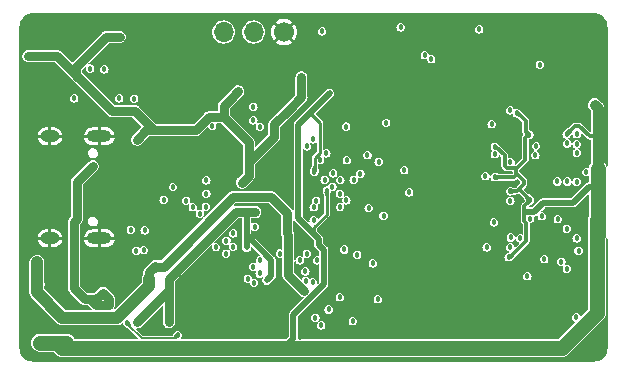
<source format=gbr>
%TF.GenerationSoftware,KiCad,Pcbnew,7.0.5-0*%
%TF.CreationDate,2023-07-11T02:09:26+08:00*%
%TF.ProjectId,slimarm_carambola,736c696d-6172-46d5-9f63-6172616d626f,rev?*%
%TF.SameCoordinates,Original*%
%TF.FileFunction,Copper,L2,Inr*%
%TF.FilePolarity,Positive*%
%FSLAX46Y46*%
G04 Gerber Fmt 4.6, Leading zero omitted, Abs format (unit mm)*
G04 Created by KiCad (PCBNEW 7.0.5-0) date 2023-07-11 02:09:26*
%MOMM*%
%LPD*%
G01*
G04 APERTURE LIST*
%TA.AperFunction,ComponentPad*%
%ADD10C,1.700000*%
%TD*%
%TA.AperFunction,ComponentPad*%
%ADD11O,1.700000X1.700000*%
%TD*%
%TA.AperFunction,ComponentPad*%
%ADD12O,2.100000X1.000000*%
%TD*%
%TA.AperFunction,ComponentPad*%
%ADD13O,1.600000X1.000000*%
%TD*%
%TA.AperFunction,ViaPad*%
%ADD14C,0.457200*%
%TD*%
%TA.AperFunction,ViaPad*%
%ADD15C,0.609600*%
%TD*%
%TA.AperFunction,Conductor*%
%ADD16C,0.254000*%
%TD*%
%TA.AperFunction,Conductor*%
%ADD17C,0.508000*%
%TD*%
%TA.AperFunction,Conductor*%
%ADD18C,0.304800*%
%TD*%
%TA.AperFunction,Conductor*%
%ADD19C,0.152400*%
%TD*%
%TA.AperFunction,Conductor*%
%ADD20C,0.762000*%
%TD*%
%TA.AperFunction,Conductor*%
%ADD21C,1.270000*%
%TD*%
%TA.AperFunction,Conductor*%
%ADD22C,0.889000*%
%TD*%
%TA.AperFunction,Conductor*%
%ADD23C,0.635000*%
%TD*%
%TA.AperFunction,Conductor*%
%ADD24C,1.016000*%
%TD*%
G04 APERTURE END LIST*
D10*
%TO.N,GND*%
%TO.C,J5*%
X37480000Y-14180000D03*
D11*
%TO.N,/DEBUG_RXD*%
X34940000Y-14180000D03*
%TO.N,/DEBUG_TXD*%
X32400000Y-14180000D03*
%TD*%
D12*
%TO.N,GND*%
%TO.C,J1*%
X21861000Y-23000000D03*
D13*
X17681000Y-23000000D03*
D12*
X21861000Y-31640000D03*
D13*
X17681000Y-31640000D03*
%TD*%
D14*
%TO.N,/DP*%
X24530000Y-30930000D03*
X34440000Y-35050000D03*
%TO.N,/DN*%
X25700000Y-30960000D03*
X35440000Y-34620000D03*
%TO.N,/USBD_FS_DP*%
X34893638Y-34047242D03*
X25010000Y-32680000D03*
%TO.N,/USBD_FS_DN*%
X35470031Y-33481435D03*
X25640000Y-32640000D03*
%TO.N,/SD_DET*%
X31424647Y-22120700D03*
%TO.N,Net-(U1C-PD5)*%
X37160000Y-32930000D03*
X40161292Y-38361292D03*
%TO.N,/DDR_CS*%
X58340000Y-30000000D03*
X39980000Y-23270000D03*
%TO.N,/DDR_DQS0*%
X42760000Y-22180000D03*
X59170000Y-16950000D03*
%TO.N,/DDR_WE*%
X55090000Y-21970000D03*
X58790000Y-24600000D03*
%TO.N,/DDR_D8*%
X45510000Y-25170000D03*
X62281693Y-23672430D03*
%TO.N,/DDR_D2*%
X48090000Y-27750000D03*
X60650000Y-26830000D03*
%TO.N,/DDR_RAS*%
X40220000Y-28450000D03*
X59340000Y-29770000D03*
%TO.N,/DDR_CKE*%
X58840000Y-23830000D03*
X56640000Y-20800000D03*
%TO.N,/DDR_D13*%
X44570000Y-24600000D03*
X62290000Y-24420000D03*
%TO.N,/DDR_D7*%
X43970000Y-26170000D03*
X63090000Y-26030000D03*
%TO.N,/DDR_D5*%
X62270000Y-26850000D03*
X55360000Y-24520000D03*
%TO.N,/DDR_A10*%
X39410000Y-23850000D03*
X54660000Y-32410000D03*
%TO.N,/DDR_CAS*%
X60690500Y-30020000D03*
X40015595Y-29010175D03*
%TO.N,/DDR_D15*%
X42830874Y-25019737D03*
X62290000Y-22830000D03*
%TO.N,/DDR_D11*%
X46150000Y-21880000D03*
X41662335Y-26134099D03*
%TO.N,/DDR_D6*%
X42273142Y-26707979D03*
X47680000Y-25870000D03*
%TO.N,/DDR_D9*%
X56677676Y-25221756D03*
X43400537Y-26692866D03*
%TO.N,/DDR_A11*%
X62280000Y-31640000D03*
X45930000Y-29730000D03*
%TO.N,/DDR_CLKP*%
X40571113Y-25008560D03*
X49430000Y-16130000D03*
%TO.N,/DDR_D10*%
X61470251Y-23613142D03*
X40950000Y-26700000D03*
%TO.N,/DDR_D1*%
X54560000Y-26380000D03*
X42228532Y-27862267D03*
%TO.N,/DDR_BA2*%
X42780995Y-28429005D03*
X55280000Y-30300000D03*
%TO.N,Net-(U1A-PC1)*%
X54020000Y-13950000D03*
X35460000Y-22210000D03*
%TO.N,/DDR_A9*%
X42239812Y-29005385D03*
X57499260Y-31643426D03*
%TO.N,/DDR_A7*%
X45020000Y-33770000D03*
X56650000Y-32410000D03*
%TO.N,/DDR_A3*%
X43700000Y-33030000D03*
X56704253Y-31573256D03*
%TO.N,/DDR_A2*%
X59530000Y-33410000D03*
X45450000Y-36800000D03*
%TO.N,/DDR_A0*%
X61443843Y-34220000D03*
X61443843Y-30840449D03*
%TO.N,/DDR_A1*%
X58100000Y-34850000D03*
X42600000Y-32590000D03*
%TO.N,/DEBUG_TXD*%
X28100000Y-27300000D03*
%TO.N,/JTAG_TDI*%
X33200000Y-31220000D03*
X19730000Y-19800000D03*
%TO.N,/JTAG_TDO*%
X23550000Y-19790000D03*
X32629995Y-31846467D03*
%TO.N,/JTAG_RST*%
X33190000Y-32380000D03*
X22290000Y-17340000D03*
%TO.N,/DEBUG_RXD*%
X27310000Y-28390000D03*
%TO.N,/JTAG_TCK*%
X31740000Y-32390000D03*
X24810000Y-19840000D03*
%TO.N,/JTAG_TMS*%
X32590000Y-32950000D03*
X21090000Y-17270000D03*
%TO.N,Net-(U1A-PC0)*%
X40720000Y-14120000D03*
X34900000Y-20520000D03*
%TO.N,/USB1_DN*%
X39928148Y-35358148D03*
X41280000Y-37670000D03*
%TO.N,/USB2_DN*%
X39430000Y-32960000D03*
%TO.N,/DDR_A8*%
X40009093Y-30099574D03*
X60980000Y-33620000D03*
%TO.N,/USB1_DP*%
X39347392Y-35251902D03*
X40650000Y-39020000D03*
%TO.N,/USB2_DP*%
X40296300Y-33510000D03*
%TO.N,/DDR_A13*%
X62440000Y-32710000D03*
X44670000Y-29080000D03*
%TO.N,Net-(U2-VREF)*%
X56663015Y-28468910D03*
X62240000Y-38340000D03*
%TO.N,Net-(U1C-HFSDPB)*%
X43330000Y-38650000D03*
X39316017Y-34445865D03*
%TO.N,Net-(U1C-HFSDMB)*%
X42230000Y-36630000D03*
X38850000Y-33510000D03*
%TO.N,Net-(U1A-PC2)*%
X47370000Y-13790000D03*
X34900000Y-21650000D03*
%TO.N,GND*%
X15690000Y-36690000D03*
X31120000Y-38310000D03*
X36590000Y-26720000D03*
X23320000Y-34980000D03*
X43870000Y-14990000D03*
X28762573Y-35042510D03*
D15*
X21120000Y-35250000D03*
D14*
X63110000Y-25260000D03*
X56101854Y-31663374D03*
D15*
X28820000Y-37300000D03*
D14*
X60700000Y-13960000D03*
X63040000Y-33570000D03*
D15*
X28850000Y-38040000D03*
D14*
X37670000Y-23440000D03*
X57450000Y-28440000D03*
X63695000Y-40445000D03*
D15*
X21040000Y-34490000D03*
D14*
X52190000Y-14410000D03*
X63690000Y-18160000D03*
X26610000Y-25630000D03*
X30270000Y-13540000D03*
X54560000Y-23040000D03*
X62910000Y-37100000D03*
D15*
X22630000Y-39340000D03*
D14*
X16040000Y-14410000D03*
X40690000Y-21000000D03*
X63160000Y-22022100D03*
D15*
X15720000Y-39810000D03*
D14*
X29220000Y-18610000D03*
X42088553Y-18671447D03*
X40323553Y-16906447D03*
X41173553Y-17756447D03*
X37160000Y-35220000D03*
X57484550Y-22024550D03*
X21170000Y-14640000D03*
X63070000Y-28470000D03*
X33510000Y-25970000D03*
X33695297Y-35414244D03*
X61400000Y-21240000D03*
X38863700Y-39960500D03*
D15*
X24440000Y-39884300D03*
D14*
X37155685Y-27300000D03*
X31480000Y-25000000D03*
X39427083Y-31800247D03*
%TO.N,+5V*%
X21305000Y-25535000D03*
X28520000Y-39830000D03*
X19950000Y-30010000D03*
D15*
X21480000Y-37160000D03*
X22670000Y-37260000D03*
D14*
X24230000Y-38790000D03*
D15*
X22160000Y-36250000D03*
D14*
%TO.N,/DDR_D0*%
X61480000Y-26830000D03*
X41589093Y-27263918D03*
%TO.N,/3v3*%
X38280000Y-20410000D03*
X36050000Y-35200000D03*
X32410000Y-20510000D03*
X35080000Y-29420000D03*
X34350000Y-23350000D03*
X24850000Y-20850000D03*
X33630000Y-19200000D03*
D15*
X27750000Y-38730000D03*
D14*
X34330000Y-32410000D03*
X15850000Y-16210000D03*
X38980000Y-18020000D03*
D15*
X25040000Y-38760000D03*
D14*
X28548300Y-34445580D03*
X23590000Y-14590000D03*
X34090000Y-29400000D03*
X25060000Y-23290000D03*
X34520000Y-26330000D03*
X32925000Y-19905000D03*
X33930000Y-26940000D03*
%TO.N,/1v8_DDR*%
X56640000Y-27650000D03*
X64010000Y-30110000D03*
X63810000Y-20350000D03*
X64270000Y-34490000D03*
X41360000Y-19350000D03*
D15*
X16840000Y-40470000D03*
D14*
X64090000Y-23670000D03*
X60700000Y-41000000D03*
X64000000Y-26430000D03*
X41115483Y-27600000D03*
X56530000Y-33240000D03*
X55340000Y-26460000D03*
X58270000Y-22880000D03*
X40073300Y-25993621D03*
X55350000Y-23880000D03*
X64050000Y-23000000D03*
D15*
X17820000Y-40480000D03*
D14*
X61440000Y-22840000D03*
X58350000Y-28420000D03*
D15*
X18850000Y-40470000D03*
D14*
X57200000Y-21040000D03*
X64060000Y-27260000D03*
%TO.N,/1v0_CPUCORE*%
X37760000Y-30840000D03*
D15*
X16590000Y-34640000D03*
D14*
X39160204Y-36069796D03*
X37730000Y-29480000D03*
D15*
X26590000Y-34020000D03*
X26080000Y-35060000D03*
D14*
X35110000Y-28140000D03*
D15*
X27360000Y-34030000D03*
X16580000Y-33690000D03*
X16600000Y-35560000D03*
D14*
%TO.N,/DDR_CLKN*%
X41091180Y-24442750D03*
X49960000Y-16470000D03*
%TO.N,/MCI0_CDA*%
X30926382Y-26740412D03*
%TO.N,/MCI0_CK*%
X30920000Y-27870000D03*
%TO.N,/MCI0_DA2*%
X30890000Y-28970000D03*
%TO.N,/MCI0_DA0*%
X29220000Y-28450000D03*
%TO.N,/MCI0_DA1*%
X29790000Y-29000000D03*
%TO.N,/MCI0_DA3*%
X30380000Y-29560000D03*
%TO.N,Net-(U1C-NRST)*%
X35010000Y-30660000D03*
X34959093Y-35400306D03*
%TD*%
D16*
%TO.N,/1v8_DDR*%
X40440000Y-31690000D02*
X40040000Y-31290000D01*
X40040000Y-31290000D02*
X40040000Y-30715246D01*
X40040000Y-30715246D02*
X41107237Y-29648009D01*
X41107237Y-29648009D02*
X41107237Y-27608246D01*
D17*
X64060000Y-27260000D02*
X63350000Y-27260000D01*
X63350000Y-27260000D02*
X61970000Y-28640000D01*
X61970000Y-28640000D02*
X59440000Y-28640000D01*
X59440000Y-28640000D02*
X58664200Y-29415800D01*
X58664200Y-29415800D02*
X58081600Y-29415800D01*
D18*
X57857400Y-28912600D02*
X57857400Y-29640000D01*
X57857400Y-29640000D02*
X57857400Y-30199900D01*
X58350000Y-28420000D02*
X57857400Y-28912600D01*
X57857400Y-30199900D02*
X58020000Y-30362500D01*
X56660000Y-33240000D02*
X56530000Y-33240000D01*
X58020000Y-30362500D02*
X58020000Y-31880000D01*
X58020000Y-31880000D02*
X56660000Y-33240000D01*
X58170000Y-22880000D02*
X57970000Y-22680000D01*
X57330000Y-21040000D02*
X57200000Y-21040000D01*
X57970000Y-22680000D02*
X57970000Y-21680000D01*
X57970000Y-21680000D02*
X57330000Y-21040000D01*
X55340000Y-26460000D02*
X55360000Y-26480000D01*
X55360000Y-26480000D02*
X56980000Y-26480000D01*
X56980000Y-26480000D02*
X57000000Y-26460000D01*
X57160276Y-26130000D02*
X57160276Y-26140276D01*
X57820000Y-26800000D02*
X57820000Y-27050000D01*
X57160276Y-26140276D02*
X57820000Y-26800000D01*
X57820000Y-27050000D02*
X57400000Y-27470000D01*
X57160276Y-25690000D02*
X57145920Y-25704356D01*
X57145920Y-25704356D02*
X56354356Y-25704356D01*
X56354356Y-25704356D02*
X56190000Y-25540000D01*
X56190000Y-24630000D02*
X55440000Y-23880000D01*
X55440000Y-23880000D02*
X55350000Y-23880000D01*
X56190000Y-25540000D02*
X56190000Y-24630000D01*
X57160276Y-25690000D02*
X57230000Y-25690000D01*
X57230000Y-25690000D02*
X57940000Y-24980000D01*
X57940000Y-24980000D02*
X57940000Y-23110000D01*
X57940000Y-23110000D02*
X58170000Y-22880000D01*
X57160276Y-25690000D02*
X57160276Y-26130000D01*
X57400000Y-27470000D02*
X57220000Y-27650000D01*
X57220000Y-27650000D02*
X56640000Y-27650000D01*
X57505000Y-27575000D02*
X58350000Y-28420000D01*
X57400000Y-27470000D02*
X57505000Y-27575000D01*
X57160276Y-26130000D02*
X57160276Y-26299724D01*
D16*
X39695000Y-21015000D02*
X40564200Y-21884200D01*
X40113913Y-25953008D02*
X40073300Y-25993621D01*
X40408640Y-24551360D02*
X40381734Y-24551360D01*
X40564200Y-21884200D02*
X40564200Y-24395800D01*
X40564200Y-24395800D02*
X40408640Y-24551360D01*
X40381734Y-24551360D02*
X40113913Y-24819181D01*
X40113913Y-24819181D02*
X40113913Y-25953008D01*
D19*
%TO.N,+5V*%
X24230000Y-38870000D02*
X24230000Y-38790000D01*
D20*
X22670000Y-37260000D02*
X22670000Y-36760000D01*
X21305000Y-25535000D02*
X19950000Y-26890000D01*
X19950000Y-30010000D02*
X19740000Y-30220000D01*
X21580000Y-37260000D02*
X22670000Y-37260000D01*
X19950000Y-26890000D02*
X19950000Y-30010000D01*
X19740000Y-35880000D02*
X20655000Y-36795000D01*
X21115000Y-36795000D02*
X21615000Y-36795000D01*
D19*
X28260000Y-40090000D02*
X25450000Y-40090000D01*
D20*
X21115000Y-36795000D02*
X21580000Y-37260000D01*
X19740000Y-30220000D02*
X19740000Y-35880000D01*
D19*
X25450000Y-40090000D02*
X24230000Y-38870000D01*
D20*
X21615000Y-36795000D02*
X22160000Y-36250000D01*
X20655000Y-36795000D02*
X21115000Y-36795000D01*
D19*
X28520000Y-39830000D02*
X28260000Y-40090000D01*
D20*
X22670000Y-36760000D02*
X22160000Y-36250000D01*
X21115000Y-36795000D02*
X21480000Y-37160000D01*
%TO.N,/3v3*%
X27750000Y-35050000D02*
X27750000Y-36050000D01*
X34520000Y-23520000D02*
X34350000Y-23350000D01*
X36690000Y-23030000D02*
X34520000Y-25200000D01*
X34520000Y-23520000D02*
X32410000Y-21410000D01*
X30032106Y-22492106D02*
X26540000Y-22492106D01*
D17*
X36050000Y-35200000D02*
X36430000Y-34820000D01*
D20*
X22460000Y-14590000D02*
X23590000Y-14590000D01*
X18270000Y-16210000D02*
X15850000Y-16210000D01*
X33930000Y-26940000D02*
X33930000Y-26920000D01*
X32410000Y-20420000D02*
X32925000Y-19905000D01*
X33400000Y-29400000D02*
X35060000Y-29400000D01*
X34520000Y-25710000D02*
X34520000Y-23520000D01*
X27750000Y-38730000D02*
X27750000Y-38080000D01*
X37890000Y-20800000D02*
X36690000Y-22000000D01*
X31114211Y-21410000D02*
X30032106Y-22492106D01*
X32410000Y-21410000D02*
X32410000Y-20510000D01*
X32410000Y-21410000D02*
X32410000Y-20420000D01*
X33930000Y-26920000D02*
X34520000Y-26330000D01*
X34090000Y-29400000D02*
X33400000Y-29400000D01*
X24850000Y-20850000D02*
X22910000Y-20850000D01*
X26492106Y-22492106D02*
X24850000Y-20850000D01*
X38280000Y-20410000D02*
X37890000Y-20800000D01*
X22910000Y-20850000D02*
X20480000Y-18420000D01*
X36690000Y-22000000D02*
X36690000Y-23030000D01*
X38980000Y-19710000D02*
X38980000Y-18020000D01*
X26540000Y-22492106D02*
X25857894Y-22492106D01*
X37890000Y-20800000D02*
X38980000Y-19710000D01*
X25857894Y-22492106D02*
X25060000Y-23290000D01*
D19*
X34330000Y-29640000D02*
X34090000Y-29400000D01*
D20*
X19930000Y-17120000D02*
X22460000Y-14590000D01*
X34520000Y-26330000D02*
X34520000Y-25710000D01*
D17*
X34330000Y-31390000D02*
X34330000Y-29640000D01*
D20*
X20480000Y-18420000D02*
X19930000Y-17870000D01*
D17*
X36430000Y-34820000D02*
X36430000Y-33490000D01*
D20*
X32410000Y-21410000D02*
X31114211Y-21410000D01*
X32925000Y-19905000D02*
X33630000Y-19200000D01*
X19930000Y-17870000D02*
X19930000Y-17120000D01*
D17*
X34330000Y-32410000D02*
X34330000Y-31390000D01*
D20*
X27750000Y-36050000D02*
X25040000Y-38760000D01*
X27750000Y-35050000D02*
X27750000Y-38080000D01*
X33400000Y-29400000D02*
X27750000Y-35050000D01*
X26540000Y-22492106D02*
X26492106Y-22492106D01*
X34520000Y-25200000D02*
X34520000Y-25710000D01*
D17*
X36430000Y-33490000D02*
X34330000Y-31390000D01*
D20*
X35060000Y-29400000D02*
X35080000Y-29420000D01*
X20480000Y-18420000D02*
X18270000Y-16210000D01*
D18*
%TO.N,/1v8_DDR*%
X62140000Y-22140000D02*
X62510000Y-22140000D01*
D17*
X38280000Y-40140000D02*
X37494800Y-40925200D01*
D21*
X64005200Y-31440000D02*
X64005200Y-30114800D01*
D17*
X40440000Y-31690000D02*
X38690000Y-29940000D01*
D21*
X64005200Y-30114800D02*
X64010000Y-30110000D01*
D18*
X62510000Y-22140000D02*
X63370000Y-23000000D01*
D21*
X63632499Y-38312499D02*
X64005200Y-37939798D01*
D22*
X64050000Y-23360000D02*
X64050000Y-20590000D01*
D17*
X37494800Y-40925200D02*
X35070000Y-40925200D01*
D21*
X18290000Y-40470000D02*
X18745200Y-40925200D01*
X64005200Y-31440000D02*
X64005200Y-37939798D01*
D19*
X58170000Y-22880000D02*
X58270000Y-22880000D01*
D17*
X40440000Y-32200000D02*
X40440000Y-31690000D01*
X39695000Y-21015000D02*
X41360000Y-19350000D01*
D22*
X64050000Y-20590000D02*
X63810000Y-20350000D01*
D21*
X63632499Y-38312499D02*
X61019799Y-40925200D01*
D18*
X63370000Y-23000000D02*
X64050000Y-23000000D01*
D17*
X38280000Y-38140000D02*
X38280000Y-40140000D01*
X40880000Y-32640000D02*
X40880000Y-35540000D01*
D21*
X18745200Y-40925200D02*
X35070000Y-40925200D01*
D17*
X40440000Y-32200000D02*
X40880000Y-32640000D01*
D21*
X18290000Y-40470000D02*
X19050000Y-40470000D01*
X61019799Y-40925200D02*
X35070000Y-40925200D01*
D18*
X61440000Y-22840000D02*
X62140000Y-22140000D01*
X57160276Y-26299724D02*
X57084076Y-26375924D01*
D21*
X64060200Y-31385000D02*
X64060200Y-25799800D01*
X16840000Y-40470000D02*
X18290000Y-40470000D01*
D22*
X64050000Y-23360000D02*
X64050000Y-25789600D01*
D23*
X64050000Y-23000000D02*
X64050000Y-23360000D01*
D19*
X57084076Y-26375924D02*
X57070000Y-26390000D01*
D21*
X64005200Y-31440000D02*
X64060200Y-31385000D01*
D19*
X57000000Y-26460000D02*
X57084076Y-26375924D01*
D17*
X38690000Y-22020000D02*
X39695000Y-21015000D01*
X40880000Y-35540000D02*
X38280000Y-38140000D01*
X38690000Y-29940000D02*
X38690000Y-22020000D01*
D19*
X64050000Y-25789600D02*
X64060200Y-25799800D01*
D20*
%TO.N,/1v0_CPUCORE*%
X36390000Y-28140000D02*
X37130000Y-28880000D01*
D24*
X16580000Y-35540000D02*
X16600000Y-35560000D01*
D20*
X27300000Y-34030000D02*
X33190000Y-28140000D01*
D24*
X18740000Y-38380000D02*
X23340000Y-38380000D01*
D20*
X26080000Y-35060000D02*
X26080000Y-34530000D01*
X37130000Y-28880000D02*
X37730000Y-29480000D01*
X37760000Y-29510000D02*
X37130000Y-28880000D01*
X27020000Y-34030000D02*
X27360000Y-34030000D01*
D24*
X16580000Y-33690000D02*
X16580000Y-35080000D01*
D20*
X37760000Y-31230000D02*
X37760000Y-29510000D01*
X39160204Y-36069796D02*
X37871200Y-34780792D01*
X34610000Y-28140000D02*
X36390000Y-28140000D01*
X26080000Y-34530000D02*
X26590000Y-34020000D01*
D24*
X26080000Y-35640000D02*
X26080000Y-35060000D01*
X16580000Y-36220000D02*
X18740000Y-38380000D01*
D20*
X37871200Y-34780792D02*
X37871200Y-31341200D01*
X26580000Y-34030000D02*
X27020000Y-34030000D01*
D24*
X16580000Y-35080000D02*
X16580000Y-36220000D01*
X23340000Y-38380000D02*
X26080000Y-35640000D01*
D20*
X33190000Y-28140000D02*
X34610000Y-28140000D01*
X34610000Y-28140000D02*
X35110000Y-28140000D01*
D24*
X16580000Y-35080000D02*
X16580000Y-35540000D01*
D20*
X37871200Y-31341200D02*
X37760000Y-31230000D01*
X26080000Y-34530000D02*
X26580000Y-34030000D01*
X27020000Y-34030000D02*
X27300000Y-34030000D01*
%TD*%
%TA.AperFunction,Conductor*%
%TO.N,GND*%
G36*
X63731358Y-12582218D02*
G01*
X63927362Y-12599366D01*
X63938082Y-12601257D01*
X64124162Y-12651117D01*
X64134399Y-12654843D01*
X64308992Y-12736257D01*
X64318426Y-12741704D01*
X64476234Y-12852202D01*
X64484580Y-12859205D01*
X64620794Y-12995419D01*
X64627797Y-13003765D01*
X64738295Y-13161573D01*
X64743742Y-13171007D01*
X64825156Y-13345600D01*
X64828882Y-13355838D01*
X64878741Y-13541913D01*
X64880633Y-13552642D01*
X64887778Y-13634301D01*
X64896485Y-13733830D01*
X64897781Y-13748637D01*
X64897900Y-13751362D01*
X64897900Y-25517503D01*
X64879594Y-25561697D01*
X64835400Y-25580003D01*
X64791206Y-25561697D01*
X64776669Y-25538879D01*
X64746234Y-25455262D01*
X64746234Y-25455261D01*
X64648286Y-25306338D01*
X64641609Y-25300039D01*
X64622026Y-25256396D01*
X64622000Y-25254579D01*
X64622000Y-23322508D01*
X64621999Y-20629536D01*
X64622267Y-20625451D01*
X64626935Y-20590000D01*
X64626682Y-20588080D01*
X64622669Y-20557604D01*
X64622669Y-20557596D01*
X64621999Y-20552510D01*
X64622000Y-20552508D01*
X64607277Y-20440678D01*
X64549641Y-20301532D01*
X64529486Y-20275266D01*
X64480976Y-20212046D01*
X64479730Y-20210422D01*
X64479730Y-20210421D01*
X64457954Y-20182043D01*
X64429580Y-20160272D01*
X64426504Y-20157574D01*
X64187955Y-19919025D01*
X64165008Y-19901417D01*
X64098468Y-19850359D01*
X63959322Y-19792723D01*
X63959319Y-19792722D01*
X63959318Y-19792722D01*
X63959314Y-19792721D01*
X63810003Y-19773065D01*
X63809997Y-19773065D01*
X63660685Y-19792721D01*
X63660681Y-19792722D01*
X63660678Y-19792722D01*
X63660678Y-19792723D01*
X63521532Y-19850359D01*
X63402045Y-19942045D01*
X63310359Y-20061532D01*
X63262487Y-20177107D01*
X63252722Y-20200681D01*
X63252721Y-20200685D01*
X63233065Y-20349997D01*
X63233065Y-20350002D01*
X63252721Y-20499314D01*
X63252722Y-20499318D01*
X63252723Y-20499322D01*
X63310359Y-20638468D01*
X63367920Y-20713483D01*
X63379029Y-20727960D01*
X63459693Y-20808623D01*
X63477999Y-20852817D01*
X63477999Y-22561273D01*
X63459693Y-22605467D01*
X63415499Y-22623773D01*
X63371306Y-22605467D01*
X62747413Y-21981575D01*
X62741073Y-21972762D01*
X62740726Y-21973025D01*
X62737234Y-21968401D01*
X62703872Y-21937987D01*
X62702827Y-21936989D01*
X62689579Y-21923741D01*
X62686000Y-21921289D01*
X62682606Y-21918600D01*
X62665739Y-21903224D01*
X62659901Y-21897902D01*
X62659899Y-21897901D01*
X62659897Y-21897899D01*
X62648151Y-21893349D01*
X62635408Y-21886632D01*
X62625019Y-21879516D01*
X62625015Y-21879513D01*
X62595110Y-21872480D01*
X62590972Y-21871198D01*
X62562323Y-21860100D01*
X62562322Y-21860100D01*
X62549722Y-21860100D01*
X62535414Y-21858440D01*
X62523151Y-21855556D01*
X62523150Y-21855556D01*
X62492724Y-21859800D01*
X62488401Y-21860100D01*
X62195851Y-21860100D01*
X62185132Y-21858352D01*
X62185072Y-21858783D01*
X62179337Y-21857982D01*
X62150672Y-21859308D01*
X62134242Y-21860067D01*
X62132827Y-21860100D01*
X62114058Y-21860100D01*
X62109794Y-21860898D01*
X62105493Y-21861396D01*
X62074809Y-21862814D01*
X62074802Y-21862816D01*
X62063275Y-21867905D01*
X62049522Y-21872164D01*
X62037140Y-21874479D01*
X62037135Y-21874481D01*
X62011010Y-21890656D01*
X62007179Y-21892675D01*
X61979078Y-21905084D01*
X61970163Y-21913998D01*
X61958877Y-21922937D01*
X61948166Y-21929569D01*
X61929652Y-21954084D01*
X61926809Y-21957352D01*
X61590964Y-22293196D01*
X61572486Y-22305966D01*
X61570460Y-22306880D01*
X61570438Y-22306892D01*
X61247100Y-22537848D01*
X61239151Y-22542676D01*
X61228081Y-22548317D01*
X61228077Y-22548320D01*
X61220823Y-22555573D01*
X61212977Y-22562221D01*
X61210373Y-22564081D01*
X61210333Y-22564112D01*
X61206124Y-22567381D01*
X61206120Y-22567385D01*
X61202645Y-22570319D01*
X61195964Y-22579415D01*
X61189788Y-22586607D01*
X61148318Y-22628078D01*
X61097108Y-22728582D01*
X61097107Y-22728586D01*
X61079461Y-22840000D01*
X61097107Y-22951413D01*
X61097108Y-22951417D01*
X61148317Y-23051919D01*
X61148318Y-23051920D01*
X61228080Y-23131682D01*
X61320141Y-23178589D01*
X61351208Y-23214963D01*
X61347455Y-23262651D01*
X61320142Y-23289965D01*
X61258330Y-23321460D01*
X61178568Y-23401222D01*
X61127359Y-23501724D01*
X61127358Y-23501728D01*
X61109752Y-23612892D01*
X61109712Y-23613142D01*
X61125583Y-23713350D01*
X61127358Y-23724555D01*
X61127359Y-23724559D01*
X61178568Y-23825061D01*
X61258331Y-23904824D01*
X61358833Y-23956033D01*
X61358835Y-23956033D01*
X61358838Y-23956035D01*
X61470251Y-23973681D01*
X61581664Y-23956035D01*
X61682171Y-23904824D01*
X61761933Y-23825062D01*
X61813144Y-23724555D01*
X61813144Y-23724553D01*
X61814511Y-23721871D01*
X61850885Y-23690804D01*
X61898573Y-23694557D01*
X61929640Y-23730931D01*
X61931929Y-23740467D01*
X61938798Y-23783837D01*
X61938801Y-23783847D01*
X61990010Y-23884349D01*
X62069773Y-23964112D01*
X62125768Y-23992643D01*
X62156835Y-24029017D01*
X62153082Y-24076705D01*
X62125769Y-24104019D01*
X62078079Y-24128318D01*
X61998317Y-24208080D01*
X61947108Y-24308582D01*
X61947107Y-24308586D01*
X61929461Y-24419999D01*
X61947107Y-24531413D01*
X61947108Y-24531417D01*
X61998317Y-24631919D01*
X62078080Y-24711682D01*
X62178582Y-24762891D01*
X62178584Y-24762891D01*
X62178587Y-24762893D01*
X62290000Y-24780539D01*
X62401413Y-24762893D01*
X62501920Y-24711682D01*
X62581682Y-24631920D01*
X62632893Y-24531413D01*
X62650539Y-24420000D01*
X62632893Y-24308587D01*
X62632891Y-24308584D01*
X62632891Y-24308582D01*
X62581682Y-24208080D01*
X62501920Y-24128318D01*
X62445923Y-24099786D01*
X62414857Y-24063411D01*
X62418610Y-24015723D01*
X62445922Y-23988411D01*
X62493613Y-23964112D01*
X62573375Y-23884350D01*
X62624586Y-23783843D01*
X62642232Y-23672430D01*
X62624586Y-23561017D01*
X62624584Y-23561014D01*
X62624584Y-23561012D01*
X62573375Y-23460510D01*
X62493612Y-23380747D01*
X62393110Y-23329538D01*
X62393101Y-23329535D01*
X62292503Y-23313602D01*
X62285853Y-23309527D01*
X62279188Y-23312287D01*
X62214660Y-23322508D01*
X62170279Y-23329537D01*
X62170275Y-23329538D01*
X62069773Y-23380747D01*
X61990011Y-23460509D01*
X61937432Y-23563701D01*
X61901057Y-23594767D01*
X61853369Y-23591014D01*
X61822303Y-23554639D01*
X61820015Y-23545111D01*
X61813144Y-23501729D01*
X61813142Y-23501726D01*
X61813142Y-23501724D01*
X61761933Y-23401222D01*
X61682170Y-23321459D01*
X61590109Y-23274552D01*
X61559042Y-23238178D01*
X61562795Y-23190490D01*
X61590108Y-23163176D01*
X61651920Y-23131682D01*
X61695256Y-23088344D01*
X61695908Y-23087711D01*
X61717457Y-23067469D01*
X61717752Y-23067055D01*
X61724424Y-23059176D01*
X61731682Y-23051920D01*
X61737326Y-23040840D01*
X61742153Y-23032893D01*
X61833056Y-22905627D01*
X61873639Y-22880305D01*
X61920241Y-22891097D01*
X61945564Y-22931680D01*
X61945607Y-22931942D01*
X61945933Y-22934000D01*
X61947107Y-22941413D01*
X61947108Y-22941417D01*
X61998317Y-23041919D01*
X62078080Y-23121682D01*
X62178582Y-23172891D01*
X62178584Y-23172891D01*
X62178587Y-23172893D01*
X62279189Y-23188826D01*
X62285839Y-23192901D01*
X62292498Y-23190143D01*
X62401413Y-23172893D01*
X62501920Y-23121682D01*
X62581682Y-23041920D01*
X62632893Y-22941413D01*
X62650539Y-22830000D01*
X62650539Y-22829997D01*
X62650539Y-22827265D01*
X62651239Y-22825573D01*
X62651308Y-22825142D01*
X62651411Y-22825158D01*
X62668845Y-22783071D01*
X62713039Y-22764765D01*
X62757233Y-22783071D01*
X63132586Y-23158424D01*
X63138933Y-23167243D01*
X63139280Y-23166982D01*
X63142768Y-23171601D01*
X63176126Y-23202011D01*
X63177149Y-23202987D01*
X63189125Y-23214963D01*
X63190418Y-23216256D01*
X63190424Y-23216261D01*
X63193992Y-23218705D01*
X63197391Y-23221397D01*
X63202187Y-23225769D01*
X63220099Y-23242098D01*
X63231843Y-23246647D01*
X63244591Y-23253366D01*
X63254982Y-23260485D01*
X63254984Y-23260486D01*
X63284900Y-23267521D01*
X63289013Y-23268794D01*
X63317678Y-23279900D01*
X63330278Y-23279900D01*
X63344585Y-23281559D01*
X63356849Y-23284444D01*
X63381432Y-23281014D01*
X63387276Y-23280200D01*
X63391599Y-23279900D01*
X63415500Y-23279900D01*
X63459694Y-23298206D01*
X63478000Y-23342400D01*
X63478000Y-25284651D01*
X63463378Y-25324825D01*
X63418804Y-25377946D01*
X63418803Y-25377947D01*
X63338807Y-25537230D01*
X63338804Y-25537239D01*
X63310647Y-25656045D01*
X63282643Y-25694827D01*
X63235419Y-25702447D01*
X63221459Y-25697321D01*
X63201413Y-25687107D01*
X63090000Y-25669461D01*
X63089999Y-25669461D01*
X62978586Y-25687107D01*
X62978582Y-25687108D01*
X62878080Y-25738317D01*
X62798317Y-25818080D01*
X62747108Y-25918582D01*
X62747107Y-25918586D01*
X62729461Y-26030000D01*
X62747107Y-26141413D01*
X62747108Y-26141417D01*
X62798317Y-26241919D01*
X62878080Y-26321682D01*
X62978582Y-26372891D01*
X62978584Y-26372891D01*
X62978587Y-26372893D01*
X63090000Y-26390539D01*
X63201413Y-26372893D01*
X63201419Y-26372890D01*
X63206825Y-26370136D01*
X63254513Y-26366382D01*
X63290887Y-26397448D01*
X63297700Y-26425823D01*
X63297700Y-26826873D01*
X63279394Y-26871067D01*
X63242933Y-26888893D01*
X63239639Y-26889303D01*
X63234681Y-26890780D01*
X63234669Y-26890742D01*
X63229295Y-26892464D01*
X63229308Y-26892502D01*
X63224410Y-26894183D01*
X63175919Y-26920423D01*
X63174772Y-26921014D01*
X63125253Y-26945223D01*
X63121039Y-26948232D01*
X63121016Y-26948199D01*
X63116502Y-26951565D01*
X63116527Y-26951597D01*
X63112438Y-26954780D01*
X63075100Y-26995337D01*
X63074206Y-26996269D01*
X62446020Y-27624457D01*
X61830283Y-28240194D01*
X61786089Y-28258500D01*
X59486050Y-28258500D01*
X59473225Y-28257170D01*
X59469190Y-28256324D01*
X59455983Y-28253554D01*
X59455982Y-28253554D01*
X59423471Y-28257607D01*
X59418236Y-28258260D01*
X59414370Y-28258500D01*
X59408387Y-28258500D01*
X59385618Y-28262298D01*
X59384342Y-28262484D01*
X59329639Y-28269303D01*
X59324681Y-28270780D01*
X59324669Y-28270742D01*
X59319295Y-28272464D01*
X59319308Y-28272502D01*
X59314415Y-28274181D01*
X59265928Y-28300420D01*
X59264781Y-28301010D01*
X59215253Y-28325224D01*
X59211039Y-28328233D01*
X59211016Y-28328200D01*
X59206493Y-28331572D01*
X59206518Y-28331604D01*
X59202438Y-28334778D01*
X59165090Y-28375349D01*
X59164196Y-28376281D01*
X58524483Y-29015994D01*
X58480289Y-29034300D01*
X58300916Y-29034300D01*
X58256722Y-29015994D01*
X58238416Y-28971800D01*
X58256722Y-28927606D01*
X58264584Y-28920944D01*
X58542897Y-28722149D01*
X58550840Y-28717327D01*
X58561920Y-28711682D01*
X58569176Y-28704425D01*
X58577050Y-28697755D01*
X58579637Y-28695908D01*
X58583845Y-28692640D01*
X58587318Y-28689710D01*
X58593992Y-28680623D01*
X58600155Y-28673445D01*
X58641682Y-28631920D01*
X58692893Y-28531413D01*
X58710539Y-28420000D01*
X58692893Y-28308587D01*
X58692891Y-28308584D01*
X58692891Y-28308582D01*
X58641682Y-28208080D01*
X58638759Y-28205157D01*
X58598359Y-28164757D01*
X58597712Y-28164089D01*
X58577468Y-28142541D01*
X58577459Y-28142533D01*
X58577030Y-28142227D01*
X58569173Y-28135570D01*
X58561922Y-28128319D01*
X58560786Y-28127740D01*
X58550846Y-28122674D01*
X58542898Y-28117847D01*
X58235392Y-27898202D01*
X58219552Y-27886888D01*
X58219551Y-27886887D01*
X58219549Y-27886886D01*
X58214868Y-27884537D01*
X58198710Y-27872872D01*
X57840031Y-27514193D01*
X57821725Y-27469999D01*
X57840030Y-27425806D01*
X57978424Y-27287412D01*
X57987240Y-27281072D01*
X57986977Y-27280724D01*
X57991596Y-27277235D01*
X57991599Y-27277234D01*
X58022020Y-27243862D01*
X58022977Y-27242859D01*
X58036258Y-27229580D01*
X58038707Y-27226003D01*
X58041396Y-27222608D01*
X58062098Y-27199901D01*
X58066649Y-27188150D01*
X58073364Y-27175411D01*
X58080486Y-27165016D01*
X58087519Y-27135106D01*
X58088797Y-27130977D01*
X58099900Y-27102322D01*
X58099900Y-27089722D01*
X58101560Y-27075412D01*
X58104444Y-27063151D01*
X58100200Y-27032724D01*
X58099900Y-27028401D01*
X58099900Y-26855853D01*
X58101649Y-26845132D01*
X58101218Y-26845072D01*
X58102018Y-26839337D01*
X58101586Y-26830000D01*
X60289461Y-26830000D01*
X60307107Y-26941413D01*
X60307108Y-26941417D01*
X60358317Y-27041919D01*
X60438080Y-27121682D01*
X60538582Y-27172891D01*
X60538584Y-27172891D01*
X60538587Y-27172893D01*
X60650000Y-27190539D01*
X60761413Y-27172893D01*
X60861920Y-27121682D01*
X60941682Y-27041920D01*
X60990952Y-26945223D01*
X60992891Y-26941417D01*
X60992891Y-26941416D01*
X60992893Y-26941413D01*
X61003269Y-26875896D01*
X61028263Y-26835111D01*
X61046528Y-26830725D01*
X61044157Y-26829272D01*
X61083472Y-26829272D01*
X61115564Y-26848938D01*
X61126730Y-26875896D01*
X61135478Y-26931127D01*
X61137107Y-26941413D01*
X61137108Y-26941417D01*
X61188317Y-27041919D01*
X61268080Y-27121682D01*
X61368582Y-27172891D01*
X61368584Y-27172891D01*
X61368587Y-27172893D01*
X61480000Y-27190539D01*
X61591413Y-27172893D01*
X61691920Y-27121682D01*
X61771682Y-27041920D01*
X61814217Y-26958439D01*
X61850590Y-26927374D01*
X61898278Y-26931127D01*
X61925592Y-26958440D01*
X61978318Y-27061920D01*
X62058080Y-27141682D01*
X62158582Y-27192891D01*
X62158584Y-27192891D01*
X62158587Y-27192893D01*
X62270000Y-27210539D01*
X62381413Y-27192893D01*
X62481920Y-27141682D01*
X62561682Y-27061920D01*
X62612893Y-26961413D01*
X62630539Y-26850000D01*
X62612893Y-26738587D01*
X62612891Y-26738584D01*
X62612891Y-26738582D01*
X62561682Y-26638080D01*
X62481919Y-26558317D01*
X62381417Y-26507108D01*
X62381413Y-26507107D01*
X62270000Y-26489461D01*
X62158586Y-26507107D01*
X62158582Y-26507108D01*
X62058080Y-26558317D01*
X61978318Y-26638079D01*
X61935783Y-26721559D01*
X61899408Y-26752625D01*
X61851720Y-26748872D01*
X61824407Y-26721558D01*
X61771682Y-26618080D01*
X61691919Y-26538317D01*
X61591417Y-26487108D01*
X61591413Y-26487107D01*
X61480000Y-26469461D01*
X61368586Y-26487107D01*
X61368582Y-26487108D01*
X61268080Y-26538317D01*
X61188317Y-26618080D01*
X61137108Y-26718582D01*
X61137105Y-26718592D01*
X61126730Y-26784101D01*
X61101736Y-26824888D01*
X61083472Y-26829272D01*
X61044157Y-26829272D01*
X61014436Y-26811060D01*
X61003270Y-26784101D01*
X60992894Y-26718592D01*
X60992893Y-26718590D01*
X60992893Y-26718587D01*
X60992891Y-26718584D01*
X60992891Y-26718582D01*
X60941682Y-26618080D01*
X60861919Y-26538317D01*
X60761417Y-26487108D01*
X60761413Y-26487107D01*
X60650000Y-26469461D01*
X60538586Y-26487107D01*
X60538582Y-26487108D01*
X60438080Y-26538317D01*
X60358317Y-26618080D01*
X60307108Y-26718582D01*
X60307107Y-26718586D01*
X60289461Y-26830000D01*
X58101586Y-26830000D01*
X58099932Y-26794229D01*
X58099900Y-26792812D01*
X58099900Y-26774067D01*
X58099900Y-26774065D01*
X58099100Y-26769787D01*
X58098604Y-26765509D01*
X58097185Y-26734807D01*
X58092094Y-26723277D01*
X58087834Y-26709517D01*
X58085520Y-26697137D01*
X58069906Y-26671920D01*
X58069349Y-26671020D01*
X58067329Y-26667187D01*
X58056999Y-26643793D01*
X58054917Y-26639078D01*
X58046006Y-26630167D01*
X58037062Y-26618875D01*
X58030432Y-26608168D01*
X58030430Y-26608166D01*
X58005917Y-26589654D01*
X58002649Y-26586810D01*
X57458482Y-26042643D01*
X57440176Y-25998449D01*
X57440176Y-25901549D01*
X57458482Y-25857355D01*
X57776958Y-25538879D01*
X58098424Y-25217412D01*
X58107240Y-25211072D01*
X58106977Y-25210724D01*
X58111596Y-25207235D01*
X58111599Y-25207234D01*
X58142020Y-25173862D01*
X58142977Y-25172859D01*
X58156258Y-25159580D01*
X58158707Y-25156003D01*
X58161396Y-25152608D01*
X58182098Y-25129901D01*
X58186649Y-25118150D01*
X58193364Y-25105411D01*
X58200486Y-25095016D01*
X58207519Y-25065106D01*
X58208797Y-25060977D01*
X58219900Y-25032322D01*
X58219900Y-25019722D01*
X58221560Y-25005412D01*
X58224444Y-24993151D01*
X58220200Y-24962724D01*
X58219900Y-24958401D01*
X58219900Y-24600000D01*
X58429461Y-24600000D01*
X58447107Y-24711413D01*
X58447108Y-24711417D01*
X58498317Y-24811919D01*
X58578080Y-24891682D01*
X58678582Y-24942891D01*
X58678584Y-24942891D01*
X58678587Y-24942893D01*
X58790000Y-24960539D01*
X58901413Y-24942893D01*
X59001920Y-24891682D01*
X59081682Y-24811920D01*
X59132893Y-24711413D01*
X59150539Y-24600000D01*
X59132893Y-24488587D01*
X59132891Y-24488584D01*
X59132891Y-24488582D01*
X59081682Y-24388080D01*
X59001919Y-24308317D01*
X58953067Y-24283426D01*
X58922000Y-24247052D01*
X58925753Y-24199364D01*
X58953067Y-24172050D01*
X59051920Y-24121682D01*
X59131682Y-24041920D01*
X59182893Y-23941413D01*
X59200539Y-23830000D01*
X59182893Y-23718587D01*
X59182891Y-23718584D01*
X59182891Y-23718582D01*
X59131682Y-23618080D01*
X59051919Y-23538317D01*
X58951417Y-23487108D01*
X58951413Y-23487107D01*
X58840000Y-23469461D01*
X58728586Y-23487107D01*
X58728582Y-23487108D01*
X58628080Y-23538317D01*
X58548317Y-23618080D01*
X58497108Y-23718582D01*
X58497107Y-23718586D01*
X58479461Y-23830000D01*
X58497107Y-23941413D01*
X58497108Y-23941417D01*
X58548317Y-24041919D01*
X58548318Y-24041920D01*
X58628080Y-24121682D01*
X58676932Y-24146573D01*
X58707999Y-24182947D01*
X58704246Y-24230635D01*
X58676933Y-24257949D01*
X58578079Y-24308318D01*
X58498317Y-24388080D01*
X58447108Y-24488582D01*
X58447107Y-24488586D01*
X58429461Y-24600000D01*
X58219900Y-24600000D01*
X58219900Y-23310824D01*
X58238206Y-23266630D01*
X58267307Y-23250174D01*
X58367836Y-23225159D01*
X58370482Y-23224623D01*
X58381413Y-23222893D01*
X58481920Y-23171682D01*
X58561682Y-23091920D01*
X58612893Y-22991413D01*
X58630539Y-22880000D01*
X58612893Y-22768587D01*
X58612891Y-22768584D01*
X58612891Y-22768582D01*
X58561682Y-22668080D01*
X58481920Y-22588318D01*
X58405785Y-22549525D01*
X58404526Y-22548846D01*
X58389994Y-22540561D01*
X58387497Y-22539137D01*
X58387493Y-22539136D01*
X58381595Y-22537170D01*
X58381413Y-22537107D01*
X58381411Y-22537106D01*
X58377329Y-22535698D01*
X58376747Y-22535553D01*
X58292630Y-22507505D01*
X58256496Y-22476159D01*
X58249900Y-22448214D01*
X58249900Y-21735853D01*
X58251649Y-21725132D01*
X58251218Y-21725072D01*
X58252018Y-21719337D01*
X58251157Y-21700713D01*
X58249932Y-21674229D01*
X58249900Y-21672812D01*
X58249900Y-21654066D01*
X58249899Y-21654061D01*
X58249100Y-21649787D01*
X58248604Y-21645509D01*
X58247185Y-21614807D01*
X58242094Y-21603277D01*
X58237834Y-21589517D01*
X58235520Y-21577139D01*
X58235520Y-21577137D01*
X58219349Y-21551020D01*
X58217329Y-21547187D01*
X58205086Y-21519461D01*
X58204917Y-21519078D01*
X58196006Y-21510167D01*
X58187062Y-21498875D01*
X58180432Y-21488168D01*
X58180430Y-21488166D01*
X58155917Y-21469654D01*
X58152649Y-21466810D01*
X57782991Y-21097153D01*
X57776506Y-21089536D01*
X57763030Y-21070859D01*
X57763025Y-21070854D01*
X57763024Y-21070852D01*
X57672300Y-20986433D01*
X57671517Y-20985679D01*
X57567413Y-20881575D01*
X57561073Y-20872762D01*
X57560726Y-20873025D01*
X57557234Y-20868401D01*
X57523873Y-20837988D01*
X57522828Y-20836990D01*
X57509579Y-20823741D01*
X57506000Y-20821289D01*
X57502605Y-20818600D01*
X57479901Y-20797902D01*
X57479898Y-20797900D01*
X57470849Y-20794394D01*
X57460065Y-20788965D01*
X57445624Y-20779848D01*
X57434795Y-20771193D01*
X57411919Y-20748317D01*
X57311417Y-20697108D01*
X57311413Y-20697107D01*
X57200000Y-20679461D01*
X57088586Y-20697107D01*
X57088579Y-20697109D01*
X57063810Y-20709730D01*
X57016122Y-20713483D01*
X56979749Y-20682416D01*
X56931682Y-20588080D01*
X56851919Y-20508317D01*
X56751417Y-20457108D01*
X56751413Y-20457107D01*
X56640000Y-20439461D01*
X56528586Y-20457107D01*
X56528582Y-20457108D01*
X56428080Y-20508317D01*
X56348317Y-20588080D01*
X56297108Y-20688582D01*
X56297107Y-20688586D01*
X56279461Y-20800000D01*
X56297107Y-20911413D01*
X56297108Y-20911417D01*
X56348317Y-21011919D01*
X56428080Y-21091682D01*
X56528582Y-21142891D01*
X56528584Y-21142891D01*
X56528587Y-21142893D01*
X56640000Y-21160539D01*
X56751413Y-21142893D01*
X56776186Y-21130269D01*
X56823874Y-21126516D01*
X56860249Y-21157581D01*
X56860250Y-21157582D01*
X56908318Y-21251920D01*
X56988081Y-21331683D01*
X56988080Y-21331683D01*
X57024442Y-21350209D01*
X57051814Y-21364155D01*
X57054592Y-21365756D01*
X57074597Y-21378705D01*
X57391513Y-21504581D01*
X57412635Y-21518473D01*
X57671793Y-21777631D01*
X57690099Y-21821825D01*
X57690099Y-22624145D01*
X57688353Y-22634865D01*
X57688782Y-22634925D01*
X57687981Y-22640662D01*
X57689250Y-22668080D01*
X57690067Y-22685770D01*
X57690100Y-22687186D01*
X57690100Y-22705935D01*
X57690843Y-22709914D01*
X57690897Y-22710201D01*
X57691395Y-22714500D01*
X57692814Y-22745191D01*
X57697905Y-22756722D01*
X57702164Y-22770478D01*
X57704479Y-22782862D01*
X57720652Y-22808981D01*
X57722673Y-22812814D01*
X57733651Y-22837678D01*
X57735084Y-22840922D01*
X57735086Y-22840924D01*
X57737527Y-22844487D01*
X57747400Y-22891293D01*
X57730163Y-22923997D01*
X57723743Y-22930417D01*
X57723737Y-22930425D01*
X57721288Y-22934000D01*
X57718601Y-22937391D01*
X57697903Y-22960096D01*
X57697902Y-22960099D01*
X57693351Y-22971846D01*
X57686637Y-22984585D01*
X57679514Y-22994984D01*
X57679513Y-22994985D01*
X57672480Y-23024889D01*
X57671198Y-23029028D01*
X57660100Y-23057677D01*
X57660100Y-23070277D01*
X57658440Y-23084586D01*
X57655556Y-23096848D01*
X57659800Y-23127275D01*
X57660100Y-23131598D01*
X57660100Y-24838172D01*
X57641794Y-24882366D01*
X57128922Y-25395238D01*
X57099042Y-25411883D01*
X57094439Y-25412966D01*
X57047227Y-25405268D01*
X57019286Y-25366441D01*
X57020463Y-25338132D01*
X57019799Y-25338027D01*
X57020568Y-25333170D01*
X57020569Y-25333169D01*
X57038215Y-25221756D01*
X57020569Y-25110343D01*
X57020567Y-25110340D01*
X57020567Y-25110338D01*
X56969358Y-25009836D01*
X56889595Y-24930073D01*
X56789093Y-24878864D01*
X56789089Y-24878863D01*
X56785642Y-24878317D01*
X56677676Y-24861217D01*
X56677675Y-24861217D01*
X56566262Y-24878863D01*
X56566256Y-24878865D01*
X56560769Y-24881661D01*
X56513080Y-24885410D01*
X56476709Y-24854341D01*
X56469900Y-24825975D01*
X56469900Y-24685850D01*
X56471648Y-24675132D01*
X56471217Y-24675072D01*
X56472017Y-24669337D01*
X56471339Y-24654669D01*
X56469932Y-24624241D01*
X56469900Y-24622826D01*
X56469900Y-24604067D01*
X56469900Y-24604065D01*
X56469099Y-24599787D01*
X56468603Y-24595501D01*
X56467185Y-24564807D01*
X56462094Y-24553277D01*
X56457834Y-24539517D01*
X56455520Y-24527138D01*
X56455520Y-24527137D01*
X56439345Y-24501014D01*
X56437324Y-24497180D01*
X56424916Y-24469077D01*
X56416007Y-24460169D01*
X56407063Y-24448878D01*
X56400431Y-24438167D01*
X56400430Y-24438165D01*
X56375913Y-24419651D01*
X56372645Y-24416807D01*
X55923156Y-23967318D01*
X55914422Y-23956363D01*
X55905593Y-23942305D01*
X55905594Y-23942305D01*
X55615564Y-23635407D01*
X55614787Y-23634608D01*
X55614776Y-23634599D01*
X55598899Y-23623764D01*
X55589936Y-23616334D01*
X55561919Y-23588317D01*
X55461417Y-23537108D01*
X55461413Y-23537107D01*
X55350000Y-23519461D01*
X55238586Y-23537107D01*
X55238582Y-23537108D01*
X55138080Y-23588317D01*
X55058317Y-23668080D01*
X55007108Y-23768582D01*
X55007107Y-23768586D01*
X54989461Y-23880000D01*
X55007107Y-23991413D01*
X55007108Y-23991417D01*
X55058317Y-24091919D01*
X55058318Y-24091920D01*
X55127204Y-24160806D01*
X55145510Y-24204999D01*
X55127205Y-24249193D01*
X55068316Y-24308082D01*
X55017108Y-24408582D01*
X55017107Y-24408586D01*
X54999461Y-24520000D01*
X55017107Y-24631413D01*
X55017108Y-24631417D01*
X55068317Y-24731919D01*
X55148080Y-24811682D01*
X55248582Y-24862891D01*
X55248584Y-24862891D01*
X55248587Y-24862893D01*
X55360000Y-24880539D01*
X55471413Y-24862893D01*
X55571920Y-24811682D01*
X55651682Y-24731920D01*
X55695123Y-24646661D01*
X55731497Y-24615595D01*
X55779185Y-24619348D01*
X55795002Y-24630840D01*
X55818832Y-24654669D01*
X55891794Y-24727631D01*
X55910100Y-24771825D01*
X55910100Y-25484145D01*
X55908351Y-25494864D01*
X55908782Y-25494925D01*
X55907981Y-25500662D01*
X55908873Y-25519939D01*
X55910067Y-25545770D01*
X55910100Y-25547186D01*
X55910100Y-25565935D01*
X55910843Y-25569914D01*
X55910897Y-25570201D01*
X55911395Y-25574500D01*
X55912814Y-25605191D01*
X55917905Y-25616722D01*
X55922164Y-25630478D01*
X55924479Y-25642862D01*
X55940652Y-25668981D01*
X55942673Y-25672814D01*
X55955084Y-25700922D01*
X55963992Y-25709830D01*
X55972936Y-25721121D01*
X55979568Y-25731832D01*
X56004084Y-25750346D01*
X56007352Y-25753190D01*
X56116943Y-25862782D01*
X56123289Y-25871599D01*
X56123636Y-25871338D01*
X56127123Y-25875957D01*
X56145151Y-25892391D01*
X56160492Y-25906376D01*
X56161493Y-25907332D01*
X56174775Y-25920614D01*
X56178359Y-25923069D01*
X56181747Y-25925753D01*
X56204455Y-25946454D01*
X56216205Y-25951005D01*
X56228946Y-25957722D01*
X56239340Y-25964842D01*
X56269240Y-25971874D01*
X56273380Y-25973156D01*
X56286062Y-25978068D01*
X56302034Y-25984256D01*
X56314638Y-25984256D01*
X56328945Y-25985915D01*
X56341205Y-25988799D01*
X56363416Y-25985700D01*
X56371625Y-25984556D01*
X56375948Y-25984256D01*
X56817876Y-25984256D01*
X56862070Y-26002562D01*
X56880376Y-26046756D01*
X56880376Y-26084421D01*
X56878627Y-26095140D01*
X56879058Y-26095201D01*
X56878257Y-26100938D01*
X56879064Y-26118370D01*
X56879791Y-26134099D01*
X56879820Y-26134712D01*
X56863576Y-26179705D01*
X56820275Y-26200033D01*
X56817387Y-26200100D01*
X55834123Y-26200100D01*
X55815101Y-26196156D01*
X55814824Y-26197022D01*
X55811894Y-26196082D01*
X55463822Y-26121089D01*
X55456176Y-26118370D01*
X55456093Y-26118627D01*
X55451418Y-26117108D01*
X55451413Y-26117107D01*
X55340000Y-26099461D01*
X55228586Y-26117107D01*
X55228582Y-26117108D01*
X55128080Y-26168317D01*
X55048316Y-26248081D01*
X55022226Y-26299285D01*
X54985852Y-26330351D01*
X54938164Y-26326597D01*
X54907098Y-26290223D01*
X54904810Y-26280695D01*
X54902893Y-26268587D01*
X54902891Y-26268583D01*
X54902891Y-26268582D01*
X54851682Y-26168080D01*
X54771919Y-26088317D01*
X54671417Y-26037108D01*
X54671413Y-26037107D01*
X54560000Y-26019461D01*
X54448586Y-26037107D01*
X54448582Y-26037108D01*
X54348080Y-26088317D01*
X54268317Y-26168080D01*
X54217108Y-26268582D01*
X54217107Y-26268586D01*
X54200587Y-26372893D01*
X54199461Y-26380000D01*
X54212132Y-26460000D01*
X54217107Y-26491413D01*
X54217108Y-26491417D01*
X54268317Y-26591919D01*
X54348080Y-26671682D01*
X54448582Y-26722891D01*
X54448584Y-26722891D01*
X54448587Y-26722893D01*
X54560000Y-26740539D01*
X54671413Y-26722893D01*
X54771920Y-26671682D01*
X54851682Y-26591920D01*
X54877772Y-26540714D01*
X54914146Y-26509648D01*
X54961834Y-26513401D01*
X54992901Y-26549775D01*
X54995189Y-26559304D01*
X54996858Y-26569840D01*
X54997107Y-26571413D01*
X54997108Y-26571417D01*
X55048317Y-26671919D01*
X55128080Y-26751682D01*
X55228582Y-26802891D01*
X55228584Y-26802891D01*
X55228587Y-26802893D01*
X55340000Y-26820539D01*
X55351085Y-26818782D01*
X55365423Y-26818180D01*
X55369387Y-26818470D01*
X55799267Y-26765165D01*
X55806978Y-26762873D01*
X55808268Y-26762490D01*
X55826073Y-26759900D01*
X56924146Y-26759900D01*
X56934867Y-26761648D01*
X56934928Y-26761218D01*
X56940658Y-26762017D01*
X56940660Y-26762018D01*
X56940661Y-26762017D01*
X56940662Y-26762018D01*
X56946211Y-26761761D01*
X56985770Y-26759932D01*
X56987186Y-26759900D01*
X57005929Y-26759900D01*
X57005935Y-26759900D01*
X57010210Y-26759100D01*
X57014489Y-26758604D01*
X57045193Y-26757185D01*
X57056716Y-26752096D01*
X57070472Y-26747835D01*
X57082863Y-26745520D01*
X57108997Y-26729336D01*
X57112802Y-26727331D01*
X57140922Y-26714916D01*
X57149837Y-26706000D01*
X57161120Y-26697063D01*
X57171833Y-26690431D01*
X57190355Y-26665903D01*
X57193179Y-26662658D01*
X57195826Y-26660011D01*
X57240029Y-26641726D01*
X57284194Y-26660032D01*
X57504967Y-26880805D01*
X57523273Y-26924999D01*
X57504967Y-26969193D01*
X57235849Y-27238310D01*
X57222074Y-27248714D01*
X57218093Y-27250931D01*
X57218091Y-27250933D01*
X57193857Y-27280115D01*
X57191912Y-27282249D01*
X57131677Y-27342483D01*
X57087483Y-27360789D01*
X57077208Y-27359939D01*
X56672698Y-27292521D01*
X56667388Y-27291855D01*
X56667349Y-27291851D01*
X56662866Y-27291473D01*
X56662863Y-27291473D01*
X56662862Y-27291473D01*
X56660462Y-27291554D01*
X56648583Y-27290820D01*
X56640001Y-27289461D01*
X56640000Y-27289461D01*
X56620680Y-27292521D01*
X56528586Y-27307107D01*
X56528582Y-27307108D01*
X56428080Y-27358317D01*
X56348317Y-27438080D01*
X56297108Y-27538582D01*
X56297107Y-27538586D01*
X56279461Y-27649999D01*
X56297107Y-27761413D01*
X56297108Y-27761417D01*
X56348317Y-27861919D01*
X56428080Y-27941682D01*
X56528582Y-27992891D01*
X56528584Y-27992891D01*
X56528587Y-27992893D01*
X56570601Y-27999547D01*
X56611385Y-28024540D01*
X56622553Y-28071054D01*
X56597559Y-28111840D01*
X56570601Y-28123007D01*
X56551606Y-28126015D01*
X56551597Y-28126018D01*
X56451095Y-28177227D01*
X56371332Y-28256990D01*
X56320123Y-28357492D01*
X56320122Y-28357496D01*
X56302476Y-28468910D01*
X56320122Y-28580323D01*
X56320123Y-28580327D01*
X56371332Y-28680829D01*
X56451095Y-28760592D01*
X56551597Y-28811801D01*
X56551599Y-28811801D01*
X56551602Y-28811803D01*
X56663015Y-28829449D01*
X56774428Y-28811803D01*
X56874935Y-28760592D01*
X56954697Y-28680830D01*
X57005908Y-28580323D01*
X57023554Y-28468910D01*
X57005908Y-28357497D01*
X57005906Y-28357494D01*
X57005906Y-28357492D01*
X56954697Y-28256990D01*
X56874934Y-28177227D01*
X56774432Y-28126018D01*
X56774422Y-28126015D01*
X56737410Y-28120153D01*
X56696624Y-28095159D01*
X56685458Y-28048645D01*
X56710452Y-28007859D01*
X56736906Y-27996775D01*
X57109206Y-27934726D01*
X57114178Y-27933076D01*
X57133852Y-27929900D01*
X57164146Y-27929900D01*
X57174867Y-27931648D01*
X57174928Y-27931218D01*
X57180658Y-27932017D01*
X57180660Y-27932018D01*
X57180661Y-27932017D01*
X57180662Y-27932018D01*
X57186211Y-27931761D01*
X57225770Y-27929932D01*
X57227186Y-27929900D01*
X57245929Y-27929900D01*
X57245935Y-27929900D01*
X57250210Y-27929100D01*
X57254489Y-27928604D01*
X57285193Y-27927185D01*
X57296716Y-27922096D01*
X57310472Y-27917835D01*
X57322863Y-27915520D01*
X57348997Y-27899337D01*
X57352808Y-27897328D01*
X57368229Y-27890519D01*
X57416051Y-27889418D01*
X57437664Y-27903502D01*
X57803197Y-28269035D01*
X57815970Y-28287518D01*
X57816889Y-28289554D01*
X57884115Y-28383671D01*
X57894907Y-28430273D01*
X57884116Y-28456325D01*
X57816887Y-28550448D01*
X57814535Y-28555134D01*
X57802871Y-28571289D01*
X57698974Y-28675186D01*
X57690162Y-28681529D01*
X57690423Y-28681875D01*
X57685802Y-28685364D01*
X57655398Y-28718714D01*
X57654404Y-28719756D01*
X57641138Y-28733024D01*
X57641137Y-28733025D01*
X57638688Y-28736600D01*
X57636001Y-28739991D01*
X57615303Y-28762696D01*
X57615302Y-28762699D01*
X57610751Y-28774446D01*
X57604037Y-28787185D01*
X57596914Y-28797584D01*
X57596913Y-28797585D01*
X57589880Y-28827489D01*
X57588598Y-28831628D01*
X57577500Y-28860277D01*
X57577500Y-28872877D01*
X57575840Y-28887186D01*
X57573118Y-28898762D01*
X57572956Y-28899449D01*
X57574021Y-28907081D01*
X57577200Y-28929875D01*
X57577500Y-28934198D01*
X57577500Y-30144045D01*
X57575751Y-30154765D01*
X57576182Y-30154826D01*
X57575381Y-30160563D01*
X57576175Y-30177722D01*
X57577466Y-30205671D01*
X57577499Y-30207082D01*
X57577499Y-30225832D01*
X57578297Y-30230101D01*
X57578795Y-30234400D01*
X57580214Y-30265091D01*
X57585305Y-30276622D01*
X57589564Y-30290378D01*
X57591879Y-30302762D01*
X57608052Y-30328881D01*
X57610073Y-30332714D01*
X57622484Y-30360822D01*
X57631392Y-30369730D01*
X57640336Y-30381021D01*
X57646968Y-30391732D01*
X57671485Y-30410247D01*
X57674753Y-30413091D01*
X57721793Y-30460131D01*
X57740099Y-30504325D01*
X57740100Y-31264488D01*
X57721794Y-31308682D01*
X57677600Y-31326988D01*
X57649226Y-31320176D01*
X57610677Y-31300534D01*
X57610673Y-31300533D01*
X57589042Y-31297107D01*
X57499260Y-31282887D01*
X57499259Y-31282887D01*
X57387846Y-31300533D01*
X57387842Y-31300534D01*
X57287340Y-31351743D01*
X57207578Y-31431505D01*
X57168851Y-31507510D01*
X57132476Y-31538576D01*
X57084788Y-31534823D01*
X57053722Y-31498448D01*
X57051435Y-31488924D01*
X57047146Y-31461843D01*
X57047144Y-31461840D01*
X57047144Y-31461838D01*
X56995935Y-31361336D01*
X56916172Y-31281573D01*
X56815670Y-31230364D01*
X56815666Y-31230363D01*
X56750236Y-31220000D01*
X56704253Y-31212717D01*
X56704252Y-31212717D01*
X56592839Y-31230363D01*
X56592835Y-31230364D01*
X56492333Y-31281573D01*
X56412570Y-31361336D01*
X56361361Y-31461838D01*
X56361360Y-31461842D01*
X56343853Y-31572381D01*
X56343714Y-31573256D01*
X56356129Y-31651643D01*
X56361360Y-31684669D01*
X56361361Y-31684673D01*
X56412570Y-31785175D01*
X56492333Y-31864938D01*
X56592835Y-31916147D01*
X56592837Y-31916147D01*
X56592840Y-31916149D01*
X56652520Y-31925601D01*
X56680734Y-31942891D01*
X56701734Y-31934193D01*
X56704249Y-31933794D01*
X56704253Y-31933795D01*
X56815666Y-31916149D01*
X56916173Y-31864938D01*
X56995935Y-31785176D01*
X57034661Y-31709171D01*
X57071035Y-31678105D01*
X57118723Y-31681858D01*
X57149790Y-31718232D01*
X57152079Y-31727769D01*
X57156365Y-31754833D01*
X57156368Y-31754843D01*
X57205832Y-31851920D01*
X57207578Y-31855346D01*
X57287340Y-31935108D01*
X57387847Y-31986319D01*
X57387853Y-31986319D01*
X57388955Y-31986678D01*
X57389552Y-31987188D01*
X57392229Y-31988552D01*
X57391901Y-31989194D01*
X57425334Y-32017740D01*
X57429094Y-32065427D01*
X57413844Y-32090316D01*
X57108708Y-32395452D01*
X57064514Y-32413758D01*
X57020320Y-32395452D01*
X57002784Y-32361037D01*
X56992893Y-32298587D01*
X56992891Y-32298584D01*
X56992891Y-32298582D01*
X56941682Y-32198080D01*
X56861919Y-32118317D01*
X56761417Y-32067108D01*
X56761407Y-32067105D01*
X56701734Y-32057654D01*
X56673517Y-32040362D01*
X56652518Y-32049061D01*
X56538592Y-32067105D01*
X56538582Y-32067108D01*
X56438080Y-32118317D01*
X56358317Y-32198080D01*
X56307108Y-32298582D01*
X56307107Y-32298586D01*
X56289534Y-32409542D01*
X56289461Y-32410000D01*
X56302356Y-32491417D01*
X56307107Y-32521413D01*
X56307108Y-32521417D01*
X56358317Y-32621919D01*
X56438080Y-32701682D01*
X56520403Y-32743628D01*
X56551470Y-32780002D01*
X56547717Y-32827690D01*
X56515101Y-32857402D01*
X56404482Y-32901340D01*
X56385570Y-32913722D01*
X56382639Y-32915421D01*
X56318079Y-32948318D01*
X56238317Y-33028080D01*
X56187108Y-33128582D01*
X56187107Y-33128586D01*
X56169461Y-33240000D01*
X56187107Y-33351413D01*
X56187108Y-33351417D01*
X56238317Y-33451919D01*
X56318080Y-33531682D01*
X56418582Y-33582891D01*
X56418584Y-33582891D01*
X56418587Y-33582893D01*
X56530000Y-33600539D01*
X56641413Y-33582893D01*
X56741920Y-33531682D01*
X56765326Y-33508274D01*
X56776679Y-33499295D01*
X56790132Y-33490991D01*
X56790144Y-33490979D01*
X56791979Y-33489582D01*
X56804624Y-33482111D01*
X56820922Y-33474916D01*
X56829831Y-33466005D01*
X56841119Y-33457064D01*
X56851833Y-33450431D01*
X56870352Y-33425908D01*
X56873184Y-33422653D01*
X56885837Y-33410000D01*
X59169461Y-33410000D01*
X59182289Y-33490991D01*
X59187107Y-33521413D01*
X59187108Y-33521417D01*
X59238317Y-33621919D01*
X59318080Y-33701682D01*
X59418582Y-33752891D01*
X59418584Y-33752891D01*
X59418587Y-33752893D01*
X59530000Y-33770539D01*
X59641413Y-33752893D01*
X59741920Y-33701682D01*
X59821682Y-33621920D01*
X59822660Y-33620000D01*
X60619461Y-33620000D01*
X60623899Y-33648021D01*
X60637107Y-33731413D01*
X60637108Y-33731417D01*
X60688317Y-33831919D01*
X60768080Y-33911682D01*
X60868582Y-33962891D01*
X60868584Y-33962891D01*
X60868587Y-33962893D01*
X60980000Y-33980539D01*
X60980001Y-33980538D01*
X60980003Y-33980539D01*
X61061385Y-33967649D01*
X61107898Y-33978815D01*
X61132892Y-34019602D01*
X61126850Y-34057753D01*
X61100952Y-34108582D01*
X61100950Y-34108586D01*
X61083304Y-34220000D01*
X61100950Y-34331413D01*
X61100951Y-34331417D01*
X61152160Y-34431919D01*
X61231923Y-34511682D01*
X61332425Y-34562891D01*
X61332427Y-34562891D01*
X61332430Y-34562893D01*
X61443843Y-34580539D01*
X61555256Y-34562893D01*
X61655763Y-34511682D01*
X61735525Y-34431920D01*
X61786736Y-34331413D01*
X61804382Y-34220000D01*
X61786736Y-34108587D01*
X61786734Y-34108584D01*
X61786734Y-34108582D01*
X61735525Y-34008080D01*
X61655762Y-33928317D01*
X61555260Y-33877108D01*
X61555256Y-33877107D01*
X61526806Y-33872601D01*
X61443843Y-33859461D01*
X61443842Y-33859461D01*
X61362457Y-33872351D01*
X61315943Y-33861183D01*
X61290949Y-33820397D01*
X61296991Y-33782247D01*
X61322893Y-33731413D01*
X61340539Y-33620000D01*
X61322893Y-33508587D01*
X61322891Y-33508584D01*
X61322891Y-33508582D01*
X61271682Y-33408080D01*
X61191919Y-33328317D01*
X61091417Y-33277108D01*
X61091413Y-33277107D01*
X60980000Y-33259461D01*
X60868586Y-33277107D01*
X60868582Y-33277108D01*
X60768080Y-33328317D01*
X60688317Y-33408080D01*
X60637108Y-33508582D01*
X60637107Y-33508586D01*
X60620201Y-33615330D01*
X60619461Y-33620000D01*
X59822660Y-33620000D01*
X59872893Y-33521413D01*
X59890539Y-33410000D01*
X59872893Y-33298587D01*
X59872891Y-33298584D01*
X59872891Y-33298582D01*
X59821682Y-33198080D01*
X59741919Y-33118317D01*
X59641417Y-33067108D01*
X59641413Y-33067107D01*
X59641413Y-33067106D01*
X59530000Y-33049461D01*
X59529999Y-33049461D01*
X59418586Y-33067107D01*
X59418582Y-33067108D01*
X59318080Y-33118317D01*
X59238317Y-33198080D01*
X59187108Y-33298582D01*
X59187107Y-33298586D01*
X59171269Y-33398587D01*
X59169461Y-33410000D01*
X56885837Y-33410000D01*
X57001548Y-33294289D01*
X57002260Y-33293602D01*
X57093878Y-33208352D01*
X57095016Y-33207255D01*
X57105487Y-33191893D01*
X57112933Y-33182903D01*
X57585836Y-32710000D01*
X62079461Y-32710000D01*
X62097107Y-32821413D01*
X62097108Y-32821417D01*
X62148317Y-32921919D01*
X62228080Y-33001682D01*
X62328582Y-33052891D01*
X62328584Y-33052891D01*
X62328587Y-33052893D01*
X62440000Y-33070539D01*
X62551413Y-33052893D01*
X62555692Y-33050713D01*
X62610295Y-33022891D01*
X62651920Y-33001682D01*
X62731682Y-32921920D01*
X62782893Y-32821413D01*
X62800539Y-32710000D01*
X62782893Y-32598587D01*
X62782891Y-32598584D01*
X62782891Y-32598582D01*
X62731682Y-32498080D01*
X62651919Y-32418317D01*
X62551417Y-32367108D01*
X62551413Y-32367107D01*
X62440000Y-32349461D01*
X62328586Y-32367107D01*
X62328582Y-32367108D01*
X62228080Y-32418317D01*
X62148317Y-32498080D01*
X62097108Y-32598582D01*
X62097107Y-32598586D01*
X62079461Y-32710000D01*
X57585836Y-32710000D01*
X58178426Y-32117411D01*
X58187240Y-32111073D01*
X58186977Y-32110724D01*
X58191596Y-32107235D01*
X58191599Y-32107234D01*
X58222008Y-32073875D01*
X58222967Y-32072870D01*
X58236258Y-32059581D01*
X58238709Y-32056000D01*
X58241400Y-32052604D01*
X58243499Y-32050302D01*
X58262098Y-32029901D01*
X58266650Y-32018149D01*
X58273363Y-32005413D01*
X58280486Y-31995016D01*
X58287521Y-31965100D01*
X58288793Y-31960991D01*
X58299900Y-31932322D01*
X58299900Y-31919718D01*
X58301560Y-31905408D01*
X58304443Y-31893151D01*
X58300200Y-31862731D01*
X58299900Y-31858408D01*
X58299900Y-31640000D01*
X61919461Y-31640000D01*
X61937107Y-31751413D01*
X61937108Y-31751417D01*
X61988317Y-31851919D01*
X62068080Y-31931682D01*
X62168582Y-31982891D01*
X62168584Y-31982891D01*
X62168587Y-31982893D01*
X62280000Y-32000539D01*
X62391413Y-31982893D01*
X62491920Y-31931682D01*
X62571682Y-31851920D01*
X62622893Y-31751413D01*
X62640539Y-31640000D01*
X62622893Y-31528587D01*
X62622891Y-31528584D01*
X62622891Y-31528582D01*
X62571682Y-31428080D01*
X62491919Y-31348317D01*
X62391417Y-31297108D01*
X62391413Y-31297107D01*
X62280000Y-31279461D01*
X62168586Y-31297107D01*
X62168582Y-31297108D01*
X62068080Y-31348317D01*
X61988317Y-31428080D01*
X61937108Y-31528582D01*
X61937107Y-31528586D01*
X61919461Y-31640000D01*
X58299900Y-31640000D01*
X58299900Y-30840449D01*
X61083304Y-30840449D01*
X61089110Y-30877107D01*
X61100950Y-30951862D01*
X61100951Y-30951866D01*
X61152160Y-31052368D01*
X61231923Y-31132131D01*
X61332425Y-31183340D01*
X61332427Y-31183340D01*
X61332430Y-31183342D01*
X61443843Y-31200988D01*
X61555256Y-31183342D01*
X61655763Y-31132131D01*
X61735525Y-31052369D01*
X61786736Y-30951862D01*
X61804382Y-30840449D01*
X61786736Y-30729036D01*
X61786734Y-30729033D01*
X61786734Y-30729031D01*
X61735525Y-30628529D01*
X61655762Y-30548766D01*
X61555260Y-30497557D01*
X61555256Y-30497556D01*
X61555255Y-30497556D01*
X61443843Y-30479910D01*
X61443842Y-30479910D01*
X61332429Y-30497556D01*
X61332425Y-30497557D01*
X61231923Y-30548766D01*
X61152160Y-30628529D01*
X61100951Y-30729031D01*
X61100950Y-30729035D01*
X61086438Y-30820664D01*
X61083304Y-30840449D01*
X58299900Y-30840449D01*
X58299900Y-30420270D01*
X58318206Y-30376076D01*
X58352620Y-30358540D01*
X58451413Y-30342893D01*
X58551920Y-30291682D01*
X58631682Y-30211920D01*
X58681632Y-30113888D01*
X58682891Y-30111417D01*
X58682891Y-30111416D01*
X58682893Y-30111413D01*
X58700539Y-30000000D01*
X58682893Y-29888587D01*
X58679899Y-29882712D01*
X58676146Y-29835025D01*
X58707211Y-29798650D01*
X58727854Y-29792317D01*
X58774560Y-29786496D01*
X58774562Y-29786494D01*
X58779529Y-29785017D01*
X58779541Y-29785057D01*
X58784898Y-29783341D01*
X58784884Y-29783300D01*
X58789776Y-29781619D01*
X58789786Y-29781618D01*
X58838290Y-29755367D01*
X58839382Y-29754805D01*
X58888946Y-29730576D01*
X58888947Y-29730574D01*
X58891207Y-29729470D01*
X58938951Y-29726507D01*
X58974806Y-29758171D01*
X58980385Y-29775839D01*
X58990907Y-29842269D01*
X58997107Y-29881413D01*
X58997108Y-29881417D01*
X59048317Y-29981919D01*
X59128080Y-30061682D01*
X59228582Y-30112891D01*
X59228584Y-30112891D01*
X59228587Y-30112893D01*
X59340000Y-30130539D01*
X59451413Y-30112893D01*
X59551920Y-30061682D01*
X59593602Y-30020000D01*
X60329961Y-30020000D01*
X60347607Y-30131413D01*
X60347608Y-30131417D01*
X60398817Y-30231919D01*
X60478580Y-30311682D01*
X60579082Y-30362891D01*
X60579084Y-30362891D01*
X60579087Y-30362893D01*
X60690500Y-30380539D01*
X60801913Y-30362893D01*
X60902420Y-30311682D01*
X60982182Y-30231920D01*
X61033393Y-30131413D01*
X61051039Y-30020000D01*
X61033393Y-29908587D01*
X61033391Y-29908584D01*
X61033391Y-29908582D01*
X60982182Y-29808080D01*
X60902419Y-29728317D01*
X60801917Y-29677108D01*
X60801913Y-29677107D01*
X60690500Y-29659461D01*
X60579086Y-29677107D01*
X60579082Y-29677108D01*
X60478580Y-29728317D01*
X60398817Y-29808080D01*
X60347608Y-29908582D01*
X60347607Y-29908586D01*
X60329961Y-30020000D01*
X59593602Y-30020000D01*
X59631682Y-29981920D01*
X59682893Y-29881413D01*
X59700539Y-29770000D01*
X59682893Y-29658587D01*
X59682891Y-29658584D01*
X59682891Y-29658582D01*
X59631682Y-29558080D01*
X59551919Y-29478317D01*
X59451417Y-29427108D01*
X59451408Y-29427105D01*
X59348978Y-29410882D01*
X59308192Y-29385888D01*
X59297026Y-29339374D01*
X59314560Y-29304961D01*
X59579716Y-29039806D01*
X59623911Y-29021500D01*
X61923951Y-29021500D01*
X61936775Y-29022829D01*
X61954017Y-29026445D01*
X61954018Y-29026445D01*
X61968199Y-29024677D01*
X61991763Y-29021739D01*
X61995630Y-29021500D01*
X62001605Y-29021500D01*
X62001611Y-29021500D01*
X62024415Y-29017694D01*
X62025618Y-29017519D01*
X62080360Y-29010696D01*
X62080362Y-29010694D01*
X62085329Y-29009217D01*
X62085341Y-29009257D01*
X62090698Y-29007541D01*
X62090684Y-29007500D01*
X62095576Y-29005819D01*
X62095586Y-29005818D01*
X62144090Y-28979568D01*
X62145201Y-28978995D01*
X62194746Y-28954776D01*
X62194748Y-28954773D01*
X62198961Y-28951766D01*
X62198986Y-28951801D01*
X62203501Y-28948434D01*
X62203475Y-28948401D01*
X62207558Y-28945221D01*
X62207562Y-28945220D01*
X62244915Y-28904642D01*
X62245780Y-28903740D01*
X63191007Y-27958514D01*
X63235200Y-27940209D01*
X63279394Y-27958515D01*
X63297700Y-28002709D01*
X63297700Y-29809755D01*
X63291052Y-29837804D01*
X63283808Y-29852226D01*
X63283804Y-29852239D01*
X63282687Y-29856951D01*
X63278522Y-29868935D01*
X63276475Y-29873325D01*
X63260784Y-29949312D01*
X63260587Y-29950199D01*
X63242700Y-30025677D01*
X63242700Y-30030516D01*
X63241409Y-30043153D01*
X63240432Y-30047883D01*
X63240431Y-30047889D01*
X63240431Y-30047891D01*
X63240714Y-30057618D01*
X63242687Y-30125436D01*
X63242700Y-30126345D01*
X63242700Y-31355716D01*
X63241409Y-31368353D01*
X63240432Y-31373083D01*
X63240431Y-31373089D01*
X63242687Y-31450636D01*
X63242700Y-31451545D01*
X63242700Y-37598071D01*
X63224394Y-37642265D01*
X63156349Y-37710311D01*
X62662346Y-38204312D01*
X62618152Y-38222618D01*
X62573958Y-38204312D01*
X62562464Y-38188493D01*
X62542106Y-38148539D01*
X62531682Y-38128080D01*
X62451920Y-38048318D01*
X62451919Y-38048317D01*
X62351417Y-37997108D01*
X62351413Y-37997107D01*
X62240000Y-37979461D01*
X62128586Y-37997107D01*
X62128582Y-37997108D01*
X62028080Y-38048317D01*
X61948317Y-38128080D01*
X61897108Y-38228582D01*
X61897107Y-38228586D01*
X61879461Y-38340000D01*
X61897107Y-38451413D01*
X61897108Y-38451417D01*
X61948317Y-38551919D01*
X61948318Y-38551920D01*
X62028080Y-38631682D01*
X62064029Y-38649999D01*
X62088493Y-38662464D01*
X62119559Y-38698839D01*
X62115806Y-38746527D01*
X62104312Y-38762346D01*
X60722267Y-40144394D01*
X60678073Y-40162700D01*
X38724000Y-40162700D01*
X38679806Y-40144394D01*
X38661500Y-40100200D01*
X38661500Y-38361292D01*
X39800753Y-38361292D01*
X39810276Y-38421418D01*
X39818399Y-38472705D01*
X39818400Y-38472709D01*
X39869609Y-38573211D01*
X39949372Y-38652974D01*
X40049874Y-38704183D01*
X40049876Y-38704183D01*
X40049879Y-38704185D01*
X40161292Y-38721831D01*
X40272705Y-38704185D01*
X40307482Y-38686464D01*
X40355169Y-38682711D01*
X40391544Y-38713776D01*
X40395298Y-38761464D01*
X40380052Y-38786345D01*
X40358317Y-38808080D01*
X40307108Y-38908582D01*
X40307107Y-38908586D01*
X40289461Y-39019999D01*
X40307107Y-39131413D01*
X40307108Y-39131417D01*
X40358317Y-39231919D01*
X40438080Y-39311682D01*
X40538582Y-39362891D01*
X40538584Y-39362891D01*
X40538587Y-39362893D01*
X40650000Y-39380539D01*
X40761413Y-39362893D01*
X40861920Y-39311682D01*
X40941682Y-39231920D01*
X40992893Y-39131413D01*
X41010539Y-39020000D01*
X40992893Y-38908587D01*
X40992891Y-38908584D01*
X40992891Y-38908582D01*
X40941682Y-38808080D01*
X40861919Y-38728317D01*
X40761417Y-38677108D01*
X40761413Y-38677107D01*
X40761412Y-38677106D01*
X40650000Y-38659461D01*
X40649999Y-38659461D01*
X40538586Y-38677107D01*
X40538582Y-38677108D01*
X40503808Y-38694827D01*
X40456120Y-38698580D01*
X40419746Y-38667513D01*
X40418368Y-38650000D01*
X42969461Y-38650000D01*
X42975866Y-38690437D01*
X42987107Y-38761413D01*
X42987108Y-38761417D01*
X43038317Y-38861919D01*
X43118080Y-38941682D01*
X43218582Y-38992891D01*
X43218584Y-38992891D01*
X43218587Y-38992893D01*
X43330000Y-39010539D01*
X43441413Y-38992893D01*
X43541920Y-38941682D01*
X43621682Y-38861920D01*
X43672893Y-38761413D01*
X43690539Y-38650000D01*
X43672893Y-38538587D01*
X43672891Y-38538584D01*
X43672891Y-38538582D01*
X43621682Y-38438080D01*
X43541919Y-38358317D01*
X43441417Y-38307108D01*
X43441413Y-38307107D01*
X43441413Y-38307106D01*
X43330000Y-38289461D01*
X43329999Y-38289461D01*
X43218586Y-38307107D01*
X43218582Y-38307108D01*
X43118080Y-38358317D01*
X43038317Y-38438080D01*
X42987108Y-38538582D01*
X42987107Y-38538586D01*
X42987106Y-38538587D01*
X42987107Y-38538587D01*
X42969461Y-38650000D01*
X40418368Y-38650000D01*
X40415993Y-38619825D01*
X40431239Y-38594946D01*
X40452974Y-38573212D01*
X40504185Y-38472705D01*
X40521831Y-38361292D01*
X40504185Y-38249879D01*
X40504183Y-38249876D01*
X40504183Y-38249874D01*
X40452974Y-38149372D01*
X40373211Y-38069609D01*
X40272709Y-38018400D01*
X40272705Y-38018399D01*
X40237935Y-38012892D01*
X40161292Y-38000753D01*
X40161291Y-38000753D01*
X40049878Y-38018399D01*
X40049874Y-38018400D01*
X39949372Y-38069609D01*
X39869609Y-38149372D01*
X39818400Y-38249874D01*
X39818399Y-38249878D01*
X39818398Y-38249879D01*
X39818399Y-38249879D01*
X39800753Y-38361292D01*
X38661500Y-38361292D01*
X38661500Y-38323909D01*
X38679806Y-38279715D01*
X39289521Y-37670000D01*
X40919461Y-37670000D01*
X40930177Y-37737656D01*
X40937107Y-37781413D01*
X40937108Y-37781417D01*
X40988317Y-37881919D01*
X41068080Y-37961682D01*
X41168582Y-38012891D01*
X41168584Y-38012891D01*
X41168587Y-38012893D01*
X41280000Y-38030539D01*
X41391413Y-38012893D01*
X41491920Y-37961682D01*
X41571682Y-37881920D01*
X41622893Y-37781413D01*
X41640539Y-37670000D01*
X41622893Y-37558587D01*
X41622891Y-37558584D01*
X41622891Y-37558582D01*
X41571682Y-37458080D01*
X41491919Y-37378317D01*
X41391417Y-37327108D01*
X41391413Y-37327107D01*
X41391412Y-37327106D01*
X41280000Y-37309461D01*
X41279999Y-37309461D01*
X41168586Y-37327107D01*
X41168582Y-37327108D01*
X41068080Y-37378317D01*
X40988317Y-37458080D01*
X40937108Y-37558582D01*
X40937107Y-37558586D01*
X40921648Y-37656194D01*
X40919461Y-37670000D01*
X39289521Y-37670000D01*
X39867839Y-37091682D01*
X40329521Y-36630000D01*
X41869461Y-36630000D01*
X41878740Y-36688586D01*
X41887107Y-36741413D01*
X41887108Y-36741417D01*
X41938317Y-36841919D01*
X42018080Y-36921682D01*
X42118582Y-36972891D01*
X42118584Y-36972891D01*
X42118587Y-36972893D01*
X42230000Y-36990539D01*
X42341413Y-36972893D01*
X42441920Y-36921682D01*
X42521682Y-36841920D01*
X42543041Y-36800000D01*
X45089461Y-36800000D01*
X45107107Y-36911413D01*
X45107108Y-36911417D01*
X45158317Y-37011919D01*
X45238080Y-37091682D01*
X45338582Y-37142891D01*
X45338584Y-37142891D01*
X45338587Y-37142893D01*
X45450000Y-37160539D01*
X45561413Y-37142893D01*
X45661920Y-37091682D01*
X45741682Y-37011920D01*
X45792893Y-36911413D01*
X45810539Y-36800000D01*
X45792893Y-36688587D01*
X45792891Y-36688584D01*
X45792891Y-36688582D01*
X45741682Y-36588080D01*
X45661919Y-36508317D01*
X45561417Y-36457108D01*
X45561413Y-36457107D01*
X45450000Y-36439461D01*
X45338586Y-36457107D01*
X45338582Y-36457108D01*
X45238080Y-36508317D01*
X45158317Y-36588080D01*
X45107108Y-36688582D01*
X45107107Y-36688586D01*
X45089461Y-36800000D01*
X42543041Y-36800000D01*
X42572893Y-36741413D01*
X42590539Y-36630000D01*
X42572893Y-36518587D01*
X42572891Y-36518584D01*
X42572891Y-36518582D01*
X42521682Y-36418080D01*
X42441919Y-36338317D01*
X42341417Y-36287108D01*
X42341413Y-36287107D01*
X42341413Y-36287106D01*
X42230000Y-36269461D01*
X42229999Y-36269461D01*
X42118586Y-36287107D01*
X42118582Y-36287108D01*
X42018080Y-36338317D01*
X41938317Y-36418080D01*
X41887108Y-36518582D01*
X41887107Y-36518586D01*
X41871795Y-36615266D01*
X41869461Y-36630000D01*
X40329521Y-36630000D01*
X41117201Y-35842319D01*
X41127202Y-35834197D01*
X41141956Y-35824560D01*
X41142710Y-35823592D01*
X41152717Y-35810733D01*
X41165325Y-35794533D01*
X41167890Y-35791631D01*
X41172113Y-35787409D01*
X41185526Y-35768619D01*
X41186283Y-35767606D01*
X41190800Y-35761803D01*
X41220158Y-35724085D01*
X41220161Y-35724075D01*
X41222621Y-35719532D01*
X41222658Y-35719552D01*
X41225239Y-35714538D01*
X41225201Y-35714520D01*
X41227470Y-35709876D01*
X41227475Y-35709870D01*
X41243222Y-35656971D01*
X41243584Y-35655843D01*
X41261500Y-35603661D01*
X41261500Y-35603658D01*
X41261501Y-35603656D01*
X41262353Y-35598552D01*
X41262393Y-35598558D01*
X41263205Y-35592982D01*
X41263165Y-35592977D01*
X41263805Y-35587845D01*
X41261526Y-35532750D01*
X41261499Y-35531458D01*
X41261499Y-34850000D01*
X57739461Y-34850000D01*
X57750052Y-34916868D01*
X57757107Y-34961413D01*
X57757108Y-34961417D01*
X57808317Y-35061919D01*
X57888080Y-35141682D01*
X57988582Y-35192891D01*
X57988584Y-35192891D01*
X57988587Y-35192893D01*
X58100000Y-35210539D01*
X58211413Y-35192893D01*
X58311920Y-35141682D01*
X58391682Y-35061920D01*
X58442893Y-34961413D01*
X58460539Y-34850000D01*
X58442893Y-34738587D01*
X58442891Y-34738584D01*
X58442891Y-34738582D01*
X58391682Y-34638080D01*
X58311919Y-34558317D01*
X58211417Y-34507108D01*
X58211413Y-34507107D01*
X58211412Y-34507106D01*
X58100000Y-34489461D01*
X58099999Y-34489461D01*
X57988586Y-34507107D01*
X57988582Y-34507108D01*
X57888080Y-34558317D01*
X57808317Y-34638080D01*
X57757108Y-34738582D01*
X57757107Y-34738586D01*
X57741809Y-34835178D01*
X57739461Y-34850000D01*
X41261499Y-34850000D01*
X41261499Y-34108582D01*
X41261499Y-33770000D01*
X44659461Y-33770000D01*
X44661803Y-33784785D01*
X44677107Y-33881413D01*
X44677108Y-33881417D01*
X44728317Y-33981919D01*
X44808080Y-34061682D01*
X44908582Y-34112891D01*
X44908584Y-34112891D01*
X44908587Y-34112893D01*
X45020000Y-34130539D01*
X45131413Y-34112893D01*
X45231920Y-34061682D01*
X45311682Y-33981920D01*
X45362893Y-33881413D01*
X45380539Y-33770000D01*
X45362893Y-33658587D01*
X45362891Y-33658584D01*
X45362891Y-33658582D01*
X45311682Y-33558080D01*
X45231919Y-33478317D01*
X45131417Y-33427108D01*
X45131413Y-33427107D01*
X45103247Y-33422646D01*
X45020000Y-33409461D01*
X45019999Y-33409461D01*
X44908586Y-33427107D01*
X44908582Y-33427108D01*
X44808080Y-33478317D01*
X44728317Y-33558080D01*
X44677108Y-33658582D01*
X44677107Y-33658586D01*
X44662171Y-33752892D01*
X44659461Y-33770000D01*
X41261499Y-33770000D01*
X41261499Y-33030000D01*
X43339461Y-33030000D01*
X43357107Y-33141413D01*
X43357108Y-33141417D01*
X43408317Y-33241919D01*
X43488080Y-33321682D01*
X43588582Y-33372891D01*
X43588584Y-33372891D01*
X43588587Y-33372893D01*
X43700000Y-33390539D01*
X43811413Y-33372893D01*
X43911920Y-33321682D01*
X43991682Y-33241920D01*
X44042893Y-33141413D01*
X44060539Y-33030000D01*
X44042893Y-32918587D01*
X44042891Y-32918584D01*
X44042891Y-32918582D01*
X43991682Y-32818080D01*
X43911919Y-32738317D01*
X43811417Y-32687108D01*
X43811413Y-32687107D01*
X43700000Y-32669461D01*
X43588586Y-32687107D01*
X43588582Y-32687108D01*
X43488080Y-32738317D01*
X43408317Y-32818080D01*
X43357108Y-32918582D01*
X43357107Y-32918586D01*
X43339461Y-33030000D01*
X41261499Y-33030000D01*
X41261499Y-32686039D01*
X41262829Y-32673227D01*
X41266445Y-32655983D01*
X41265395Y-32647563D01*
X41261740Y-32618239D01*
X41261500Y-32614369D01*
X41261500Y-32608394D01*
X41261499Y-32608383D01*
X41259120Y-32594129D01*
X41258431Y-32590000D01*
X42239461Y-32590000D01*
X42250530Y-32659888D01*
X42257107Y-32701413D01*
X42257108Y-32701417D01*
X42308317Y-32801919D01*
X42388080Y-32881682D01*
X42488582Y-32932891D01*
X42488584Y-32932891D01*
X42488587Y-32932893D01*
X42600000Y-32950539D01*
X42711413Y-32932893D01*
X42811920Y-32881682D01*
X42891682Y-32801920D01*
X42942893Y-32701413D01*
X42960539Y-32590000D01*
X42942893Y-32478587D01*
X42942891Y-32478584D01*
X42942891Y-32478582D01*
X42907946Y-32410000D01*
X54299461Y-32410000D01*
X54312356Y-32491417D01*
X54317107Y-32521413D01*
X54317108Y-32521417D01*
X54368317Y-32621919D01*
X54448080Y-32701682D01*
X54548582Y-32752891D01*
X54548584Y-32752891D01*
X54548587Y-32752893D01*
X54660000Y-32770539D01*
X54771413Y-32752893D01*
X54871920Y-32701682D01*
X54951682Y-32621920D01*
X55002893Y-32521413D01*
X55020539Y-32410000D01*
X55002893Y-32298587D01*
X55002891Y-32298584D01*
X55002891Y-32298582D01*
X54951682Y-32198080D01*
X54871919Y-32118317D01*
X54771417Y-32067108D01*
X54771413Y-32067107D01*
X54660000Y-32049461D01*
X54548586Y-32067107D01*
X54548582Y-32067108D01*
X54448080Y-32118317D01*
X54368317Y-32198080D01*
X54317108Y-32298582D01*
X54317107Y-32298586D01*
X54299534Y-32409542D01*
X54299461Y-32410000D01*
X42907946Y-32410000D01*
X42891682Y-32378080D01*
X42811919Y-32298317D01*
X42711417Y-32247108D01*
X42711413Y-32247107D01*
X42600000Y-32229461D01*
X42488586Y-32247107D01*
X42488582Y-32247108D01*
X42388080Y-32298317D01*
X42308317Y-32378080D01*
X42257108Y-32478582D01*
X42257107Y-32478586D01*
X42242853Y-32568586D01*
X42239461Y-32590000D01*
X41258431Y-32590000D01*
X41257695Y-32585590D01*
X41257517Y-32584363D01*
X41250696Y-32529640D01*
X41250691Y-32529631D01*
X41249217Y-32524675D01*
X41249257Y-32524662D01*
X41247541Y-32519303D01*
X41247501Y-32519317D01*
X41245818Y-32514415D01*
X41245818Y-32514414D01*
X41219568Y-32465910D01*
X41218987Y-32464779D01*
X41194775Y-32415252D01*
X41191768Y-32411040D01*
X41191801Y-32411016D01*
X41188433Y-32406499D01*
X41188401Y-32406524D01*
X41185220Y-32402438D01*
X41144650Y-32365090D01*
X41143718Y-32364196D01*
X40839806Y-32060283D01*
X40821500Y-32016089D01*
X40821500Y-31736050D01*
X40822830Y-31723223D01*
X40825777Y-31709172D01*
X40826445Y-31705984D01*
X40821739Y-31668236D01*
X40821500Y-31664370D01*
X40821500Y-31658393D01*
X40821499Y-31658385D01*
X40817693Y-31635582D01*
X40817515Y-31634353D01*
X40815771Y-31620363D01*
X40810696Y-31579640D01*
X40810696Y-31579639D01*
X40809219Y-31574677D01*
X40809258Y-31574665D01*
X40807538Y-31569297D01*
X40807499Y-31569311D01*
X40805817Y-31564412D01*
X40788284Y-31532013D01*
X40779589Y-31515946D01*
X40779003Y-31514809D01*
X40754778Y-31465255D01*
X40751768Y-31461040D01*
X40751801Y-31461015D01*
X40748432Y-31456496D01*
X40748399Y-31456523D01*
X40745218Y-31452436D01*
X40704661Y-31415100D01*
X40703729Y-31414206D01*
X40312806Y-31023283D01*
X40294500Y-30979089D01*
X40294500Y-30846551D01*
X40312805Y-30802358D01*
X40815162Y-30300000D01*
X54919461Y-30300000D01*
X54930505Y-30369730D01*
X54937107Y-30411413D01*
X54937108Y-30411417D01*
X54988317Y-30511919D01*
X55068080Y-30591682D01*
X55168582Y-30642891D01*
X55168584Y-30642891D01*
X55168587Y-30642893D01*
X55280000Y-30660539D01*
X55391413Y-30642893D01*
X55491920Y-30591682D01*
X55571682Y-30511920D01*
X55622893Y-30411413D01*
X55640539Y-30300000D01*
X55622893Y-30188587D01*
X55622891Y-30188584D01*
X55622891Y-30188582D01*
X55571682Y-30088080D01*
X55491919Y-30008317D01*
X55391417Y-29957108D01*
X55391413Y-29957107D01*
X55280000Y-29939461D01*
X55168586Y-29957107D01*
X55168582Y-29957108D01*
X55068080Y-30008317D01*
X54988317Y-30088080D01*
X54937108Y-30188582D01*
X54937107Y-30188586D01*
X54923842Y-30272342D01*
X54919461Y-30300000D01*
X40815162Y-30300000D01*
X41265124Y-29850038D01*
X41274589Y-29842271D01*
X41290721Y-29831493D01*
X41300107Y-29817445D01*
X41301971Y-29814656D01*
X41301979Y-29814645D01*
X41304919Y-29810243D01*
X41304921Y-29810243D01*
X41346971Y-29747310D01*
X41350414Y-29730000D01*
X45569461Y-29730000D01*
X45577847Y-29782947D01*
X45587107Y-29841413D01*
X45587108Y-29841417D01*
X45638317Y-29941919D01*
X45718080Y-30021682D01*
X45818582Y-30072891D01*
X45818584Y-30072891D01*
X45818587Y-30072893D01*
X45930000Y-30090539D01*
X46041413Y-30072893D01*
X46141920Y-30021682D01*
X46221682Y-29941920D01*
X46272893Y-29841413D01*
X46290539Y-29730000D01*
X46272893Y-29618587D01*
X46272891Y-29618584D01*
X46272891Y-29618582D01*
X46221682Y-29518080D01*
X46141919Y-29438317D01*
X46041417Y-29387108D01*
X46041413Y-29387107D01*
X45930000Y-29369461D01*
X45818586Y-29387107D01*
X45818582Y-29387108D01*
X45718080Y-29438317D01*
X45638317Y-29518080D01*
X45587108Y-29618582D01*
X45587107Y-29618586D01*
X45569728Y-29728317D01*
X45569461Y-29730000D01*
X41350414Y-29730000D01*
X41366723Y-29648009D01*
X41362938Y-29628978D01*
X41361737Y-29616786D01*
X41361737Y-28098865D01*
X41364656Y-28082074D01*
X41364221Y-28081965D01*
X41419399Y-27862267D01*
X41867993Y-27862267D01*
X41885639Y-27973680D01*
X41885640Y-27973684D01*
X41936849Y-28074186D01*
X42016612Y-28153949D01*
X42117114Y-28205158D01*
X42117116Y-28205158D01*
X42117119Y-28205160D01*
X42228532Y-28222806D01*
X42339945Y-28205160D01*
X42378504Y-28185512D01*
X42426192Y-28181759D01*
X42462566Y-28212825D01*
X42466320Y-28260513D01*
X42462567Y-28269573D01*
X42438104Y-28317584D01*
X42438102Y-28317591D01*
X42420456Y-28429005D01*
X42438102Y-28540418D01*
X42438102Y-28540419D01*
X42465248Y-28593694D01*
X42469001Y-28641382D01*
X42437935Y-28677757D01*
X42390247Y-28681510D01*
X42381186Y-28677757D01*
X42351229Y-28662494D01*
X42351225Y-28662492D01*
X42239812Y-28644846D01*
X42128398Y-28662492D01*
X42128394Y-28662493D01*
X42027892Y-28713702D01*
X41948129Y-28793465D01*
X41896920Y-28893967D01*
X41896919Y-28893971D01*
X41879273Y-29005385D01*
X41896919Y-29116798D01*
X41896920Y-29116802D01*
X41948129Y-29217304D01*
X42027892Y-29297067D01*
X42128394Y-29348276D01*
X42128396Y-29348276D01*
X42128399Y-29348278D01*
X42239812Y-29365924D01*
X42351225Y-29348278D01*
X42451732Y-29297067D01*
X42531494Y-29217305D01*
X42582705Y-29116798D01*
X42588533Y-29080000D01*
X44309461Y-29080000D01*
X44327107Y-29191413D01*
X44327108Y-29191417D01*
X44378317Y-29291919D01*
X44458080Y-29371682D01*
X44558582Y-29422891D01*
X44558584Y-29422891D01*
X44558587Y-29422893D01*
X44670000Y-29440539D01*
X44781413Y-29422893D01*
X44881920Y-29371682D01*
X44961682Y-29291920D01*
X45012893Y-29191413D01*
X45030539Y-29080000D01*
X45012893Y-28968587D01*
X45012891Y-28968584D01*
X45012891Y-28968582D01*
X44961682Y-28868080D01*
X44881919Y-28788317D01*
X44781417Y-28737108D01*
X44781413Y-28737107D01*
X44670000Y-28719461D01*
X44558586Y-28737107D01*
X44558582Y-28737108D01*
X44458080Y-28788317D01*
X44378317Y-28868080D01*
X44327108Y-28968582D01*
X44327107Y-28968586D01*
X44309461Y-29080000D01*
X42588533Y-29080000D01*
X42600351Y-29005385D01*
X42582705Y-28893972D01*
X42555557Y-28840692D01*
X42551805Y-28793007D01*
X42582871Y-28756632D01*
X42630559Y-28752879D01*
X42639620Y-28756632D01*
X42669577Y-28771896D01*
X42669579Y-28771896D01*
X42669582Y-28771898D01*
X42780995Y-28789544D01*
X42892408Y-28771898D01*
X42992915Y-28720687D01*
X43072677Y-28640925D01*
X43123888Y-28540418D01*
X43141534Y-28429005D01*
X43123888Y-28317592D01*
X43123886Y-28317589D01*
X43123886Y-28317587D01*
X43072677Y-28217085D01*
X42992914Y-28137322D01*
X42892412Y-28086113D01*
X42892408Y-28086112D01*
X42866225Y-28081965D01*
X42780995Y-28068466D01*
X42780994Y-28068466D01*
X42669581Y-28086112D01*
X42669577Y-28086113D01*
X42631021Y-28105759D01*
X42583333Y-28109512D01*
X42546959Y-28078445D01*
X42543206Y-28030757D01*
X42546956Y-28021701D01*
X42571425Y-27973680D01*
X42589071Y-27862267D01*
X42571425Y-27750854D01*
X42571423Y-27750851D01*
X42571423Y-27750849D01*
X42570990Y-27750000D01*
X47729461Y-27750000D01*
X47747107Y-27861413D01*
X47747108Y-27861417D01*
X47798317Y-27961919D01*
X47878080Y-28041682D01*
X47978582Y-28092891D01*
X47978584Y-28092891D01*
X47978587Y-28092893D01*
X48090000Y-28110539D01*
X48201413Y-28092893D01*
X48301920Y-28041682D01*
X48381682Y-27961920D01*
X48432893Y-27861413D01*
X48450539Y-27750000D01*
X48432893Y-27638587D01*
X48432891Y-27638584D01*
X48432891Y-27638582D01*
X48381682Y-27538080D01*
X48301919Y-27458317D01*
X48201417Y-27407108D01*
X48201413Y-27407107D01*
X48201412Y-27407106D01*
X48090000Y-27389461D01*
X48089999Y-27389461D01*
X47978586Y-27407107D01*
X47978582Y-27407108D01*
X47878080Y-27458317D01*
X47798317Y-27538080D01*
X47747108Y-27638582D01*
X47747107Y-27638586D01*
X47729461Y-27750000D01*
X42570990Y-27750000D01*
X42520214Y-27650347D01*
X42440451Y-27570584D01*
X42339949Y-27519375D01*
X42339945Y-27519374D01*
X42292882Y-27511920D01*
X42228532Y-27501728D01*
X42228531Y-27501728D01*
X42117118Y-27519374D01*
X42117114Y-27519375D01*
X42016612Y-27570584D01*
X41936849Y-27650347D01*
X41885640Y-27750849D01*
X41885639Y-27750853D01*
X41867993Y-27862267D01*
X41419399Y-27862267D01*
X41452736Y-27729531D01*
X41452736Y-27729530D01*
X41452741Y-27729511D01*
X41452742Y-27729490D01*
X41452912Y-27728485D01*
X41453276Y-27727382D01*
X41453346Y-27727104D01*
X41453366Y-27727109D01*
X41456989Y-27716136D01*
X41456855Y-27716093D01*
X41458373Y-27711418D01*
X41458376Y-27711413D01*
X41465233Y-27668117D01*
X41490226Y-27627332D01*
X41536736Y-27616164D01*
X41589093Y-27624457D01*
X41700506Y-27606811D01*
X41801013Y-27555600D01*
X41880775Y-27475838D01*
X41931986Y-27375331D01*
X41949632Y-27263918D01*
X41931986Y-27152505D01*
X41931984Y-27152502D01*
X41931984Y-27152500D01*
X41880775Y-27051998D01*
X41801012Y-26972235D01*
X41700510Y-26921026D01*
X41700506Y-26921025D01*
X41589093Y-26903379D01*
X41477679Y-26921025D01*
X41477675Y-26921026D01*
X41377173Y-26972235D01*
X41297410Y-27051998D01*
X41246200Y-27152503D01*
X41246199Y-27152507D01*
X41239342Y-27195800D01*
X41214348Y-27236586D01*
X41167835Y-27247752D01*
X41115483Y-27239461D01*
X41004069Y-27257107D01*
X41004065Y-27257108D01*
X40903563Y-27308317D01*
X40823800Y-27388080D01*
X40772591Y-27488582D01*
X40772590Y-27488586D01*
X40768894Y-27511920D01*
X40754944Y-27600000D01*
X40766077Y-27670294D01*
X40772591Y-27711418D01*
X40774110Y-27716093D01*
X40773780Y-27716200D01*
X40776544Y-27724079D01*
X40848542Y-28072994D01*
X40848543Y-28072997D01*
X40848966Y-28074158D01*
X40849119Y-28075026D01*
X40849163Y-28075181D01*
X40849147Y-28075185D01*
X40852737Y-28095538D01*
X40852737Y-29516702D01*
X40834431Y-29560896D01*
X40431439Y-29963887D01*
X40387245Y-29982193D01*
X40343051Y-29963887D01*
X40331557Y-29948067D01*
X40300775Y-29887654D01*
X40221012Y-29807891D01*
X40120510Y-29756682D01*
X40120506Y-29756681D01*
X40009093Y-29739035D01*
X39897679Y-29756681D01*
X39897675Y-29756682D01*
X39797173Y-29807891D01*
X39717410Y-29887654D01*
X39666201Y-29988156D01*
X39666200Y-29988160D01*
X39653951Y-30065501D01*
X39648554Y-30099574D01*
X39666200Y-30210987D01*
X39666200Y-30210988D01*
X39666970Y-30215845D01*
X39664927Y-30216168D01*
X39661739Y-30256537D01*
X39625357Y-30287594D01*
X39577670Y-30283828D01*
X39561865Y-30272342D01*
X39089806Y-29800283D01*
X39071500Y-29756089D01*
X39071500Y-29010175D01*
X39655056Y-29010175D01*
X39672702Y-29121588D01*
X39672703Y-29121592D01*
X39723912Y-29222094D01*
X39803675Y-29301857D01*
X39904177Y-29353066D01*
X39904179Y-29353066D01*
X39904182Y-29353068D01*
X40015595Y-29370714D01*
X40127008Y-29353068D01*
X40227515Y-29301857D01*
X40307277Y-29222095D01*
X40358405Y-29121750D01*
X40358486Y-29121592D01*
X40358486Y-29121591D01*
X40358488Y-29121588D01*
X40376134Y-29010175D01*
X40358488Y-28898762D01*
X40358486Y-28898759D01*
X40358486Y-28898757D01*
X40338457Y-28859448D01*
X40334704Y-28811760D01*
X40365769Y-28775387D01*
X40431920Y-28741682D01*
X40511682Y-28661920D01*
X40562893Y-28561413D01*
X40580539Y-28450000D01*
X40562893Y-28338587D01*
X40562891Y-28338584D01*
X40562891Y-28338582D01*
X40511682Y-28238080D01*
X40431919Y-28158317D01*
X40331417Y-28107108D01*
X40331413Y-28107107D01*
X40220000Y-28089461D01*
X40108586Y-28107107D01*
X40108582Y-28107108D01*
X40008080Y-28158317D01*
X39928317Y-28238080D01*
X39877108Y-28338582D01*
X39877107Y-28338586D01*
X39859461Y-28450000D01*
X39877107Y-28561413D01*
X39877108Y-28561417D01*
X39897137Y-28600726D01*
X39900890Y-28648414D01*
X39869824Y-28684788D01*
X39803674Y-28718493D01*
X39723912Y-28798255D01*
X39672703Y-28898757D01*
X39672702Y-28898761D01*
X39655056Y-29010175D01*
X39071500Y-29010175D01*
X39071500Y-26700000D01*
X40589461Y-26700000D01*
X40607107Y-26811413D01*
X40607108Y-26811417D01*
X40658317Y-26911919D01*
X40738080Y-26991682D01*
X40838582Y-27042891D01*
X40838584Y-27042891D01*
X40838587Y-27042893D01*
X40950000Y-27060539D01*
X41061413Y-27042893D01*
X41161920Y-26991682D01*
X41241682Y-26911920D01*
X41292893Y-26811413D01*
X41309275Y-26707979D01*
X41912603Y-26707979D01*
X41925098Y-26786868D01*
X41930249Y-26819392D01*
X41930250Y-26819396D01*
X41981459Y-26919898D01*
X42061222Y-26999661D01*
X42161724Y-27050870D01*
X42161726Y-27050870D01*
X42161729Y-27050872D01*
X42273142Y-27068518D01*
X42384555Y-27050872D01*
X42485062Y-26999661D01*
X42564824Y-26919899D01*
X42616035Y-26819392D01*
X42633681Y-26707979D01*
X42631287Y-26692866D01*
X43039998Y-26692866D01*
X43057644Y-26804279D01*
X43057645Y-26804283D01*
X43108854Y-26904785D01*
X43188617Y-26984548D01*
X43289119Y-27035757D01*
X43289121Y-27035757D01*
X43289124Y-27035759D01*
X43400537Y-27053405D01*
X43511950Y-27035759D01*
X43612457Y-26984548D01*
X43692219Y-26904786D01*
X43743430Y-26804279D01*
X43761076Y-26692866D01*
X43743430Y-26581453D01*
X43743193Y-26580989D01*
X43743166Y-26580644D01*
X43741909Y-26576773D01*
X43742838Y-26576471D01*
X43739442Y-26533302D01*
X43770510Y-26496928D01*
X43818198Y-26493176D01*
X43827258Y-26496930D01*
X43858580Y-26512890D01*
X43858583Y-26512891D01*
X43858587Y-26512893D01*
X43970000Y-26530539D01*
X44081413Y-26512893D01*
X44181920Y-26461682D01*
X44261682Y-26381920D01*
X44312893Y-26281413D01*
X44330539Y-26170000D01*
X44312893Y-26058587D01*
X44312891Y-26058584D01*
X44312891Y-26058582D01*
X44261682Y-25958080D01*
X44181919Y-25878317D01*
X44165596Y-25870000D01*
X47319461Y-25870000D01*
X47337107Y-25981413D01*
X47337108Y-25981417D01*
X47388317Y-26081919D01*
X47468080Y-26161682D01*
X47568582Y-26212891D01*
X47568584Y-26212891D01*
X47568587Y-26212893D01*
X47680000Y-26230539D01*
X47791413Y-26212893D01*
X47891920Y-26161682D01*
X47971682Y-26081920D01*
X48022893Y-25981413D01*
X48040539Y-25870000D01*
X48022893Y-25758587D01*
X48022891Y-25758584D01*
X48022891Y-25758582D01*
X47971682Y-25658080D01*
X47891919Y-25578317D01*
X47791417Y-25527108D01*
X47791413Y-25527107D01*
X47680000Y-25509461D01*
X47568586Y-25527107D01*
X47568582Y-25527108D01*
X47468080Y-25578317D01*
X47388317Y-25658080D01*
X47337108Y-25758582D01*
X47337107Y-25758586D01*
X47319461Y-25870000D01*
X44165596Y-25870000D01*
X44081417Y-25827108D01*
X44081413Y-25827107D01*
X43970000Y-25809461D01*
X43858586Y-25827107D01*
X43858582Y-25827108D01*
X43758080Y-25878317D01*
X43678317Y-25958080D01*
X43627108Y-26058582D01*
X43627107Y-26058586D01*
X43609728Y-26168317D01*
X43609461Y-26170000D01*
X43613741Y-26197022D01*
X43627107Y-26281413D01*
X43627109Y-26281417D01*
X43627344Y-26281879D01*
X43627371Y-26282224D01*
X43628628Y-26286093D01*
X43627698Y-26286394D01*
X43631092Y-26329568D01*
X43600022Y-26365939D01*
X43552333Y-26369687D01*
X43543283Y-26365938D01*
X43511950Y-26349973D01*
X43400537Y-26332327D01*
X43289123Y-26349973D01*
X43289119Y-26349974D01*
X43188617Y-26401183D01*
X43108854Y-26480946D01*
X43057645Y-26581448D01*
X43057644Y-26581452D01*
X43039998Y-26692866D01*
X42631287Y-26692866D01*
X42616035Y-26596566D01*
X42616033Y-26596563D01*
X42616033Y-26596561D01*
X42564824Y-26496059D01*
X42485061Y-26416296D01*
X42384559Y-26365087D01*
X42384555Y-26365086D01*
X42273142Y-26347440D01*
X42161728Y-26365086D01*
X42161724Y-26365087D01*
X42061222Y-26416296D01*
X41981459Y-26496059D01*
X41930250Y-26596561D01*
X41930249Y-26596565D01*
X41913728Y-26700879D01*
X41912603Y-26707979D01*
X41309275Y-26707979D01*
X41310539Y-26700000D01*
X41292893Y-26588587D01*
X41292891Y-26588584D01*
X41292891Y-26588582D01*
X41241682Y-26488080D01*
X41161919Y-26408317D01*
X41061417Y-26357108D01*
X41061413Y-26357107D01*
X41042800Y-26354159D01*
X40950000Y-26339461D01*
X40949999Y-26339461D01*
X40838586Y-26357107D01*
X40838582Y-26357108D01*
X40738080Y-26408317D01*
X40658317Y-26488080D01*
X40607108Y-26588582D01*
X40607107Y-26588586D01*
X40589461Y-26700000D01*
X39071500Y-26700000D01*
X39071500Y-24165990D01*
X39089806Y-24121796D01*
X39134000Y-24103490D01*
X39178194Y-24121796D01*
X39198080Y-24141682D01*
X39298582Y-24192891D01*
X39298584Y-24192891D01*
X39298587Y-24192893D01*
X39410000Y-24210539D01*
X39521413Y-24192893D01*
X39621920Y-24141682D01*
X39701682Y-24061920D01*
X39752893Y-23961413D01*
X39770539Y-23850000D01*
X39752893Y-23738587D01*
X39713149Y-23660586D01*
X39709397Y-23612901D01*
X39740463Y-23576526D01*
X39788151Y-23572773D01*
X39797212Y-23576526D01*
X39868582Y-23612891D01*
X39868584Y-23612891D01*
X39868587Y-23612893D01*
X39980000Y-23630539D01*
X40091413Y-23612893D01*
X40191920Y-23561682D01*
X40203007Y-23550594D01*
X40247198Y-23532289D01*
X40291393Y-23550593D01*
X40309700Y-23594787D01*
X40309700Y-24259999D01*
X40291394Y-24304193D01*
X40281923Y-24311966D01*
X40219496Y-24353677D01*
X40219497Y-24353678D01*
X40198249Y-24367876D01*
X40187469Y-24384008D01*
X40179699Y-24393475D01*
X39956028Y-24617146D01*
X39946561Y-24624916D01*
X39930429Y-24635696D01*
X39916231Y-24656944D01*
X39916230Y-24656943D01*
X39879657Y-24711682D01*
X39874179Y-24719878D01*
X39874178Y-24719880D01*
X39871203Y-24734843D01*
X39854427Y-24819180D01*
X39858212Y-24838208D01*
X39859413Y-24850402D01*
X39859413Y-25497306D01*
X39855993Y-25517696D01*
X39740430Y-25852540D01*
X39740429Y-25852544D01*
X39739761Y-25856900D01*
X39733675Y-25875792D01*
X39730407Y-25882205D01*
X39730407Y-25882206D01*
X39712761Y-25993621D01*
X39730407Y-26105034D01*
X39730408Y-26105038D01*
X39781617Y-26205540D01*
X39861380Y-26285303D01*
X39961882Y-26336512D01*
X39961884Y-26336512D01*
X39961887Y-26336514D01*
X40073300Y-26354160D01*
X40184713Y-26336514D01*
X40285220Y-26285303D01*
X40364982Y-26205541D01*
X40401384Y-26134099D01*
X41301796Y-26134099D01*
X41319442Y-26245512D01*
X41319443Y-26245516D01*
X41370652Y-26346018D01*
X41450415Y-26425781D01*
X41550917Y-26476990D01*
X41550919Y-26476990D01*
X41550922Y-26476992D01*
X41662335Y-26494638D01*
X41773748Y-26476992D01*
X41778184Y-26474732D01*
X41803795Y-26461682D01*
X41874255Y-26425781D01*
X41954017Y-26346019D01*
X42005228Y-26245512D01*
X42022874Y-26134099D01*
X42005228Y-26022686D01*
X42005226Y-26022683D01*
X42005226Y-26022681D01*
X41954017Y-25922179D01*
X41874254Y-25842416D01*
X41773752Y-25791207D01*
X41773748Y-25791206D01*
X41662335Y-25773560D01*
X41550921Y-25791206D01*
X41550917Y-25791207D01*
X41450415Y-25842416D01*
X41370652Y-25922179D01*
X41319443Y-26022681D01*
X41319442Y-26022685D01*
X41301796Y-26134099D01*
X40401384Y-26134099D01*
X40416193Y-26105034D01*
X40433839Y-25993621D01*
X40431779Y-25980614D01*
X40431128Y-25966999D01*
X40431400Y-25962578D01*
X40431399Y-25962577D01*
X40431400Y-25962576D01*
X40373583Y-25536796D01*
X40371158Y-25528891D01*
X40368413Y-25510570D01*
X40368413Y-25406930D01*
X40386719Y-25362736D01*
X40430913Y-25344430D01*
X40454935Y-25350199D01*
X40455022Y-25349933D01*
X40458405Y-25351032D01*
X40459292Y-25351245D01*
X40459700Y-25351453D01*
X40571113Y-25369099D01*
X40682526Y-25351453D01*
X40783033Y-25300242D01*
X40862795Y-25220480D01*
X40914006Y-25119973D01*
X40929882Y-25019737D01*
X42470335Y-25019737D01*
X42476488Y-25058586D01*
X42487981Y-25131150D01*
X42487982Y-25131154D01*
X42539191Y-25231656D01*
X42618954Y-25311419D01*
X42719456Y-25362628D01*
X42719458Y-25362628D01*
X42719461Y-25362630D01*
X42830874Y-25380276D01*
X42942287Y-25362630D01*
X43042794Y-25311419D01*
X43122556Y-25231657D01*
X43153972Y-25170000D01*
X45149461Y-25170000D01*
X45160017Y-25236647D01*
X45167107Y-25281413D01*
X45167108Y-25281417D01*
X45218317Y-25381919D01*
X45298080Y-25461682D01*
X45398582Y-25512891D01*
X45398584Y-25512891D01*
X45398587Y-25512893D01*
X45510000Y-25530539D01*
X45621413Y-25512893D01*
X45721920Y-25461682D01*
X45801682Y-25381920D01*
X45852893Y-25281413D01*
X45870539Y-25170000D01*
X45852893Y-25058587D01*
X45852891Y-25058584D01*
X45852891Y-25058582D01*
X45801682Y-24958080D01*
X45721919Y-24878317D01*
X45621417Y-24827108D01*
X45621413Y-24827107D01*
X45510000Y-24809461D01*
X45398586Y-24827107D01*
X45398582Y-24827108D01*
X45298080Y-24878317D01*
X45218317Y-24958080D01*
X45167108Y-25058582D01*
X45167107Y-25058586D01*
X45150470Y-25163632D01*
X45149461Y-25170000D01*
X43153972Y-25170000D01*
X43173767Y-25131150D01*
X43191413Y-25019737D01*
X43173767Y-24908324D01*
X43173765Y-24908321D01*
X43173765Y-24908319D01*
X43122556Y-24807817D01*
X43042793Y-24728054D01*
X42942291Y-24676845D01*
X42942287Y-24676844D01*
X42830874Y-24659198D01*
X42719460Y-24676844D01*
X42719456Y-24676845D01*
X42618954Y-24728054D01*
X42539191Y-24807817D01*
X42487982Y-24908319D01*
X42487981Y-24908323D01*
X42480050Y-24958401D01*
X42470335Y-25019737D01*
X40929882Y-25019737D01*
X40931652Y-25008560D01*
X40914006Y-24897147D01*
X40914004Y-24897143D01*
X40914003Y-24897140D01*
X40901375Y-24872357D01*
X40897621Y-24824669D01*
X40928687Y-24788295D01*
X40976375Y-24784541D01*
X40979763Y-24785641D01*
X40979767Y-24785643D01*
X41091180Y-24803289D01*
X41202593Y-24785643D01*
X41303100Y-24734432D01*
X41382862Y-24654670D01*
X41410718Y-24600000D01*
X44209461Y-24600000D01*
X44227107Y-24711413D01*
X44227108Y-24711417D01*
X44278317Y-24811919D01*
X44358080Y-24891682D01*
X44458582Y-24942891D01*
X44458584Y-24942891D01*
X44458587Y-24942893D01*
X44570000Y-24960539D01*
X44681413Y-24942893D01*
X44781920Y-24891682D01*
X44861682Y-24811920D01*
X44912893Y-24711413D01*
X44930539Y-24600000D01*
X44912893Y-24488587D01*
X44912891Y-24488584D01*
X44912891Y-24488582D01*
X44861682Y-24388080D01*
X44781919Y-24308317D01*
X44681417Y-24257108D01*
X44681413Y-24257107D01*
X44681412Y-24257106D01*
X44570000Y-24239461D01*
X44569999Y-24239461D01*
X44458586Y-24257107D01*
X44458582Y-24257108D01*
X44358080Y-24308317D01*
X44278317Y-24388080D01*
X44227108Y-24488582D01*
X44227107Y-24488586D01*
X44209461Y-24600000D01*
X41410718Y-24600000D01*
X41434073Y-24554163D01*
X41451719Y-24442750D01*
X41434073Y-24331337D01*
X41434071Y-24331334D01*
X41434071Y-24331332D01*
X41382862Y-24230830D01*
X41303099Y-24151067D01*
X41202597Y-24099858D01*
X41202593Y-24099857D01*
X41091180Y-24082211D01*
X40979766Y-24099857D01*
X40979762Y-24099858D01*
X40909574Y-24135621D01*
X40861886Y-24139374D01*
X40825512Y-24108307D01*
X40818700Y-24079933D01*
X40818700Y-22180000D01*
X42399461Y-22180000D01*
X42409949Y-22246218D01*
X42417107Y-22291413D01*
X42417108Y-22291417D01*
X42468317Y-22391919D01*
X42548080Y-22471682D01*
X42648582Y-22522891D01*
X42648584Y-22522891D01*
X42648587Y-22522893D01*
X42760000Y-22540539D01*
X42871413Y-22522893D01*
X42971920Y-22471682D01*
X43051682Y-22391920D01*
X43102893Y-22291413D01*
X43120539Y-22180000D01*
X43102893Y-22068587D01*
X43102891Y-22068584D01*
X43102891Y-22068582D01*
X43051682Y-21968080D01*
X42971919Y-21888317D01*
X42955596Y-21880000D01*
X45789461Y-21880000D01*
X45807107Y-21991413D01*
X45807108Y-21991417D01*
X45858317Y-22091919D01*
X45938080Y-22171682D01*
X46038582Y-22222891D01*
X46038584Y-22222891D01*
X46038587Y-22222893D01*
X46150000Y-22240539D01*
X46261413Y-22222893D01*
X46361920Y-22171682D01*
X46441682Y-22091920D01*
X46492893Y-21991413D01*
X46496284Y-21970000D01*
X54729461Y-21970000D01*
X54735882Y-22010538D01*
X54747107Y-22081413D01*
X54747108Y-22081417D01*
X54798317Y-22181919D01*
X54878080Y-22261682D01*
X54978582Y-22312891D01*
X54978584Y-22312891D01*
X54978587Y-22312893D01*
X55090000Y-22330539D01*
X55201413Y-22312893D01*
X55301920Y-22261682D01*
X55381682Y-22181920D01*
X55432893Y-22081413D01*
X55450539Y-21970000D01*
X55432893Y-21858587D01*
X55432891Y-21858584D01*
X55432891Y-21858582D01*
X55381682Y-21758080D01*
X55301919Y-21678317D01*
X55201417Y-21627108D01*
X55201413Y-21627107D01*
X55090000Y-21609461D01*
X54978586Y-21627107D01*
X54978582Y-21627108D01*
X54878080Y-21678317D01*
X54798317Y-21758080D01*
X54747108Y-21858582D01*
X54747107Y-21858586D01*
X54730470Y-21963632D01*
X54729461Y-21970000D01*
X46496284Y-21970000D01*
X46510539Y-21880000D01*
X46492893Y-21768587D01*
X46492891Y-21768584D01*
X46492891Y-21768582D01*
X46441682Y-21668080D01*
X46361919Y-21588317D01*
X46261417Y-21537108D01*
X46261413Y-21537107D01*
X46150000Y-21519461D01*
X46038586Y-21537107D01*
X46038582Y-21537108D01*
X45938080Y-21588317D01*
X45858317Y-21668080D01*
X45807108Y-21768582D01*
X45807107Y-21768586D01*
X45789461Y-21880000D01*
X42955596Y-21880000D01*
X42871417Y-21837108D01*
X42871413Y-21837107D01*
X42760000Y-21819461D01*
X42648586Y-21837107D01*
X42648582Y-21837108D01*
X42548080Y-21888317D01*
X42468317Y-21968080D01*
X42417108Y-22068582D01*
X42417107Y-22068586D01*
X42402674Y-22159716D01*
X42399461Y-22180000D01*
X40818700Y-22180000D01*
X40818700Y-21915417D01*
X40819901Y-21903224D01*
X40823685Y-21884200D01*
X40821752Y-21874480D01*
X40819003Y-21860664D01*
X40819001Y-21860647D01*
X40817931Y-21855270D01*
X40803934Y-21784899D01*
X40778749Y-21747208D01*
X40761883Y-21721966D01*
X40761882Y-21721965D01*
X40747684Y-21700716D01*
X40747682Y-21700714D01*
X40747681Y-21700713D01*
X40731551Y-21689936D01*
X40722080Y-21682163D01*
X40188913Y-21148996D01*
X40170607Y-21104802D01*
X40188913Y-21060608D01*
X40521567Y-20727954D01*
X41652114Y-19597409D01*
X41707475Y-19519869D01*
X41743805Y-19397841D01*
X41738544Y-19270628D01*
X41728854Y-19245796D01*
X41692263Y-19152018D01*
X41692259Y-19152011D01*
X41609972Y-19054858D01*
X41500597Y-18989684D01*
X41500594Y-18989683D01*
X41375984Y-18963555D01*
X41375981Y-18963554D01*
X41249639Y-18979304D01*
X41135253Y-19035223D01*
X39461462Y-20709014D01*
X38452798Y-21717677D01*
X38442790Y-21725805D01*
X38428046Y-21735438D01*
X38404680Y-21765455D01*
X38402120Y-21768355D01*
X38397884Y-21772592D01*
X38397882Y-21772594D01*
X38384471Y-21791378D01*
X38383706Y-21792404D01*
X38372884Y-21806310D01*
X38349841Y-21835916D01*
X38347377Y-21840469D01*
X38347343Y-21840450D01*
X38344763Y-21845463D01*
X38344798Y-21845480D01*
X38342524Y-21850130D01*
X38326794Y-21902965D01*
X38326401Y-21904194D01*
X38308499Y-21956342D01*
X38307647Y-21961449D01*
X38307606Y-21961442D01*
X38306795Y-21967015D01*
X38306835Y-21967020D01*
X38306194Y-21972156D01*
X38308473Y-22027247D01*
X38308500Y-22028539D01*
X38308500Y-29200404D01*
X38290194Y-29244598D01*
X38246000Y-29262904D01*
X38201806Y-29244598D01*
X38193422Y-29234195D01*
X38192177Y-29232259D01*
X38192176Y-29232258D01*
X38192176Y-29232257D01*
X38156910Y-29191558D01*
X38155523Y-29189836D01*
X38145279Y-29176151D01*
X38133196Y-29164069D01*
X38131675Y-29162435D01*
X38124416Y-29154058D01*
X38096421Y-29121750D01*
X38086560Y-29115413D01*
X38076157Y-29107029D01*
X36792970Y-27823842D01*
X36784585Y-27813437D01*
X36778249Y-27803578D01*
X36737570Y-27768329D01*
X36735949Y-27766821D01*
X36723848Y-27754720D01*
X36710157Y-27744471D01*
X36708434Y-27743083D01*
X36667743Y-27707824D01*
X36667741Y-27707823D01*
X36667740Y-27707822D01*
X36657077Y-27702953D01*
X36645588Y-27696136D01*
X36636204Y-27689111D01*
X36636202Y-27689110D01*
X36585757Y-27670294D01*
X36583697Y-27669441D01*
X36534737Y-27647082D01*
X36534735Y-27647081D01*
X36534734Y-27647081D01*
X36534731Y-27647080D01*
X36534729Y-27647080D01*
X36523132Y-27645412D01*
X36510191Y-27642109D01*
X36499203Y-27638011D01*
X36445494Y-27634168D01*
X36443278Y-27633930D01*
X36426373Y-27631500D01*
X36426368Y-27631500D01*
X36409282Y-27631500D01*
X36407052Y-27631420D01*
X36353352Y-27627579D01*
X36353351Y-27627580D01*
X36341894Y-27630072D01*
X36328611Y-27631500D01*
X33251389Y-27631500D01*
X33238105Y-27630072D01*
X33226649Y-27627580D01*
X33226648Y-27627580D01*
X33226647Y-27627579D01*
X33172948Y-27631420D01*
X33170718Y-27631500D01*
X33153626Y-27631500D01*
X33136722Y-27633930D01*
X33134506Y-27634168D01*
X33080801Y-27638010D01*
X33080798Y-27638011D01*
X33079254Y-27638587D01*
X33069811Y-27642109D01*
X33069808Y-27642110D01*
X33056868Y-27645412D01*
X33045270Y-27647080D01*
X33045265Y-27647081D01*
X32996310Y-27669437D01*
X32994250Y-27670290D01*
X32943800Y-27689108D01*
X32943793Y-27689112D01*
X32934404Y-27696140D01*
X32922923Y-27702952D01*
X32912255Y-27707824D01*
X32912254Y-27707825D01*
X32871576Y-27743073D01*
X32869840Y-27744471D01*
X32856151Y-27754719D01*
X32844061Y-27766809D01*
X32842429Y-27768328D01*
X32801751Y-27803576D01*
X32801749Y-27803579D01*
X32795412Y-27813440D01*
X32787029Y-27823841D01*
X30776946Y-29833924D01*
X30732752Y-29852230D01*
X30688558Y-29833924D01*
X30670252Y-29789730D01*
X30677062Y-29761359D01*
X30722893Y-29671413D01*
X30740539Y-29560000D01*
X30722893Y-29448587D01*
X30722891Y-29448584D01*
X30722891Y-29448582D01*
X30697308Y-29398373D01*
X30693555Y-29350685D01*
X30724622Y-29314311D01*
X30772310Y-29310558D01*
X30775610Y-29311925D01*
X30778583Y-29312891D01*
X30778587Y-29312893D01*
X30890000Y-29330539D01*
X31001413Y-29312893D01*
X31101920Y-29261682D01*
X31181682Y-29181920D01*
X31232893Y-29081413D01*
X31250539Y-28970000D01*
X31232893Y-28858587D01*
X31232891Y-28858584D01*
X31232891Y-28858582D01*
X31181682Y-28758080D01*
X31101919Y-28678317D01*
X31001417Y-28627108D01*
X31001413Y-28627107D01*
X30890000Y-28609461D01*
X30778586Y-28627107D01*
X30778582Y-28627108D01*
X30678080Y-28678317D01*
X30598317Y-28758080D01*
X30547108Y-28858582D01*
X30547107Y-28858586D01*
X30529461Y-28970000D01*
X30547107Y-29081413D01*
X30547108Y-29081417D01*
X30572691Y-29131626D01*
X30576444Y-29179314D01*
X30545377Y-29215688D01*
X30497689Y-29219441D01*
X30494391Y-29218075D01*
X30491413Y-29217107D01*
X30380000Y-29199461D01*
X30268586Y-29217107D01*
X30268582Y-29217108D01*
X30183963Y-29260224D01*
X30136275Y-29263977D01*
X30099901Y-29232910D01*
X30096148Y-29185222D01*
X30099895Y-29176173D01*
X30132893Y-29111413D01*
X30150539Y-29000000D01*
X30132893Y-28888587D01*
X30132891Y-28888584D01*
X30132891Y-28888582D01*
X30081682Y-28788080D01*
X30001919Y-28708317D01*
X29901417Y-28657108D01*
X29901413Y-28657107D01*
X29790000Y-28639461D01*
X29678586Y-28657107D01*
X29678582Y-28657108D01*
X29627858Y-28682954D01*
X29580170Y-28686707D01*
X29543796Y-28655640D01*
X29540043Y-28607952D01*
X29543791Y-28598901D01*
X29562893Y-28561413D01*
X29580539Y-28450000D01*
X29562893Y-28338587D01*
X29562891Y-28338584D01*
X29562891Y-28338582D01*
X29511682Y-28238080D01*
X29431919Y-28158317D01*
X29331417Y-28107108D01*
X29331413Y-28107107D01*
X29220000Y-28089461D01*
X29108586Y-28107107D01*
X29108582Y-28107108D01*
X29008080Y-28158317D01*
X28928317Y-28238080D01*
X28877108Y-28338582D01*
X28877107Y-28338586D01*
X28859461Y-28450000D01*
X28877107Y-28561413D01*
X28877108Y-28561417D01*
X28928317Y-28661919D01*
X29008080Y-28741682D01*
X29108582Y-28792891D01*
X29108584Y-28792891D01*
X29108587Y-28792893D01*
X29220000Y-28810539D01*
X29331413Y-28792893D01*
X29382140Y-28767045D01*
X29429828Y-28763292D01*
X29466202Y-28794358D01*
X29469956Y-28842046D01*
X29466203Y-28851107D01*
X29447109Y-28888582D01*
X29447107Y-28888586D01*
X29429461Y-29000000D01*
X29447107Y-29111413D01*
X29447108Y-29111417D01*
X29498317Y-29211919D01*
X29578080Y-29291682D01*
X29678582Y-29342891D01*
X29678584Y-29342891D01*
X29678587Y-29342893D01*
X29790000Y-29360539D01*
X29901413Y-29342893D01*
X29986036Y-29299774D01*
X30033723Y-29296022D01*
X30070098Y-29327088D01*
X30073851Y-29374776D01*
X30070098Y-29383837D01*
X30037108Y-29448582D01*
X30037107Y-29448586D01*
X30019461Y-29560000D01*
X30037107Y-29671413D01*
X30037108Y-29671417D01*
X30088317Y-29771919D01*
X30168080Y-29851682D01*
X30268582Y-29902891D01*
X30268584Y-29902891D01*
X30268587Y-29902893D01*
X30380000Y-29920539D01*
X30491413Y-29902893D01*
X30581357Y-29857063D01*
X30629043Y-29853311D01*
X30665418Y-29884377D01*
X30669171Y-29932065D01*
X30653924Y-29956946D01*
X27107678Y-33503194D01*
X27063484Y-33521500D01*
X26697359Y-33521500D01*
X26684074Y-33520072D01*
X26667997Y-33516574D01*
X26626649Y-33507580D01*
X26626648Y-33507580D01*
X26626647Y-33507580D01*
X26529415Y-33514534D01*
X26480799Y-33518011D01*
X26343799Y-33569109D01*
X26343797Y-33569110D01*
X26343796Y-33569111D01*
X26315790Y-33590074D01*
X26304310Y-33596886D01*
X26302258Y-33597823D01*
X26302255Y-33597825D01*
X26282898Y-33614596D01*
X26281164Y-33615994D01*
X26256153Y-33634718D01*
X26256152Y-33634719D01*
X26234061Y-33656809D01*
X26232429Y-33658328D01*
X26191751Y-33693576D01*
X26191749Y-33693579D01*
X26185412Y-33703440D01*
X26177029Y-33713841D01*
X25763841Y-34127029D01*
X25753440Y-34135412D01*
X25743579Y-34141749D01*
X25743576Y-34141751D01*
X25708328Y-34182429D01*
X25706809Y-34184061D01*
X25694719Y-34196151D01*
X25684471Y-34209840D01*
X25683073Y-34211576D01*
X25647825Y-34252254D01*
X25647824Y-34252255D01*
X25642952Y-34262923D01*
X25636140Y-34274404D01*
X25629112Y-34283793D01*
X25629108Y-34283800D01*
X25610290Y-34334250D01*
X25609437Y-34336310D01*
X25587081Y-34385265D01*
X25587080Y-34385270D01*
X25585412Y-34396868D01*
X25582110Y-34409808D01*
X25578011Y-34420798D01*
X25578010Y-34420801D01*
X25574168Y-34474506D01*
X25573930Y-34476722D01*
X25571500Y-34493626D01*
X25571500Y-34510718D01*
X25571420Y-34512948D01*
X25567579Y-34566647D01*
X25567580Y-34566655D01*
X25570071Y-34578107D01*
X25571499Y-34591389D01*
X25571499Y-34649814D01*
X25562016Y-34679137D01*
X25563677Y-34680050D01*
X25561784Y-34683492D01*
X25561783Y-34683494D01*
X25538348Y-34726123D01*
X25484431Y-34824195D01*
X25476186Y-34856310D01*
X25444500Y-34979718D01*
X25444499Y-34979721D01*
X25444500Y-34979721D01*
X25444500Y-35350878D01*
X25426194Y-35395072D01*
X23169697Y-37651569D01*
X23125503Y-37669875D01*
X23081309Y-37651569D01*
X23063003Y-37607375D01*
X23072921Y-37573591D01*
X23075700Y-37569266D01*
X23081040Y-37562134D01*
X23102176Y-37537743D01*
X23115588Y-37508374D01*
X23119851Y-37500567D01*
X23137304Y-37473411D01*
X23146399Y-37442434D01*
X23149504Y-37434107D01*
X23162919Y-37404734D01*
X23167511Y-37372787D01*
X23169402Y-37364089D01*
X23178500Y-37333111D01*
X23178500Y-37186889D01*
X23178500Y-36821388D01*
X23179928Y-36808103D01*
X23182420Y-36796647D01*
X23178580Y-36742948D01*
X23178500Y-36740718D01*
X23178500Y-36723636D01*
X23178500Y-36723632D01*
X23176065Y-36706699D01*
X23175829Y-36704497D01*
X23174907Y-36691604D01*
X23171989Y-36650799D01*
X23167891Y-36639812D01*
X23164586Y-36626863D01*
X23162919Y-36615268D01*
X23162919Y-36615267D01*
X23161700Y-36612598D01*
X23140558Y-36566302D01*
X23139704Y-36564240D01*
X23122676Y-36518587D01*
X23120889Y-36513796D01*
X23120888Y-36513794D01*
X23113864Y-36504411D01*
X23107044Y-36492917D01*
X23102177Y-36482259D01*
X23102175Y-36482255D01*
X23078619Y-36455071D01*
X23066922Y-36441573D01*
X23065530Y-36439844D01*
X23055280Y-36426151D01*
X23047208Y-36418080D01*
X23043176Y-36414048D01*
X23041669Y-36412428D01*
X23006420Y-36371749D01*
X23001637Y-36368675D01*
X22996560Y-36365413D01*
X22986157Y-36357029D01*
X22493045Y-35863916D01*
X22493014Y-35863887D01*
X22467866Y-35838739D01*
X22467865Y-35838738D01*
X22467862Y-35838736D01*
X22439537Y-35823269D01*
X22432044Y-35818454D01*
X22406204Y-35799111D01*
X22406202Y-35799110D01*
X22406200Y-35799109D01*
X22375962Y-35787831D01*
X22367851Y-35784127D01*
X22339532Y-35768663D01*
X22339524Y-35768660D01*
X22308002Y-35761803D01*
X22299448Y-35759292D01*
X22269201Y-35748011D01*
X22237002Y-35745707D01*
X22228180Y-35744438D01*
X22196651Y-35737580D01*
X22196646Y-35737580D01*
X22164459Y-35739882D01*
X22155542Y-35739882D01*
X22123353Y-35737580D01*
X22123346Y-35737580D01*
X22091811Y-35744439D01*
X22082991Y-35745708D01*
X22050799Y-35748012D01*
X22020555Y-35759291D01*
X22012003Y-35761802D01*
X21980471Y-35768662D01*
X21980465Y-35768664D01*
X21952139Y-35784130D01*
X21944033Y-35787833D01*
X21913794Y-35799112D01*
X21887964Y-35818448D01*
X21880465Y-35823267D01*
X21852137Y-35838736D01*
X21852132Y-35838739D01*
X21422678Y-36268194D01*
X21378484Y-36286500D01*
X21134282Y-36286500D01*
X21132052Y-36286420D01*
X21078352Y-36282579D01*
X21078351Y-36282580D01*
X21066894Y-36285072D01*
X21053611Y-36286500D01*
X20891516Y-36286500D01*
X20847322Y-36268194D01*
X20266806Y-35687678D01*
X20248500Y-35643484D01*
X20248500Y-32680000D01*
X24649461Y-32680000D01*
X24665254Y-32779716D01*
X24667107Y-32791413D01*
X24667108Y-32791417D01*
X24718317Y-32891919D01*
X24798080Y-32971682D01*
X24898582Y-33022891D01*
X24898584Y-33022891D01*
X24898587Y-33022893D01*
X25010000Y-33040539D01*
X25121413Y-33022893D01*
X25221920Y-32971682D01*
X25300807Y-32892794D01*
X25345000Y-32874489D01*
X25389192Y-32892794D01*
X25428080Y-32931682D01*
X25428082Y-32931683D01*
X25528582Y-32982891D01*
X25528584Y-32982891D01*
X25528587Y-32982893D01*
X25640000Y-33000539D01*
X25751413Y-32982893D01*
X25851920Y-32931682D01*
X25931682Y-32851920D01*
X25982893Y-32751413D01*
X26000539Y-32640000D01*
X25982893Y-32528587D01*
X25982891Y-32528584D01*
X25982891Y-32528582D01*
X25931682Y-32428080D01*
X25851919Y-32348317D01*
X25751417Y-32297108D01*
X25751413Y-32297107D01*
X25640000Y-32279461D01*
X25528586Y-32297107D01*
X25528582Y-32297108D01*
X25428080Y-32348317D01*
X25349194Y-32427204D01*
X25305000Y-32445510D01*
X25260806Y-32427204D01*
X25221919Y-32388317D01*
X25121417Y-32337108D01*
X25121413Y-32337107D01*
X25121412Y-32337106D01*
X25010000Y-32319461D01*
X25009999Y-32319461D01*
X24898586Y-32337107D01*
X24898582Y-32337108D01*
X24798080Y-32388317D01*
X24718317Y-32468080D01*
X24667108Y-32568582D01*
X24667107Y-32568586D01*
X24651931Y-32664408D01*
X24649461Y-32680000D01*
X20248500Y-32680000D01*
X20248500Y-31513000D01*
X20563119Y-31513000D01*
X21035227Y-31513000D01*
X21007105Y-31611840D01*
X21017454Y-31723521D01*
X21039104Y-31767000D01*
X20567761Y-31767000D01*
X20583757Y-31857716D01*
X20583759Y-31857721D01*
X20653572Y-32019566D01*
X20758827Y-32160949D01*
X20758828Y-32160950D01*
X20893847Y-32274244D01*
X21051357Y-32353350D01*
X21051367Y-32353354D01*
X21222862Y-32393998D01*
X21222873Y-32394000D01*
X21734000Y-32394000D01*
X21734000Y-31940000D01*
X21988000Y-31940000D01*
X21988000Y-32394000D01*
X22454915Y-32394000D01*
X22454930Y-32393999D01*
X22586066Y-32378670D01*
X22751696Y-32318386D01*
X22751697Y-32318386D01*
X22898959Y-32221531D01*
X23019916Y-32093324D01*
X23019918Y-32093321D01*
X23108048Y-31940674D01*
X23158599Y-31771823D01*
X23158881Y-31767000D01*
X22686773Y-31767000D01*
X22714895Y-31668160D01*
X22704546Y-31556479D01*
X22682896Y-31513000D01*
X23154238Y-31513000D01*
X23154238Y-31512999D01*
X23138242Y-31422283D01*
X23138240Y-31422278D01*
X23068427Y-31260433D01*
X22963172Y-31119050D01*
X22963171Y-31119049D01*
X22828152Y-31005755D01*
X22677314Y-30930000D01*
X24169461Y-30930000D01*
X24187107Y-31041413D01*
X24187108Y-31041417D01*
X24238317Y-31141919D01*
X24318080Y-31221682D01*
X24418582Y-31272891D01*
X24418584Y-31272891D01*
X24418587Y-31272893D01*
X24530000Y-31290539D01*
X24641413Y-31272893D01*
X24741920Y-31221682D01*
X24821682Y-31141920D01*
X24872893Y-31041413D01*
X24885787Y-30960000D01*
X25339461Y-30960000D01*
X25357107Y-31071413D01*
X25357108Y-31071417D01*
X25408317Y-31171919D01*
X25488080Y-31251682D01*
X25588582Y-31302891D01*
X25588584Y-31302891D01*
X25588587Y-31302893D01*
X25700000Y-31320539D01*
X25811413Y-31302893D01*
X25911920Y-31251682D01*
X25991682Y-31171920D01*
X26042893Y-31071413D01*
X26060539Y-30960000D01*
X26042893Y-30848587D01*
X26042891Y-30848584D01*
X26042891Y-30848582D01*
X25991682Y-30748080D01*
X25911919Y-30668317D01*
X25811417Y-30617108D01*
X25811413Y-30617107D01*
X25700000Y-30599461D01*
X25588586Y-30617107D01*
X25588582Y-30617108D01*
X25488080Y-30668317D01*
X25408317Y-30748080D01*
X25357108Y-30848582D01*
X25357107Y-30848586D01*
X25339461Y-30960000D01*
X24885787Y-30960000D01*
X24890539Y-30930000D01*
X24872893Y-30818587D01*
X24872891Y-30818584D01*
X24872891Y-30818582D01*
X24821682Y-30718080D01*
X24741919Y-30638317D01*
X24641417Y-30587108D01*
X24641413Y-30587107D01*
X24530000Y-30569461D01*
X24418586Y-30587107D01*
X24418582Y-30587108D01*
X24318080Y-30638317D01*
X24238317Y-30718080D01*
X24187108Y-30818582D01*
X24187107Y-30818586D01*
X24169461Y-30930000D01*
X22677314Y-30930000D01*
X22670642Y-30926649D01*
X22670632Y-30926645D01*
X22499137Y-30886001D01*
X22499127Y-30886000D01*
X21988000Y-30886000D01*
X21988000Y-31340000D01*
X21734000Y-31340000D01*
X21734000Y-30886000D01*
X21267069Y-30886000D01*
X21135933Y-30901329D01*
X20970303Y-30961613D01*
X20970302Y-30961613D01*
X20823040Y-31058468D01*
X20702083Y-31186675D01*
X20702081Y-31186678D01*
X20613951Y-31339325D01*
X20563400Y-31508176D01*
X20563119Y-31513000D01*
X20248500Y-31513000D01*
X20248500Y-30456747D01*
X20266806Y-30412553D01*
X20277211Y-30404168D01*
X20286421Y-30398250D01*
X20321688Y-30357548D01*
X20323165Y-30355961D01*
X20335280Y-30343848D01*
X20345524Y-30330161D01*
X20346921Y-30328428D01*
X20366253Y-30306118D01*
X20382176Y-30287743D01*
X20387042Y-30277084D01*
X20393864Y-30265588D01*
X20400887Y-30256207D01*
X20400887Y-30256206D01*
X20400889Y-30256204D01*
X20419710Y-30205741D01*
X20420554Y-30203706D01*
X20422984Y-30198384D01*
X20432420Y-30177722D01*
X20900283Y-30177722D01*
X20909904Y-30306110D01*
X20909906Y-30306118D01*
X20956941Y-30425959D01*
X20956943Y-30425962D01*
X21037217Y-30526623D01*
X21037220Y-30526625D01*
X21143596Y-30599151D01*
X21266622Y-30637099D01*
X21266623Y-30637100D01*
X21266625Y-30637100D01*
X21362999Y-30637100D01*
X21363005Y-30637100D01*
X21458312Y-30622735D01*
X21574311Y-30566872D01*
X21668692Y-30479300D01*
X21733067Y-30367800D01*
X21761716Y-30242278D01*
X21752095Y-30113888D01*
X21752094Y-30113886D01*
X21752093Y-30113881D01*
X21705058Y-29994040D01*
X21705056Y-29994037D01*
X21695392Y-29981919D01*
X21624783Y-29893377D01*
X21624779Y-29893374D01*
X21518403Y-29820848D01*
X21395377Y-29782900D01*
X21395375Y-29782900D01*
X21298995Y-29782900D01*
X21203686Y-29797265D01*
X21087690Y-29853127D01*
X20993307Y-29940700D01*
X20928931Y-30052203D01*
X20900283Y-30177722D01*
X20432420Y-30177722D01*
X20442919Y-30154734D01*
X20444586Y-30143134D01*
X20447889Y-30130190D01*
X20451989Y-30119201D01*
X20455829Y-30065493D01*
X20456064Y-30063305D01*
X20458500Y-30046368D01*
X20458500Y-30029280D01*
X20458580Y-30027050D01*
X20462420Y-29973351D01*
X20459928Y-29961894D01*
X20458500Y-29948610D01*
X20458500Y-28390000D01*
X26949461Y-28390000D01*
X26967107Y-28501413D01*
X26967108Y-28501417D01*
X27018317Y-28601919D01*
X27098080Y-28681682D01*
X27198582Y-28732891D01*
X27198584Y-28732891D01*
X27198587Y-28732893D01*
X27310000Y-28750539D01*
X27421413Y-28732893D01*
X27521920Y-28681682D01*
X27601682Y-28601920D01*
X27652893Y-28501413D01*
X27670539Y-28390000D01*
X27652893Y-28278587D01*
X27652891Y-28278584D01*
X27652891Y-28278582D01*
X27601682Y-28178080D01*
X27521919Y-28098317D01*
X27421417Y-28047108D01*
X27421413Y-28047107D01*
X27310000Y-28029461D01*
X27198586Y-28047107D01*
X27198582Y-28047108D01*
X27098080Y-28098317D01*
X27018317Y-28178080D01*
X26967108Y-28278582D01*
X26967107Y-28278586D01*
X26949461Y-28390000D01*
X20458500Y-28390000D01*
X20458500Y-27870000D01*
X30559461Y-27870000D01*
X30577107Y-27981413D01*
X30577108Y-27981417D01*
X30628317Y-28081919D01*
X30708080Y-28161682D01*
X30808582Y-28212891D01*
X30808584Y-28212891D01*
X30808587Y-28212893D01*
X30920000Y-28230539D01*
X31031413Y-28212893D01*
X31031547Y-28212825D01*
X31085149Y-28185513D01*
X31131920Y-28161682D01*
X31211682Y-28081920D01*
X31262893Y-27981413D01*
X31280539Y-27870000D01*
X31262893Y-27758587D01*
X31262891Y-27758584D01*
X31262891Y-27758582D01*
X31211682Y-27658080D01*
X31131919Y-27578317D01*
X31031417Y-27527108D01*
X31031413Y-27527107D01*
X30920000Y-27509461D01*
X30808586Y-27527107D01*
X30808582Y-27527108D01*
X30708080Y-27578317D01*
X30628317Y-27658080D01*
X30577108Y-27758582D01*
X30577107Y-27758586D01*
X30559461Y-27870000D01*
X20458500Y-27870000D01*
X20458500Y-27300000D01*
X27739461Y-27300000D01*
X27757107Y-27411413D01*
X27757108Y-27411417D01*
X27808317Y-27511919D01*
X27888080Y-27591682D01*
X27988582Y-27642891D01*
X27988584Y-27642891D01*
X27988587Y-27642893D01*
X28100000Y-27660539D01*
X28211413Y-27642893D01*
X28311920Y-27591682D01*
X28391682Y-27511920D01*
X28442893Y-27411413D01*
X28460539Y-27300000D01*
X28442893Y-27188587D01*
X28442891Y-27188584D01*
X28442891Y-27188582D01*
X28391682Y-27088080D01*
X28311919Y-27008317D01*
X28211417Y-26957108D01*
X28211413Y-26957107D01*
X28100000Y-26939461D01*
X27988586Y-26957107D01*
X27988582Y-26957108D01*
X27888080Y-27008317D01*
X27808317Y-27088080D01*
X27757108Y-27188582D01*
X27757107Y-27188586D01*
X27739461Y-27300000D01*
X20458500Y-27300000D01*
X20458500Y-27126515D01*
X20476806Y-27082321D01*
X20818716Y-26740412D01*
X30565843Y-26740412D01*
X30583489Y-26851825D01*
X30583490Y-26851829D01*
X30634699Y-26952331D01*
X30714462Y-27032094D01*
X30814964Y-27083303D01*
X30814966Y-27083303D01*
X30814969Y-27083305D01*
X30926382Y-27100951D01*
X31037795Y-27083305D01*
X31138302Y-27032094D01*
X31218064Y-26952332D01*
X31269275Y-26851825D01*
X31286921Y-26740412D01*
X31269275Y-26628999D01*
X31269273Y-26628996D01*
X31269273Y-26628994D01*
X31218064Y-26528492D01*
X31138301Y-26448729D01*
X31037799Y-26397520D01*
X31037795Y-26397519D01*
X30926382Y-26379873D01*
X30814968Y-26397519D01*
X30814964Y-26397520D01*
X30714462Y-26448729D01*
X30634699Y-26528492D01*
X30583490Y-26628994D01*
X30583489Y-26628998D01*
X30565843Y-26740412D01*
X20818716Y-26740412D01*
X21078182Y-26480946D01*
X21690280Y-25868848D01*
X21755888Y-25781204D01*
X21806988Y-25644201D01*
X21817420Y-25498352D01*
X21786338Y-25355471D01*
X21716261Y-25227134D01*
X21612866Y-25123739D01*
X21501623Y-25062996D01*
X21484531Y-25053663D01*
X21484530Y-25053662D01*
X21484529Y-25053662D01*
X21341648Y-25022580D01*
X21341646Y-25022580D01*
X21195800Y-25033011D01*
X21058798Y-25084110D01*
X21058794Y-25084113D01*
X20971143Y-25149727D01*
X19633841Y-26487029D01*
X19623440Y-26495412D01*
X19613579Y-26501749D01*
X19613576Y-26501751D01*
X19578328Y-26542429D01*
X19576809Y-26544061D01*
X19564719Y-26556151D01*
X19554471Y-26569840D01*
X19553073Y-26571576D01*
X19517825Y-26612254D01*
X19517824Y-26612255D01*
X19512952Y-26622923D01*
X19506140Y-26634404D01*
X19499112Y-26643793D01*
X19499108Y-26643800D01*
X19480290Y-26694250D01*
X19479437Y-26696310D01*
X19457081Y-26745265D01*
X19457080Y-26745270D01*
X19455412Y-26756868D01*
X19452110Y-26769808D01*
X19448011Y-26780798D01*
X19448010Y-26780801D01*
X19444168Y-26834506D01*
X19443930Y-26836722D01*
X19441500Y-26853626D01*
X19441500Y-26870718D01*
X19441420Y-26872948D01*
X19437579Y-26926647D01*
X19440072Y-26938103D01*
X19441500Y-26951389D01*
X19441500Y-29773251D01*
X19423194Y-29817445D01*
X19412792Y-29825828D01*
X19403582Y-29831747D01*
X19403576Y-29831751D01*
X19368328Y-29872429D01*
X19366809Y-29874061D01*
X19354719Y-29886151D01*
X19344471Y-29899840D01*
X19343073Y-29901576D01*
X19307825Y-29942254D01*
X19307824Y-29942255D01*
X19302952Y-29952923D01*
X19296140Y-29964404D01*
X19289112Y-29973793D01*
X19289108Y-29973800D01*
X19270290Y-30024250D01*
X19269437Y-30026310D01*
X19247081Y-30075265D01*
X19247080Y-30075270D01*
X19245412Y-30086868D01*
X19242110Y-30099808D01*
X19238011Y-30110798D01*
X19238010Y-30110801D01*
X19234168Y-30164506D01*
X19233930Y-30166722D01*
X19231500Y-30183626D01*
X19231500Y-30200718D01*
X19231420Y-30202948D01*
X19227579Y-30256647D01*
X19230072Y-30268103D01*
X19231500Y-30281389D01*
X19231500Y-35818610D01*
X19230072Y-35831894D01*
X19227580Y-35843349D01*
X19227580Y-35843351D01*
X19231420Y-35897050D01*
X19231500Y-35899280D01*
X19231500Y-35916373D01*
X19233930Y-35933278D01*
X19234168Y-35935494D01*
X19238011Y-35989202D01*
X19238011Y-35989203D01*
X19242109Y-36000191D01*
X19245412Y-36013132D01*
X19247080Y-36024729D01*
X19247082Y-36024737D01*
X19269441Y-36073697D01*
X19270294Y-36075757D01*
X19289111Y-36126204D01*
X19296136Y-36135588D01*
X19302953Y-36147077D01*
X19307822Y-36157740D01*
X19307823Y-36157741D01*
X19307824Y-36157743D01*
X19343083Y-36198434D01*
X19344472Y-36200158D01*
X19354720Y-36213848D01*
X19366821Y-36225949D01*
X19368329Y-36227570D01*
X19396420Y-36259988D01*
X19403579Y-36268250D01*
X19413437Y-36274585D01*
X19423842Y-36282970D01*
X20252029Y-37111157D01*
X20260415Y-37121563D01*
X20266749Y-37131420D01*
X20307428Y-37166669D01*
X20309048Y-37168176D01*
X20321152Y-37180280D01*
X20334848Y-37190533D01*
X20336568Y-37191920D01*
X20371874Y-37222512D01*
X20377257Y-37227176D01*
X20377259Y-37227177D01*
X20377261Y-37227178D01*
X20387922Y-37232047D01*
X20399406Y-37238859D01*
X20408796Y-37245888D01*
X20459245Y-37264704D01*
X20461279Y-37265547D01*
X20510266Y-37287919D01*
X20510265Y-37287919D01*
X20516753Y-37288851D01*
X20521865Y-37289586D01*
X20534814Y-37292890D01*
X20545799Y-37296988D01*
X20599488Y-37300827D01*
X20601685Y-37301063D01*
X20618632Y-37303500D01*
X20635732Y-37303500D01*
X20637962Y-37303580D01*
X20691646Y-37307419D01*
X20691646Y-37307418D01*
X20691648Y-37307419D01*
X20703099Y-37304927D01*
X20716384Y-37303500D01*
X20878484Y-37303500D01*
X20922678Y-37321806D01*
X21177029Y-37576157D01*
X21185413Y-37586560D01*
X21191750Y-37596421D01*
X21232438Y-37631677D01*
X21234061Y-37633189D01*
X21238678Y-37637806D01*
X21256984Y-37682000D01*
X21238678Y-37726194D01*
X21194484Y-37744500D01*
X19029121Y-37744500D01*
X18984927Y-37726194D01*
X17233806Y-35975073D01*
X17215500Y-35930879D01*
X17215500Y-35726535D01*
X17217005Y-35712901D01*
X17237708Y-35620281D01*
X17237339Y-35608552D01*
X17234917Y-35531458D01*
X17232665Y-35459795D01*
X17217982Y-35409256D01*
X17215500Y-35391819D01*
X17215500Y-33650017D01*
X17215248Y-33648021D01*
X17200427Y-33530701D01*
X17197465Y-33523221D01*
X17171798Y-33458394D01*
X17141319Y-33381412D01*
X17046942Y-33251513D01*
X17046939Y-33251510D01*
X17046938Y-33251509D01*
X16923227Y-33149167D01*
X16923226Y-33149166D01*
X16923224Y-33149165D01*
X16777941Y-33080800D01*
X16673072Y-33060795D01*
X16620222Y-33050713D01*
X16620219Y-33050712D01*
X16459972Y-33060795D01*
X16307267Y-33110411D01*
X16171696Y-33196447D01*
X16061785Y-33313491D01*
X16061780Y-33313498D01*
X15984431Y-33454195D01*
X15972853Y-33499290D01*
X15944500Y-33609718D01*
X15944499Y-33609720D01*
X15944500Y-33609721D01*
X15944500Y-35462939D01*
X15942995Y-35476572D01*
X15942292Y-35479716D01*
X15942291Y-35479722D01*
X15943496Y-35518049D01*
X15944485Y-35549526D01*
X15944500Y-35550470D01*
X15944500Y-36142939D01*
X15942995Y-36156572D01*
X15942292Y-36159716D01*
X15942291Y-36159722D01*
X15943508Y-36198425D01*
X15944485Y-36229526D01*
X15944500Y-36230470D01*
X15944500Y-36259988D01*
X15945569Y-36268460D01*
X15945800Y-36271392D01*
X15947334Y-36320202D01*
X15954407Y-36344551D01*
X15956395Y-36354149D01*
X15959573Y-36379300D01*
X15977549Y-36424703D01*
X15978503Y-36427489D01*
X15992130Y-36474392D01*
X15992131Y-36474393D01*
X16005036Y-36496215D01*
X16009345Y-36505009D01*
X16018681Y-36528588D01*
X16018682Y-36528590D01*
X16047388Y-36568101D01*
X16049005Y-36570562D01*
X16053092Y-36577472D01*
X16073866Y-36612598D01*
X16073870Y-36612602D01*
X16091782Y-36630514D01*
X16098152Y-36637971D01*
X16113059Y-36658488D01*
X16150693Y-36689621D01*
X16152861Y-36691593D01*
X17198924Y-37737656D01*
X18236141Y-38774873D01*
X18244719Y-38785580D01*
X18246447Y-38788303D01*
X18297360Y-38836114D01*
X18298035Y-38836767D01*
X18305898Y-38844630D01*
X18318899Y-38857632D01*
X18318909Y-38857641D01*
X18322816Y-38860671D01*
X18325652Y-38862871D01*
X18327885Y-38864779D01*
X18338487Y-38874734D01*
X18363494Y-38898217D01*
X18363496Y-38898218D01*
X18363497Y-38898219D01*
X18385708Y-38910430D01*
X18393904Y-38915813D01*
X18413933Y-38931349D01*
X18445611Y-38945057D01*
X18458760Y-38950748D01*
X18461394Y-38952038D01*
X18487063Y-38966149D01*
X18504198Y-38975570D01*
X18516252Y-38978664D01*
X18528749Y-38981873D01*
X18538019Y-38985046D01*
X18561292Y-38995117D01*
X18604249Y-39001920D01*
X18609534Y-39002757D01*
X18612395Y-39003348D01*
X18659718Y-39015500D01*
X18685068Y-39015500D01*
X18694843Y-39016269D01*
X18719879Y-39020235D01*
X18751299Y-39017264D01*
X18768506Y-39015639D01*
X18771448Y-39015500D01*
X23262939Y-39015500D01*
X23276573Y-39017004D01*
X23279719Y-39017708D01*
X23279719Y-39017707D01*
X23279720Y-39017708D01*
X23283270Y-39017596D01*
X23349525Y-39015514D01*
X23350471Y-39015500D01*
X23379978Y-39015500D01*
X23379983Y-39015500D01*
X23388470Y-39014427D01*
X23391377Y-39014199D01*
X23440205Y-39012665D01*
X23464550Y-39005591D01*
X23474151Y-39003603D01*
X23499299Y-39000427D01*
X23499302Y-39000426D01*
X23499303Y-39000426D01*
X23521003Y-38991833D01*
X23544720Y-38982442D01*
X23547469Y-38981501D01*
X23594393Y-38967869D01*
X23616217Y-38954961D01*
X23625017Y-38950650D01*
X23648588Y-38941319D01*
X23688107Y-38912605D01*
X23690541Y-38911005D01*
X23732598Y-38886134D01*
X23750521Y-38868209D01*
X23757976Y-38861843D01*
X23763773Y-38857632D01*
X23772944Y-38850968D01*
X23778483Y-38846945D01*
X23778483Y-38846944D01*
X23778487Y-38846942D01*
X23778489Y-38846938D01*
X23779481Y-38846008D01*
X23780089Y-38845777D01*
X23781670Y-38844630D01*
X23781983Y-38845062D01*
X23824227Y-38829097D01*
X23867826Y-38848779D01*
X23883998Y-38881788D01*
X23887105Y-38901407D01*
X23887108Y-38901417D01*
X23937557Y-39000427D01*
X23938318Y-39001920D01*
X24018080Y-39081682D01*
X24059532Y-39102802D01*
X24074496Y-39113459D01*
X24079225Y-39118011D01*
X24372021Y-39305684D01*
X24372031Y-39305688D01*
X24373981Y-39306751D01*
X24373861Y-39306969D01*
X24390279Y-39318354D01*
X25127931Y-40056006D01*
X25146237Y-40100200D01*
X25127931Y-40144394D01*
X25083737Y-40162700D01*
X19788965Y-40162700D01*
X19744771Y-40144394D01*
X19731577Y-40124957D01*
X19714840Y-40086155D01*
X19608398Y-39943178D01*
X19608396Y-39943176D01*
X19471855Y-39828605D01*
X19312569Y-39748607D01*
X19312560Y-39748604D01*
X19139130Y-39707501D01*
X19139125Y-39707500D01*
X19139123Y-39707500D01*
X19139120Y-39707500D01*
X18374283Y-39707500D01*
X18361646Y-39706209D01*
X18356911Y-39705231D01*
X18356910Y-39705231D01*
X18356909Y-39705231D01*
X18348104Y-39705487D01*
X18279363Y-39707487D01*
X18278454Y-39707500D01*
X16795572Y-39707500D01*
X16662963Y-39723000D01*
X16662955Y-39723002D01*
X16495462Y-39783965D01*
X16495461Y-39783965D01*
X16346539Y-39881913D01*
X16224220Y-40011563D01*
X16224216Y-40011568D01*
X16135093Y-40165934D01*
X16083971Y-40336694D01*
X16073607Y-40514639D01*
X16104559Y-40690171D01*
X16104560Y-40690176D01*
X16175160Y-40853845D01*
X16215951Y-40908637D01*
X16281602Y-40996822D01*
X16281603Y-40996823D01*
X16418144Y-41111394D01*
X16418145Y-41111394D01*
X16418147Y-41111396D01*
X16577434Y-41191394D01*
X16750877Y-41232500D01*
X17948274Y-41232500D01*
X17992468Y-41250806D01*
X18163527Y-41421865D01*
X18169465Y-41428735D01*
X18186803Y-41452023D01*
X18228528Y-41487034D01*
X18230527Y-41488865D01*
X18237435Y-41495773D01*
X18257618Y-41511732D01*
X18263226Y-41516166D01*
X18263916Y-41516728D01*
X18276622Y-41527389D01*
X18323347Y-41566596D01*
X18327666Y-41568765D01*
X18338381Y-41575591D01*
X18342180Y-41578595D01*
X18412580Y-41611422D01*
X18413247Y-41611745D01*
X18482634Y-41646594D01*
X18487335Y-41647707D01*
X18499344Y-41651880D01*
X18503727Y-41653925D01*
X18579747Y-41669621D01*
X18580512Y-41669790D01*
X18656077Y-41687700D01*
X18660917Y-41687700D01*
X18673553Y-41688990D01*
X18678291Y-41689969D01*
X18742132Y-41688111D01*
X18755837Y-41687713D01*
X18756746Y-41687700D01*
X34980877Y-41687700D01*
X60959699Y-41687700D01*
X60968757Y-41688359D01*
X60997472Y-41692566D01*
X61051731Y-41687818D01*
X61054454Y-41687700D01*
X61064203Y-41687700D01*
X61064211Y-41687700D01*
X61096944Y-41683873D01*
X61097651Y-41683801D01*
X61175039Y-41677031D01*
X61179633Y-41675508D01*
X61192031Y-41672760D01*
X61196841Y-41672198D01*
X61269758Y-41645657D01*
X61270545Y-41645383D01*
X61344240Y-41620965D01*
X61348353Y-41618427D01*
X61359796Y-41612886D01*
X61364338Y-41611234D01*
X61386265Y-41596811D01*
X61429149Y-41568607D01*
X61429916Y-41568118D01*
X61432383Y-41566596D01*
X61495949Y-41527388D01*
X61499367Y-41523969D01*
X61509221Y-41515942D01*
X61509768Y-41515581D01*
X61513261Y-41513285D01*
X61566511Y-41456842D01*
X61567068Y-41456267D01*
X64203072Y-38820264D01*
X64203072Y-38820263D01*
X64203487Y-38819849D01*
X64203501Y-38819834D01*
X64501877Y-38521457D01*
X64508726Y-38515537D01*
X64532022Y-38498196D01*
X64567038Y-38456463D01*
X64568860Y-38454474D01*
X64575773Y-38447563D01*
X64596170Y-38421766D01*
X64596725Y-38421083D01*
X64646596Y-38361651D01*
X64648763Y-38357335D01*
X64655595Y-38346610D01*
X64658595Y-38342818D01*
X64683475Y-38289461D01*
X64691382Y-38272505D01*
X64691778Y-38271686D01*
X64702730Y-38249879D01*
X64726594Y-38202364D01*
X64727709Y-38197653D01*
X64731881Y-38185652D01*
X64733925Y-38181271D01*
X64749623Y-38105237D01*
X64749786Y-38104501D01*
X64767700Y-38028921D01*
X64767700Y-38024080D01*
X64768990Y-38011445D01*
X64769969Y-38006706D01*
X64767711Y-37929091D01*
X64767700Y-37928306D01*
X64767700Y-31690042D01*
X64774346Y-31661997D01*
X64779547Y-31651640D01*
X64815735Y-31620363D01*
X64863445Y-31623835D01*
X64894725Y-31660025D01*
X64897899Y-31679689D01*
X64897900Y-40882642D01*
X64897900Y-40908637D01*
X64897781Y-40911362D01*
X64880633Y-41107357D01*
X64878741Y-41118086D01*
X64828882Y-41304161D01*
X64825156Y-41314399D01*
X64743742Y-41488992D01*
X64738295Y-41498426D01*
X64627797Y-41656234D01*
X64620794Y-41664580D01*
X64484580Y-41800794D01*
X64476234Y-41807797D01*
X64318426Y-41918295D01*
X64308992Y-41923742D01*
X64134399Y-42005156D01*
X64124161Y-42008882D01*
X63938086Y-42058741D01*
X63927357Y-42060633D01*
X63775400Y-42073927D01*
X63731358Y-42077781D01*
X63728637Y-42077900D01*
X16271363Y-42077900D01*
X16268641Y-42077781D01*
X16218395Y-42073385D01*
X16072642Y-42060633D01*
X16061913Y-42058741D01*
X15875838Y-42008882D01*
X15865600Y-42005156D01*
X15691007Y-41923742D01*
X15681573Y-41918295D01*
X15523765Y-41807797D01*
X15515419Y-41800794D01*
X15379205Y-41664580D01*
X15372202Y-41656234D01*
X15261704Y-41498426D01*
X15256257Y-41488992D01*
X15256203Y-41488876D01*
X15174842Y-41314398D01*
X15171117Y-41304161D01*
X15121257Y-41118082D01*
X15119366Y-41107357D01*
X15111547Y-41017987D01*
X15102218Y-40911358D01*
X15102100Y-40908637D01*
X15102100Y-40856755D01*
X15102099Y-40856753D01*
X15102099Y-31513000D01*
X16633119Y-31513000D01*
X17105227Y-31513000D01*
X17077105Y-31611840D01*
X17087454Y-31723521D01*
X17109104Y-31767000D01*
X16637761Y-31767000D01*
X16653757Y-31857716D01*
X16653759Y-31857721D01*
X16723572Y-32019566D01*
X16828827Y-32160949D01*
X16828828Y-32160950D01*
X16963847Y-32274244D01*
X17121357Y-32353350D01*
X17121367Y-32353354D01*
X17292862Y-32393998D01*
X17292873Y-32394000D01*
X17554000Y-32394000D01*
X17554000Y-31940000D01*
X17808000Y-31940000D01*
X17808000Y-32394000D01*
X18024915Y-32394000D01*
X18024930Y-32393999D01*
X18156066Y-32378670D01*
X18321696Y-32318386D01*
X18321697Y-32318386D01*
X18468959Y-32221531D01*
X18589916Y-32093324D01*
X18589918Y-32093321D01*
X18678048Y-31940674D01*
X18728599Y-31771823D01*
X18728881Y-31767000D01*
X18256773Y-31767000D01*
X18284895Y-31668160D01*
X18274546Y-31556479D01*
X18252896Y-31513000D01*
X18724238Y-31513000D01*
X18724238Y-31512999D01*
X18708242Y-31422283D01*
X18708240Y-31422278D01*
X18638427Y-31260433D01*
X18533172Y-31119050D01*
X18533171Y-31119049D01*
X18398152Y-31005755D01*
X18240642Y-30926649D01*
X18240632Y-30926645D01*
X18069137Y-30886001D01*
X18069127Y-30886000D01*
X17808000Y-30886000D01*
X17808000Y-31340000D01*
X17554000Y-31340000D01*
X17554000Y-30886000D01*
X17337069Y-30886000D01*
X17205933Y-30901329D01*
X17040303Y-30961613D01*
X17040302Y-30961613D01*
X16893040Y-31058468D01*
X16772083Y-31186675D01*
X16772081Y-31186678D01*
X16683951Y-31339325D01*
X16633400Y-31508176D01*
X16633119Y-31513000D01*
X15102099Y-31513000D01*
X15102099Y-27328250D01*
X15102099Y-24397722D01*
X20900283Y-24397722D01*
X20909904Y-24526110D01*
X20909906Y-24526118D01*
X20956941Y-24645959D01*
X20956943Y-24645962D01*
X21037217Y-24746623D01*
X21037220Y-24746625D01*
X21143596Y-24819151D01*
X21266622Y-24857099D01*
X21266623Y-24857100D01*
X21266625Y-24857100D01*
X21362999Y-24857100D01*
X21363005Y-24857100D01*
X21458312Y-24842735D01*
X21574311Y-24786872D01*
X21668692Y-24699300D01*
X21733067Y-24587800D01*
X21761716Y-24462278D01*
X21760711Y-24448873D01*
X21752095Y-24333889D01*
X21752093Y-24333881D01*
X21705058Y-24214040D01*
X21705056Y-24214037D01*
X21703134Y-24211627D01*
X21624783Y-24113377D01*
X21617347Y-24108307D01*
X21518403Y-24040848D01*
X21395377Y-24002900D01*
X21395375Y-24002900D01*
X21298995Y-24002900D01*
X21203686Y-24017265D01*
X21087690Y-24073127D01*
X20993307Y-24160700D01*
X20928931Y-24272203D01*
X20900283Y-24397722D01*
X15102099Y-24397722D01*
X15102099Y-22873000D01*
X16633119Y-22873000D01*
X17105227Y-22873000D01*
X17077105Y-22971840D01*
X17087454Y-23083521D01*
X17109104Y-23127000D01*
X16637761Y-23127000D01*
X16653757Y-23217716D01*
X16653759Y-23217721D01*
X16723572Y-23379566D01*
X16828827Y-23520949D01*
X16828828Y-23520950D01*
X16963847Y-23634244D01*
X17121357Y-23713350D01*
X17121367Y-23713354D01*
X17292862Y-23753998D01*
X17292873Y-23754000D01*
X17554000Y-23754000D01*
X17554000Y-23300000D01*
X17808000Y-23300000D01*
X17808000Y-23754000D01*
X18024915Y-23754000D01*
X18024930Y-23753999D01*
X18156066Y-23738670D01*
X18321696Y-23678386D01*
X18321697Y-23678386D01*
X18468959Y-23581531D01*
X18589916Y-23453324D01*
X18589918Y-23453321D01*
X18678048Y-23300674D01*
X18728599Y-23131823D01*
X18728881Y-23127000D01*
X18256773Y-23127000D01*
X18284895Y-23028160D01*
X18274546Y-22916479D01*
X18252896Y-22873000D01*
X18724238Y-22873000D01*
X20563119Y-22873000D01*
X21035227Y-22873000D01*
X21007105Y-22971840D01*
X21017454Y-23083521D01*
X21039104Y-23127000D01*
X20567761Y-23127000D01*
X20583757Y-23217716D01*
X20583759Y-23217721D01*
X20653572Y-23379566D01*
X20758827Y-23520949D01*
X20758828Y-23520950D01*
X20893847Y-23634244D01*
X21051357Y-23713350D01*
X21051367Y-23713354D01*
X21222862Y-23753998D01*
X21222873Y-23754000D01*
X21734000Y-23754000D01*
X21734000Y-23300000D01*
X21988000Y-23300000D01*
X21988000Y-23754000D01*
X22454915Y-23754000D01*
X22454930Y-23753999D01*
X22586066Y-23738670D01*
X22751696Y-23678386D01*
X22751697Y-23678386D01*
X22898959Y-23581531D01*
X23019916Y-23453324D01*
X23019918Y-23453321D01*
X23108048Y-23300674D01*
X23158599Y-23131823D01*
X23158881Y-23127000D01*
X22686773Y-23127000D01*
X22714895Y-23028160D01*
X22704546Y-22916479D01*
X22682896Y-22873000D01*
X23154238Y-22873000D01*
X23154238Y-22872999D01*
X23138242Y-22782283D01*
X23138240Y-22782278D01*
X23068427Y-22620433D01*
X22963172Y-22479050D01*
X22963171Y-22479049D01*
X22828152Y-22365755D01*
X22670642Y-22286649D01*
X22670632Y-22286645D01*
X22499137Y-22246001D01*
X22499127Y-22246000D01*
X21988000Y-22246000D01*
X21988000Y-22700000D01*
X21734000Y-22700000D01*
X21734000Y-22246000D01*
X21267069Y-22246000D01*
X21135933Y-22261329D01*
X20970303Y-22321613D01*
X20970302Y-22321613D01*
X20823040Y-22418468D01*
X20702083Y-22546675D01*
X20702081Y-22546678D01*
X20613951Y-22699325D01*
X20563400Y-22868176D01*
X20563119Y-22873000D01*
X18724238Y-22873000D01*
X18724238Y-22872999D01*
X18708242Y-22782283D01*
X18708240Y-22782278D01*
X18638427Y-22620433D01*
X18533172Y-22479050D01*
X18533171Y-22479049D01*
X18398152Y-22365755D01*
X18240642Y-22286649D01*
X18240632Y-22286645D01*
X18069137Y-22246001D01*
X18069127Y-22246000D01*
X17808000Y-22246000D01*
X17808000Y-22700000D01*
X17554000Y-22700000D01*
X17554000Y-22246000D01*
X17337069Y-22246000D01*
X17205933Y-22261329D01*
X17040303Y-22321613D01*
X17040302Y-22321613D01*
X16893040Y-22418468D01*
X16772083Y-22546675D01*
X16772081Y-22546678D01*
X16683951Y-22699325D01*
X16633400Y-22868176D01*
X16633119Y-22873000D01*
X15102099Y-22873000D01*
X15102099Y-19800000D01*
X19369461Y-19800000D01*
X19375239Y-19836481D01*
X19387107Y-19911413D01*
X19387108Y-19911417D01*
X19438317Y-20011919D01*
X19518080Y-20091682D01*
X19618582Y-20142891D01*
X19618584Y-20142891D01*
X19618587Y-20142893D01*
X19730000Y-20160539D01*
X19841413Y-20142893D01*
X19941920Y-20091682D01*
X20021682Y-20011920D01*
X20072893Y-19911413D01*
X20090539Y-19800000D01*
X20072893Y-19688587D01*
X20072891Y-19688584D01*
X20072891Y-19688582D01*
X20021682Y-19588080D01*
X19941919Y-19508317D01*
X19841417Y-19457108D01*
X19841413Y-19457107D01*
X19772580Y-19446205D01*
X19730000Y-19439461D01*
X19729999Y-19439461D01*
X19618586Y-19457107D01*
X19618582Y-19457108D01*
X19518080Y-19508317D01*
X19438317Y-19588080D01*
X19387108Y-19688582D01*
X19387107Y-19688586D01*
X19370614Y-19792723D01*
X19369461Y-19800000D01*
X15102099Y-19800000D01*
X15102099Y-16283113D01*
X15341500Y-16283113D01*
X15382694Y-16423406D01*
X15382698Y-16423415D01*
X15461747Y-16546419D01*
X15572253Y-16642173D01*
X15572254Y-16642174D01*
X15572257Y-16642176D01*
X15705266Y-16702919D01*
X15741387Y-16708112D01*
X15813630Y-16718500D01*
X15813632Y-16718500D01*
X18033484Y-16718500D01*
X18077678Y-16736806D01*
X19556808Y-18215936D01*
X19558323Y-18217562D01*
X19593579Y-18258250D01*
X19603437Y-18264585D01*
X19613842Y-18272970D01*
X22507029Y-21166157D01*
X22515415Y-21176563D01*
X22521749Y-21186420D01*
X22562428Y-21221669D01*
X22564048Y-21223176D01*
X22570107Y-21229235D01*
X22576151Y-21235280D01*
X22589844Y-21245530D01*
X22591573Y-21246922D01*
X22597340Y-21251920D01*
X22632255Y-21282175D01*
X22632259Y-21282177D01*
X22642917Y-21287044D01*
X22654411Y-21293864D01*
X22663794Y-21300888D01*
X22663793Y-21300888D01*
X22714240Y-21319704D01*
X22716302Y-21320558D01*
X22765266Y-21342919D01*
X22776866Y-21344586D01*
X22789812Y-21347891D01*
X22800799Y-21351989D01*
X22854502Y-21355829D01*
X22856699Y-21356065D01*
X22873632Y-21358500D01*
X22890718Y-21358500D01*
X22892948Y-21358580D01*
X22946647Y-21362420D01*
X22946647Y-21362419D01*
X22946649Y-21362420D01*
X22958105Y-21359927D01*
X22971389Y-21358500D01*
X24613484Y-21358500D01*
X24657678Y-21376806D01*
X25411677Y-22130805D01*
X25429983Y-22174999D01*
X25411677Y-22219193D01*
X24674724Y-22956146D01*
X24609112Y-23043794D01*
X24609109Y-23043798D01*
X24558011Y-23180799D01*
X24558011Y-23180800D01*
X24547579Y-23326647D01*
X24560679Y-23386863D01*
X24578662Y-23469529D01*
X24578662Y-23469530D01*
X24578663Y-23469531D01*
X24595692Y-23500718D01*
X24648739Y-23597867D01*
X24752133Y-23701261D01*
X24880471Y-23771338D01*
X25023351Y-23802420D01*
X25023351Y-23802419D01*
X25023352Y-23802420D01*
X25031940Y-23801805D01*
X25169201Y-23791989D01*
X25306204Y-23740889D01*
X25393848Y-23675280D01*
X26050215Y-23018911D01*
X26094409Y-23000606D01*
X26455738Y-23000606D01*
X26472825Y-23000606D01*
X26475055Y-23000686D01*
X26528753Y-23004526D01*
X26528753Y-23004525D01*
X26528755Y-23004526D01*
X26540211Y-23002033D01*
X26553495Y-23000606D01*
X29970718Y-23000606D01*
X29984001Y-23002033D01*
X29995458Y-23004526D01*
X30027952Y-23002201D01*
X30049153Y-23000686D01*
X30051383Y-23000606D01*
X30068468Y-23000606D01*
X30068474Y-23000606D01*
X30085422Y-22998168D01*
X30087604Y-22997934D01*
X30141307Y-22994094D01*
X30152289Y-22989997D01*
X30165230Y-22986693D01*
X30176840Y-22985025D01*
X30225812Y-22962659D01*
X30227854Y-22961812D01*
X30278310Y-22942995D01*
X30287694Y-22935969D01*
X30299185Y-22929151D01*
X30309849Y-22924282D01*
X30350534Y-22889026D01*
X30352273Y-22887626D01*
X30365954Y-22877386D01*
X30378067Y-22865271D01*
X30379654Y-22863794D01*
X30420356Y-22828527D01*
X30426694Y-22818663D01*
X30435072Y-22808266D01*
X30997120Y-22246217D01*
X31041313Y-22227912D01*
X31085507Y-22246218D01*
X31097001Y-22262037D01*
X31132965Y-22332620D01*
X31212727Y-22412382D01*
X31313229Y-22463591D01*
X31313231Y-22463591D01*
X31313234Y-22463593D01*
X31424647Y-22481239D01*
X31536060Y-22463593D01*
X31636567Y-22412382D01*
X31716329Y-22332620D01*
X31767540Y-22232113D01*
X31785186Y-22120700D01*
X31767540Y-22009287D01*
X31767538Y-22009283D01*
X31766019Y-22004607D01*
X31767178Y-22004230D01*
X31763833Y-21961682D01*
X31794903Y-21925310D01*
X31823273Y-21918500D01*
X32173484Y-21918500D01*
X32217678Y-21936806D01*
X33963895Y-23683022D01*
X33963909Y-23683037D01*
X33993194Y-23712322D01*
X34011500Y-23756516D01*
X34011500Y-25180718D01*
X34011420Y-25182948D01*
X34007579Y-25236647D01*
X34010072Y-25248103D01*
X34011500Y-25261389D01*
X34011500Y-26093483D01*
X33993194Y-26137677D01*
X33613841Y-26517029D01*
X33603440Y-26525412D01*
X33593579Y-26531749D01*
X33593576Y-26531751D01*
X33558328Y-26572429D01*
X33556809Y-26574061D01*
X33544719Y-26586151D01*
X33534471Y-26599840D01*
X33533073Y-26601576D01*
X33497825Y-26642254D01*
X33497824Y-26642255D01*
X33492952Y-26652923D01*
X33486140Y-26664404D01*
X33479112Y-26673793D01*
X33479108Y-26673800D01*
X33460290Y-26724250D01*
X33459437Y-26726310D01*
X33437081Y-26775265D01*
X33437080Y-26775270D01*
X33435412Y-26786868D01*
X33432110Y-26799808D01*
X33428011Y-26810798D01*
X33428010Y-26810801D01*
X33424168Y-26864506D01*
X33423930Y-26866722D01*
X33421500Y-26883626D01*
X33421500Y-26900718D01*
X33421420Y-26902948D01*
X33417579Y-26956647D01*
X33417580Y-26956649D01*
X33420837Y-26971625D01*
X33421469Y-26975994D01*
X33421492Y-26976319D01*
X33437080Y-27084732D01*
X33437081Y-27084735D01*
X33497823Y-27217741D01*
X33497826Y-27217746D01*
X33593580Y-27328252D01*
X33716282Y-27407107D01*
X33716589Y-27407304D01*
X33821402Y-27438080D01*
X33856886Y-27448499D01*
X33856888Y-27448500D01*
X33856889Y-27448500D01*
X34003112Y-27448500D01*
X34003112Y-27448499D01*
X34143411Y-27407304D01*
X34215790Y-27360789D01*
X34266419Y-27328252D01*
X34283693Y-27308317D01*
X34362176Y-27217743D01*
X34366562Y-27208137D01*
X34379218Y-27189908D01*
X34836160Y-26732966D01*
X34846564Y-26724584D01*
X34848593Y-26723280D01*
X34856421Y-26718250D01*
X34891688Y-26677548D01*
X34893165Y-26675961D01*
X34905280Y-26663848D01*
X34915524Y-26650161D01*
X34916921Y-26648428D01*
X34922271Y-26642254D01*
X34952176Y-26607743D01*
X34957042Y-26597084D01*
X34963864Y-26585588D01*
X34970887Y-26576207D01*
X34970887Y-26576206D01*
X34970889Y-26576204D01*
X34989710Y-26525741D01*
X34990554Y-26523706D01*
X34995492Y-26512893D01*
X35012919Y-26474734D01*
X35014586Y-26463134D01*
X35017889Y-26450190D01*
X35021989Y-26439201D01*
X35025829Y-26385493D01*
X35026064Y-26383305D01*
X35028500Y-26366368D01*
X35028500Y-26349280D01*
X35028580Y-26347050D01*
X35032420Y-26293351D01*
X35030669Y-26285303D01*
X35029928Y-26281894D01*
X35028500Y-26268610D01*
X35028500Y-25436515D01*
X35046805Y-25392322D01*
X37006160Y-23432966D01*
X37016564Y-23424584D01*
X37026419Y-23418251D01*
X37026418Y-23418251D01*
X37026421Y-23418250D01*
X37061688Y-23377548D01*
X37063165Y-23375961D01*
X37075280Y-23363848D01*
X37085536Y-23350145D01*
X37086907Y-23348443D01*
X37122176Y-23307743D01*
X37127046Y-23297077D01*
X37133865Y-23285585D01*
X37140888Y-23276204D01*
X37153550Y-23242254D01*
X37159699Y-23225769D01*
X37160553Y-23223707D01*
X37163289Y-23217716D01*
X37182919Y-23174734D01*
X37184587Y-23163122D01*
X37187891Y-23150181D01*
X37191988Y-23139201D01*
X37195827Y-23085507D01*
X37196062Y-23083319D01*
X37198500Y-23066368D01*
X37198500Y-23049267D01*
X37198580Y-23047037D01*
X37202419Y-22993352D01*
X37200608Y-22985025D01*
X37199928Y-22981899D01*
X37198500Y-22968615D01*
X37198500Y-22236516D01*
X37216806Y-22192322D01*
X38304804Y-21104324D01*
X38304806Y-21104320D01*
X39296160Y-20112966D01*
X39306564Y-20104584D01*
X39311245Y-20101576D01*
X39316421Y-20098250D01*
X39351688Y-20057548D01*
X39353165Y-20055961D01*
X39365280Y-20043848D01*
X39375524Y-20030161D01*
X39376921Y-20028428D01*
X39412174Y-19987745D01*
X39412176Y-19987743D01*
X39417041Y-19977088D01*
X39423864Y-19965588D01*
X39430887Y-19956207D01*
X39430887Y-19956206D01*
X39430889Y-19956204D01*
X39449712Y-19905734D01*
X39450558Y-19903696D01*
X39451601Y-19901413D01*
X39472919Y-19854734D01*
X39474586Y-19843133D01*
X39477892Y-19830183D01*
X39481989Y-19819200D01*
X39485829Y-19765494D01*
X39486064Y-19763306D01*
X39488500Y-19746368D01*
X39488500Y-19729280D01*
X39488580Y-19727050D01*
X39492420Y-19673351D01*
X39489928Y-19661894D01*
X39488500Y-19648610D01*
X39488500Y-17983630D01*
X39472919Y-17875267D01*
X39472918Y-17875264D01*
X39412176Y-17742258D01*
X39412176Y-17742257D01*
X39412173Y-17742253D01*
X39316419Y-17631747D01*
X39193415Y-17552698D01*
X39193406Y-17552694D01*
X39053113Y-17511500D01*
X39053111Y-17511500D01*
X38906889Y-17511500D01*
X38906887Y-17511500D01*
X38766593Y-17552694D01*
X38766584Y-17552698D01*
X38643580Y-17631747D01*
X38547826Y-17742253D01*
X38547823Y-17742258D01*
X38487081Y-17875264D01*
X38487080Y-17875267D01*
X38471500Y-17983630D01*
X38471500Y-19473483D01*
X38453194Y-19517677D01*
X37526621Y-20444249D01*
X37526621Y-20444250D01*
X36373841Y-21597029D01*
X36363440Y-21605412D01*
X36353579Y-21611749D01*
X36353576Y-21611751D01*
X36318328Y-21652429D01*
X36316809Y-21654061D01*
X36304719Y-21666151D01*
X36294471Y-21679840D01*
X36293073Y-21681576D01*
X36257825Y-21722254D01*
X36257824Y-21722255D01*
X36252952Y-21732923D01*
X36246140Y-21744404D01*
X36239112Y-21753793D01*
X36239108Y-21753800D01*
X36220290Y-21804250D01*
X36219437Y-21806310D01*
X36197081Y-21855265D01*
X36197080Y-21855270D01*
X36195412Y-21866868D01*
X36192110Y-21879808D01*
X36188011Y-21890798D01*
X36188010Y-21890801D01*
X36184168Y-21944506D01*
X36183930Y-21946722D01*
X36181500Y-21963626D01*
X36181500Y-21980718D01*
X36181420Y-21982948D01*
X36177579Y-22036647D01*
X36180072Y-22048103D01*
X36181500Y-22061389D01*
X36181500Y-22793484D01*
X36163194Y-22837678D01*
X35135194Y-23865677D01*
X35091000Y-23883983D01*
X35046806Y-23865677D01*
X35028500Y-23821483D01*
X35028500Y-23581389D01*
X35029928Y-23568103D01*
X35031325Y-23561682D01*
X35032420Y-23556649D01*
X35031109Y-23538317D01*
X35028580Y-23502948D01*
X35028500Y-23500718D01*
X35028500Y-23483637D01*
X35028500Y-23483632D01*
X35026064Y-23466692D01*
X35025829Y-23464498D01*
X35025030Y-23453321D01*
X35021989Y-23410800D01*
X35017891Y-23399813D01*
X35014586Y-23386863D01*
X35013803Y-23381414D01*
X35012919Y-23375266D01*
X34990553Y-23326292D01*
X34989713Y-23324266D01*
X34970889Y-23273796D01*
X34963863Y-23264411D01*
X34957048Y-23252925D01*
X34952176Y-23242257D01*
X34916922Y-23201573D01*
X34915530Y-23199844D01*
X34905280Y-23186151D01*
X34897717Y-23178589D01*
X34893176Y-23174048D01*
X34891669Y-23172428D01*
X34862877Y-23139201D01*
X34856421Y-23131750D01*
X34856420Y-23131749D01*
X34849030Y-23127000D01*
X34846560Y-23125413D01*
X34836157Y-23117029D01*
X34683044Y-22963915D01*
X34683014Y-22963887D01*
X33369128Y-21650000D01*
X34539461Y-21650000D01*
X34557107Y-21761413D01*
X34557108Y-21761417D01*
X34608317Y-21861919D01*
X34688080Y-21941682D01*
X34788582Y-21992891D01*
X34788584Y-21992891D01*
X34788587Y-21992893D01*
X34900000Y-22010539D01*
X35011413Y-21992893D01*
X35055516Y-21970420D01*
X35103203Y-21966668D01*
X35139578Y-21997734D01*
X35143331Y-22045422D01*
X35139578Y-22054483D01*
X35117109Y-22098582D01*
X35117107Y-22098586D01*
X35099461Y-22210000D01*
X35117107Y-22321413D01*
X35117108Y-22321417D01*
X35168317Y-22421919D01*
X35248080Y-22501682D01*
X35348582Y-22552891D01*
X35348584Y-22552891D01*
X35348587Y-22552893D01*
X35460000Y-22570539D01*
X35571413Y-22552893D01*
X35671920Y-22501682D01*
X35751682Y-22421920D01*
X35802893Y-22321413D01*
X35820539Y-22210000D01*
X35802893Y-22098587D01*
X35802891Y-22098584D01*
X35802891Y-22098582D01*
X35751682Y-21998080D01*
X35671919Y-21918317D01*
X35571417Y-21867108D01*
X35571413Y-21867107D01*
X35460000Y-21849461D01*
X35348586Y-21867107D01*
X35348582Y-21867109D01*
X35304483Y-21889578D01*
X35256795Y-21893331D01*
X35220421Y-21862264D01*
X35216668Y-21814576D01*
X35220417Y-21805523D01*
X35242893Y-21761413D01*
X35260539Y-21650000D01*
X35242893Y-21538587D01*
X35242891Y-21538584D01*
X35242891Y-21538582D01*
X35191682Y-21438080D01*
X35111919Y-21358317D01*
X35011417Y-21307108D01*
X35011413Y-21307107D01*
X34900000Y-21289461D01*
X34788586Y-21307107D01*
X34788582Y-21307108D01*
X34688080Y-21358317D01*
X34608317Y-21438080D01*
X34557108Y-21538582D01*
X34557107Y-21538586D01*
X34539461Y-21650000D01*
X33369128Y-21650000D01*
X32936806Y-21217678D01*
X32918500Y-21173484D01*
X32918500Y-20915412D01*
X32918500Y-20656513D01*
X32936804Y-20612323D01*
X33029127Y-20520000D01*
X34539461Y-20520000D01*
X34557107Y-20631413D01*
X34557108Y-20631417D01*
X34608317Y-20731919D01*
X34688080Y-20811682D01*
X34788582Y-20862891D01*
X34788584Y-20862891D01*
X34788587Y-20862893D01*
X34900000Y-20880539D01*
X35011413Y-20862893D01*
X35111920Y-20811682D01*
X35191682Y-20731920D01*
X35242893Y-20631413D01*
X35260539Y-20520000D01*
X35242893Y-20408587D01*
X35242891Y-20408584D01*
X35242891Y-20408582D01*
X35191682Y-20308080D01*
X35111919Y-20228317D01*
X35011417Y-20177108D01*
X35011413Y-20177107D01*
X34900000Y-20159461D01*
X34788586Y-20177107D01*
X34788582Y-20177108D01*
X34688080Y-20228317D01*
X34608317Y-20308080D01*
X34557108Y-20408582D01*
X34557107Y-20408586D01*
X34539461Y-20520000D01*
X33029127Y-20520000D01*
X33310280Y-20238848D01*
X33310280Y-20238847D01*
X34015280Y-19533847D01*
X34080889Y-19446204D01*
X34131989Y-19309200D01*
X34142420Y-19163351D01*
X34111339Y-19020470D01*
X34041261Y-18892133D01*
X33937867Y-18788739D01*
X33937865Y-18788737D01*
X33809528Y-18718660D01*
X33809530Y-18718660D01*
X33692176Y-18693132D01*
X33666649Y-18687580D01*
X33666648Y-18687580D01*
X33666647Y-18687580D01*
X33569416Y-18694533D01*
X33520800Y-18698011D01*
X33520797Y-18698011D01*
X33383800Y-18749108D01*
X33383794Y-18749112D01*
X33296147Y-18814724D01*
X32582360Y-19528511D01*
X32093841Y-20017029D01*
X32083440Y-20025412D01*
X32073579Y-20031749D01*
X32073576Y-20031751D01*
X32038328Y-20072429D01*
X32036809Y-20074061D01*
X32024719Y-20086151D01*
X32014471Y-20099840D01*
X32013073Y-20101576D01*
X31977825Y-20142254D01*
X31977824Y-20142255D01*
X31972952Y-20152923D01*
X31966140Y-20164404D01*
X31959112Y-20173793D01*
X31959108Y-20173800D01*
X31940290Y-20224250D01*
X31939437Y-20226310D01*
X31917081Y-20275265D01*
X31917081Y-20275266D01*
X31915412Y-20286868D01*
X31912110Y-20299808D01*
X31908011Y-20310798D01*
X31908010Y-20310801D01*
X31904168Y-20364506D01*
X31903930Y-20366722D01*
X31901500Y-20383626D01*
X31901500Y-20400718D01*
X31901420Y-20402948D01*
X31897579Y-20456647D01*
X31900072Y-20468103D01*
X31901500Y-20481389D01*
X31901500Y-20839000D01*
X31883194Y-20883194D01*
X31839000Y-20901500D01*
X31175599Y-20901500D01*
X31162315Y-20900072D01*
X31150859Y-20897580D01*
X31150858Y-20897580D01*
X31150857Y-20897580D01*
X31097164Y-20901420D01*
X31094934Y-20901500D01*
X31077839Y-20901500D01*
X31060926Y-20903931D01*
X31058710Y-20904169D01*
X31005009Y-20908012D01*
X30997253Y-20910904D01*
X30995881Y-20911417D01*
X30994028Y-20912108D01*
X30981083Y-20915412D01*
X30969478Y-20917080D01*
X30920500Y-20939447D01*
X30918440Y-20940300D01*
X30868004Y-20959113D01*
X30858617Y-20966139D01*
X30847135Y-20972951D01*
X30836468Y-20977822D01*
X30836467Y-20977824D01*
X30795782Y-21013076D01*
X30794048Y-21014473D01*
X30780362Y-21024720D01*
X30768273Y-21036809D01*
X30766641Y-21038329D01*
X30725962Y-21073577D01*
X30725958Y-21073582D01*
X30719619Y-21083444D01*
X30711239Y-21093842D01*
X29839784Y-21965300D01*
X29795590Y-21983606D01*
X26728621Y-21983606D01*
X26684427Y-21965300D01*
X25971047Y-21251920D01*
X25252970Y-20533842D01*
X25244584Y-20523435D01*
X25238251Y-20513580D01*
X25232178Y-20508318D01*
X25201101Y-20481389D01*
X25197570Y-20478329D01*
X25195949Y-20476821D01*
X25183848Y-20464720D01*
X25170158Y-20454472D01*
X25168434Y-20453083D01*
X25127743Y-20417824D01*
X25127741Y-20417823D01*
X25127740Y-20417822D01*
X25117077Y-20412953D01*
X25105588Y-20406136D01*
X25096204Y-20399111D01*
X25096202Y-20399110D01*
X25045757Y-20380294D01*
X25043697Y-20379441D01*
X24994737Y-20357082D01*
X24994735Y-20357081D01*
X24994734Y-20357081D01*
X24994731Y-20357080D01*
X24994729Y-20357080D01*
X24983132Y-20355412D01*
X24970191Y-20352109D01*
X24959203Y-20348011D01*
X24905494Y-20344168D01*
X24903278Y-20343930D01*
X24886373Y-20341500D01*
X24886368Y-20341500D01*
X24869282Y-20341500D01*
X24867052Y-20341420D01*
X24813352Y-20337579D01*
X24813351Y-20337580D01*
X24801894Y-20340072D01*
X24788611Y-20341500D01*
X23146516Y-20341500D01*
X23102322Y-20323194D01*
X22569128Y-19790000D01*
X23189461Y-19790000D01*
X23207107Y-19901413D01*
X23207108Y-19901417D01*
X23258317Y-20001919D01*
X23338080Y-20081682D01*
X23438582Y-20132891D01*
X23438584Y-20132891D01*
X23438587Y-20132893D01*
X23550000Y-20150539D01*
X23661413Y-20132893D01*
X23761920Y-20081682D01*
X23841682Y-20001920D01*
X23892893Y-19901413D01*
X23902620Y-19840000D01*
X24449461Y-19840000D01*
X24467107Y-19951413D01*
X24467108Y-19951417D01*
X24518317Y-20051919D01*
X24598080Y-20131682D01*
X24698582Y-20182891D01*
X24698584Y-20182891D01*
X24698587Y-20182893D01*
X24810000Y-20200539D01*
X24921413Y-20182893D01*
X25021920Y-20131682D01*
X25101682Y-20051920D01*
X25152893Y-19951413D01*
X25170539Y-19840000D01*
X25152893Y-19728587D01*
X25152891Y-19728584D01*
X25152891Y-19728582D01*
X25101682Y-19628080D01*
X25021919Y-19548317D01*
X24921417Y-19497108D01*
X24921413Y-19497107D01*
X24921412Y-19497106D01*
X24810000Y-19479461D01*
X24809999Y-19479461D01*
X24698586Y-19497107D01*
X24698582Y-19497108D01*
X24598080Y-19548317D01*
X24518317Y-19628080D01*
X24467108Y-19728582D01*
X24467107Y-19728586D01*
X24449461Y-19840000D01*
X23902620Y-19840000D01*
X23910539Y-19790000D01*
X23892893Y-19678587D01*
X23892891Y-19678584D01*
X23892891Y-19678582D01*
X23841682Y-19578080D01*
X23761919Y-19498317D01*
X23661417Y-19447108D01*
X23661413Y-19447107D01*
X23550000Y-19429461D01*
X23438586Y-19447107D01*
X23438582Y-19447108D01*
X23338080Y-19498317D01*
X23258317Y-19578080D01*
X23207108Y-19678582D01*
X23207107Y-19678586D01*
X23189461Y-19790000D01*
X22569128Y-19790000D01*
X20813848Y-18034720D01*
X20456806Y-17677677D01*
X20438500Y-17633483D01*
X20438500Y-17356515D01*
X20456806Y-17312321D01*
X20540545Y-17228582D01*
X20636793Y-17132333D01*
X20680986Y-17114028D01*
X20725180Y-17132334D01*
X20743486Y-17176528D01*
X20742717Y-17186305D01*
X20729461Y-17269999D01*
X20747107Y-17381413D01*
X20747108Y-17381417D01*
X20798317Y-17481919D01*
X20878080Y-17561682D01*
X20978582Y-17612891D01*
X20978584Y-17612891D01*
X20978587Y-17612893D01*
X21090000Y-17630539D01*
X21201413Y-17612893D01*
X21301920Y-17561682D01*
X21381682Y-17481920D01*
X21432893Y-17381413D01*
X21439452Y-17340000D01*
X21929461Y-17340000D01*
X21947107Y-17451413D01*
X21947108Y-17451417D01*
X21998317Y-17551919D01*
X22078080Y-17631682D01*
X22178582Y-17682891D01*
X22178584Y-17682891D01*
X22178587Y-17682893D01*
X22290000Y-17700539D01*
X22401413Y-17682893D01*
X22501920Y-17631682D01*
X22581682Y-17551920D01*
X22632893Y-17451413D01*
X22650539Y-17340000D01*
X22632893Y-17228587D01*
X22632891Y-17228584D01*
X22632891Y-17228582D01*
X22581682Y-17128080D01*
X22501919Y-17048317D01*
X22401417Y-16997108D01*
X22401413Y-16997107D01*
X22290000Y-16979461D01*
X22178586Y-16997107D01*
X22178582Y-16997108D01*
X22078080Y-17048317D01*
X21998317Y-17128080D01*
X21947108Y-17228582D01*
X21947107Y-17228586D01*
X21929461Y-17340000D01*
X21439452Y-17340000D01*
X21450539Y-17270000D01*
X21432893Y-17158587D01*
X21432891Y-17158584D01*
X21432891Y-17158582D01*
X21381682Y-17058080D01*
X21301919Y-16978317D01*
X21246344Y-16950000D01*
X58809461Y-16950000D01*
X58827107Y-17061413D01*
X58827108Y-17061417D01*
X58878317Y-17161919D01*
X58958080Y-17241682D01*
X59058582Y-17292891D01*
X59058584Y-17292891D01*
X59058587Y-17292893D01*
X59170000Y-17310539D01*
X59281413Y-17292893D01*
X59381920Y-17241682D01*
X59461682Y-17161920D01*
X59512893Y-17061413D01*
X59530539Y-16950000D01*
X59512893Y-16838587D01*
X59512891Y-16838584D01*
X59512891Y-16838582D01*
X59461682Y-16738080D01*
X59381919Y-16658317D01*
X59281417Y-16607108D01*
X59281413Y-16607107D01*
X59170000Y-16589461D01*
X59169999Y-16589461D01*
X59058586Y-16607107D01*
X59058582Y-16607108D01*
X58958080Y-16658317D01*
X58878317Y-16738080D01*
X58827108Y-16838582D01*
X58827107Y-16838586D01*
X58809461Y-16950000D01*
X21246344Y-16950000D01*
X21201417Y-16927108D01*
X21201413Y-16927107D01*
X21173695Y-16922717D01*
X21090000Y-16909461D01*
X21089999Y-16909461D01*
X21006305Y-16922717D01*
X20959791Y-16911549D01*
X20934797Y-16870763D01*
X20945965Y-16824249D01*
X20952326Y-16816800D01*
X21639127Y-16129999D01*
X49069461Y-16129999D01*
X49087107Y-16241413D01*
X49087108Y-16241417D01*
X49138317Y-16341919D01*
X49218080Y-16421682D01*
X49318582Y-16472891D01*
X49318584Y-16472891D01*
X49318587Y-16472893D01*
X49430000Y-16490539D01*
X49536758Y-16473630D01*
X49583271Y-16484797D01*
X49608265Y-16525584D01*
X49617107Y-16581413D01*
X49617108Y-16581417D01*
X49668317Y-16681919D01*
X49748080Y-16761682D01*
X49848582Y-16812891D01*
X49848584Y-16812891D01*
X49848587Y-16812893D01*
X49960000Y-16830539D01*
X50071413Y-16812893D01*
X50171920Y-16761682D01*
X50251682Y-16681920D01*
X50302893Y-16581413D01*
X50320539Y-16470000D01*
X50302893Y-16358587D01*
X50302891Y-16358584D01*
X50302891Y-16358582D01*
X50251682Y-16258080D01*
X50171919Y-16178317D01*
X50071417Y-16127108D01*
X50071413Y-16127107D01*
X49996247Y-16115202D01*
X49960000Y-16109461D01*
X49959999Y-16109461D01*
X49923753Y-16115202D01*
X49853241Y-16126369D01*
X49806728Y-16115202D01*
X49781735Y-16074419D01*
X49772893Y-16018587D01*
X49772891Y-16018583D01*
X49772891Y-16018582D01*
X49721682Y-15918080D01*
X49641919Y-15838317D01*
X49541417Y-15787108D01*
X49541413Y-15787107D01*
X49430000Y-15769461D01*
X49429999Y-15769461D01*
X49318586Y-15787107D01*
X49318582Y-15787108D01*
X49218080Y-15838317D01*
X49138317Y-15918080D01*
X49087108Y-16018582D01*
X49087107Y-16018586D01*
X49069461Y-16129999D01*
X21639127Y-16129999D01*
X22652321Y-15116806D01*
X22696516Y-15098500D01*
X23626370Y-15098500D01*
X23703137Y-15087462D01*
X23734734Y-15082919D01*
X23867743Y-15022176D01*
X23978250Y-14926421D01*
X23978250Y-14926420D01*
X23978252Y-14926419D01*
X24057301Y-14803415D01*
X24057304Y-14803411D01*
X24098500Y-14663111D01*
X24098500Y-14516889D01*
X24098500Y-14516888D01*
X24098500Y-14516887D01*
X24098499Y-14516886D01*
X24057304Y-14376589D01*
X24046389Y-14359605D01*
X23978252Y-14253580D01*
X23893336Y-14180000D01*
X31417770Y-14180000D01*
X31436642Y-14371622D01*
X31456811Y-14438111D01*
X31492538Y-14555883D01*
X31492539Y-14555884D01*
X31583302Y-14725692D01*
X31583306Y-14725698D01*
X31705459Y-14874541D01*
X31854302Y-14996694D01*
X31854304Y-14996695D01*
X31854307Y-14996697D01*
X31898491Y-15020313D01*
X32024117Y-15087462D01*
X32208376Y-15143357D01*
X32304187Y-15152793D01*
X32399999Y-15162230D01*
X32399999Y-15162229D01*
X32400000Y-15162230D01*
X32591624Y-15143357D01*
X32775883Y-15087462D01*
X32945698Y-14996694D01*
X33094541Y-14874541D01*
X33216694Y-14725698D01*
X33307462Y-14555883D01*
X33363357Y-14371624D01*
X33382230Y-14180000D01*
X33957770Y-14180000D01*
X33976642Y-14371622D01*
X33996811Y-14438111D01*
X34032538Y-14555883D01*
X34032539Y-14555884D01*
X34123302Y-14725692D01*
X34123306Y-14725698D01*
X34245459Y-14874541D01*
X34394302Y-14996694D01*
X34394304Y-14996695D01*
X34394307Y-14996697D01*
X34438491Y-15020313D01*
X34564117Y-15087462D01*
X34748376Y-15143357D01*
X34844188Y-15152793D01*
X34939999Y-15162230D01*
X34939999Y-15162229D01*
X34940000Y-15162230D01*
X35131624Y-15143357D01*
X35315883Y-15087462D01*
X35485698Y-14996694D01*
X35634541Y-14874541D01*
X35756694Y-14725698D01*
X35847462Y-14555883D01*
X35903357Y-14371624D01*
X35922230Y-14180004D01*
X36371270Y-14180004D01*
X36390146Y-14383721D01*
X36390148Y-14383732D01*
X36446140Y-14580519D01*
X36537341Y-14763674D01*
X36614519Y-14865874D01*
X37047909Y-14432483D01*
X37098239Y-14510798D01*
X37206900Y-14604952D01*
X37225951Y-14613652D01*
X36792473Y-15047129D01*
X36811839Y-15064784D01*
X36985796Y-15172493D01*
X37176587Y-15246406D01*
X37377694Y-15283999D01*
X37377702Y-15284000D01*
X37582298Y-15284000D01*
X37582305Y-15283999D01*
X37783412Y-15246406D01*
X37974203Y-15172493D01*
X38148157Y-15064786D01*
X38148162Y-15064782D01*
X38167525Y-15047129D01*
X37734048Y-14613652D01*
X37753100Y-14604952D01*
X37861761Y-14510798D01*
X37912089Y-14432484D01*
X38345479Y-14865874D01*
X38422660Y-14763670D01*
X38513859Y-14580519D01*
X38569851Y-14383732D01*
X38569853Y-14383721D01*
X38588730Y-14180004D01*
X38588730Y-14179995D01*
X38583171Y-14120000D01*
X40359461Y-14120000D01*
X40377107Y-14231413D01*
X40377108Y-14231417D01*
X40428317Y-14331919D01*
X40508080Y-14411682D01*
X40608582Y-14462891D01*
X40608584Y-14462891D01*
X40608587Y-14462893D01*
X40720000Y-14480539D01*
X40831413Y-14462893D01*
X40931920Y-14411682D01*
X41011682Y-14331920D01*
X41062893Y-14231413D01*
X41080539Y-14120000D01*
X41062893Y-14008587D01*
X41062891Y-14008584D01*
X41062891Y-14008582D01*
X41011682Y-13908080D01*
X40931919Y-13828317D01*
X40856719Y-13790000D01*
X47009461Y-13790000D01*
X47027107Y-13901413D01*
X47027108Y-13901417D01*
X47078317Y-14001919D01*
X47158080Y-14081682D01*
X47258582Y-14132891D01*
X47258584Y-14132891D01*
X47258587Y-14132893D01*
X47370000Y-14150539D01*
X47481413Y-14132893D01*
X47581920Y-14081682D01*
X47661682Y-14001920D01*
X47688137Y-13950000D01*
X53659461Y-13950000D01*
X53677107Y-14061413D01*
X53677108Y-14061417D01*
X53728317Y-14161919D01*
X53808080Y-14241682D01*
X53908582Y-14292891D01*
X53908584Y-14292891D01*
X53908587Y-14292893D01*
X54020000Y-14310539D01*
X54131413Y-14292893D01*
X54231920Y-14241682D01*
X54311682Y-14161920D01*
X54362893Y-14061413D01*
X54380539Y-13950000D01*
X54362893Y-13838587D01*
X54362891Y-13838584D01*
X54362891Y-13838582D01*
X54311682Y-13738080D01*
X54231919Y-13658317D01*
X54131417Y-13607108D01*
X54131413Y-13607107D01*
X54020000Y-13589461D01*
X54019999Y-13589461D01*
X53908586Y-13607107D01*
X53908582Y-13607108D01*
X53808080Y-13658317D01*
X53728317Y-13738080D01*
X53677108Y-13838582D01*
X53677107Y-13838586D01*
X53659461Y-13950000D01*
X47688137Y-13950000D01*
X47712893Y-13901413D01*
X47730539Y-13790000D01*
X47712893Y-13678587D01*
X47712891Y-13678584D01*
X47712891Y-13678582D01*
X47661682Y-13578080D01*
X47581919Y-13498317D01*
X47481417Y-13447108D01*
X47481413Y-13447107D01*
X47370000Y-13429461D01*
X47369999Y-13429461D01*
X47258586Y-13447107D01*
X47258582Y-13447108D01*
X47158080Y-13498317D01*
X47078317Y-13578080D01*
X47027108Y-13678582D01*
X47027107Y-13678586D01*
X47009461Y-13790000D01*
X40856719Y-13790000D01*
X40831417Y-13777108D01*
X40831413Y-13777107D01*
X40720000Y-13759461D01*
X40608586Y-13777107D01*
X40608582Y-13777108D01*
X40508080Y-13828317D01*
X40428317Y-13908080D01*
X40377108Y-14008582D01*
X40377107Y-14008586D01*
X40359461Y-14120000D01*
X38583171Y-14120000D01*
X38569853Y-13976278D01*
X38569851Y-13976267D01*
X38513859Y-13779480D01*
X38422658Y-13596325D01*
X38345479Y-13494124D01*
X37912088Y-13927514D01*
X37861761Y-13849202D01*
X37753100Y-13755048D01*
X37734047Y-13746346D01*
X38167525Y-13312869D01*
X38148160Y-13295215D01*
X37974203Y-13187506D01*
X37783412Y-13113593D01*
X37582305Y-13076000D01*
X37377694Y-13076000D01*
X37176587Y-13113593D01*
X36985796Y-13187506D01*
X36811840Y-13295214D01*
X36792474Y-13312869D01*
X37225952Y-13746346D01*
X37206900Y-13755048D01*
X37098239Y-13849202D01*
X37047910Y-13927515D01*
X36614519Y-13494124D01*
X36614518Y-13494124D01*
X36537343Y-13596322D01*
X36537339Y-13596328D01*
X36446140Y-13779480D01*
X36390148Y-13976267D01*
X36390146Y-13976278D01*
X36371270Y-14179995D01*
X36371270Y-14180004D01*
X35922230Y-14180004D01*
X35922230Y-14180000D01*
X35903357Y-13988376D01*
X35847462Y-13804117D01*
X35756694Y-13634302D01*
X35634541Y-13485459D01*
X35485698Y-13363306D01*
X35485692Y-13363302D01*
X35378695Y-13306112D01*
X35315883Y-13272538D01*
X35198111Y-13236811D01*
X35131622Y-13216642D01*
X34940000Y-13197770D01*
X34748377Y-13216642D01*
X34630604Y-13252369D01*
X34564117Y-13272538D01*
X34564115Y-13272538D01*
X34564115Y-13272539D01*
X34394307Y-13363302D01*
X34394301Y-13363306D01*
X34245459Y-13485459D01*
X34123306Y-13634301D01*
X34123302Y-13634307D01*
X34040084Y-13790000D01*
X34032538Y-13804117D01*
X34012369Y-13870604D01*
X33976642Y-13988377D01*
X33957770Y-14179999D01*
X33957770Y-14180000D01*
X33382230Y-14180000D01*
X33363357Y-13988376D01*
X33307462Y-13804117D01*
X33216694Y-13634302D01*
X33094541Y-13485459D01*
X32945698Y-13363306D01*
X32945692Y-13363302D01*
X32838695Y-13306112D01*
X32775883Y-13272538D01*
X32658111Y-13236811D01*
X32591622Y-13216642D01*
X32400000Y-13197770D01*
X32208377Y-13216642D01*
X32090604Y-13252369D01*
X32024117Y-13272538D01*
X32024115Y-13272538D01*
X32024115Y-13272539D01*
X31854307Y-13363302D01*
X31854301Y-13363306D01*
X31705459Y-13485459D01*
X31583306Y-13634301D01*
X31583302Y-13634307D01*
X31500084Y-13790000D01*
X31492538Y-13804117D01*
X31472369Y-13870604D01*
X31436642Y-13988377D01*
X31417770Y-14179999D01*
X31417770Y-14180000D01*
X23893336Y-14180000D01*
X23867746Y-14157826D01*
X23867741Y-14157823D01*
X23734735Y-14097081D01*
X23734732Y-14097080D01*
X23626370Y-14081500D01*
X23626368Y-14081500D01*
X22521388Y-14081500D01*
X22508104Y-14080072D01*
X22496648Y-14077580D01*
X22496647Y-14077580D01*
X22496646Y-14077580D01*
X22442953Y-14081420D01*
X22440723Y-14081500D01*
X22423628Y-14081500D01*
X22406715Y-14083931D01*
X22404499Y-14084169D01*
X22350796Y-14088012D01*
X22350795Y-14088012D01*
X22339813Y-14092108D01*
X22326874Y-14095411D01*
X22315265Y-14097081D01*
X22315262Y-14097081D01*
X22266296Y-14119444D01*
X22264236Y-14120297D01*
X22213793Y-14139112D01*
X22213792Y-14139113D01*
X22204406Y-14146139D01*
X22192920Y-14152954D01*
X22182254Y-14157825D01*
X22141576Y-14193073D01*
X22139840Y-14194471D01*
X22126151Y-14204719D01*
X22114061Y-14216809D01*
X22112429Y-14218328D01*
X22071751Y-14253576D01*
X22071749Y-14253579D01*
X22065412Y-14263440D01*
X22057029Y-14273841D01*
X19613841Y-16717029D01*
X19603440Y-16725412D01*
X19593575Y-16731752D01*
X19593248Y-16732036D01*
X19593011Y-16732114D01*
X19589820Y-16734166D01*
X19589296Y-16733351D01*
X19547860Y-16747143D01*
X19508125Y-16728996D01*
X18672970Y-15893842D01*
X18664585Y-15883437D01*
X18658250Y-15873579D01*
X18658249Y-15873578D01*
X18617570Y-15838329D01*
X18615949Y-15836821D01*
X18603848Y-15824720D01*
X18590158Y-15814472D01*
X18588434Y-15813083D01*
X18547743Y-15777824D01*
X18547741Y-15777823D01*
X18547740Y-15777822D01*
X18537077Y-15772953D01*
X18525588Y-15766136D01*
X18516204Y-15759111D01*
X18516202Y-15759110D01*
X18465757Y-15740294D01*
X18463697Y-15739441D01*
X18414737Y-15717082D01*
X18414735Y-15717081D01*
X18414734Y-15717081D01*
X18414731Y-15717080D01*
X18414729Y-15717080D01*
X18403132Y-15715412D01*
X18390191Y-15712109D01*
X18379203Y-15708011D01*
X18325494Y-15704168D01*
X18323278Y-15703930D01*
X18306373Y-15701500D01*
X18306368Y-15701500D01*
X18289282Y-15701500D01*
X18287052Y-15701420D01*
X18233352Y-15697579D01*
X18233351Y-15697580D01*
X18221894Y-15700072D01*
X18208611Y-15701500D01*
X15813630Y-15701500D01*
X15705267Y-15717080D01*
X15705264Y-15717081D01*
X15572258Y-15777823D01*
X15572253Y-15777826D01*
X15461747Y-15873580D01*
X15382698Y-15996584D01*
X15382694Y-15996593D01*
X15341500Y-16136886D01*
X15341500Y-16283113D01*
X15102099Y-16283113D01*
X15102099Y-13751339D01*
X15102216Y-13748665D01*
X15119367Y-13552635D01*
X15121256Y-13541919D01*
X15171118Y-13355833D01*
X15174841Y-13345605D01*
X15256259Y-13171002D01*
X15261704Y-13161573D01*
X15372202Y-13003765D01*
X15379199Y-12995425D01*
X15515425Y-12859199D01*
X15523765Y-12852202D01*
X15681573Y-12741704D01*
X15691002Y-12736259D01*
X15865605Y-12654841D01*
X15875833Y-12651118D01*
X16061919Y-12601256D01*
X16072635Y-12599367D01*
X16268641Y-12582218D01*
X16271363Y-12582100D01*
X16297358Y-12582100D01*
X63702642Y-12582100D01*
X63728637Y-12582100D01*
X63731358Y-12582218D01*
G37*
%TD.AperFunction*%
%TA.AperFunction,Conductor*%
G36*
X36197678Y-28666806D02*
G01*
X37233194Y-29702322D01*
X37251500Y-29746516D01*
X37251500Y-31168610D01*
X37250072Y-31181894D01*
X37247580Y-31193349D01*
X37247580Y-31193351D01*
X37251420Y-31247050D01*
X37251500Y-31249280D01*
X37251500Y-31266373D01*
X37253930Y-31283278D01*
X37254168Y-31285494D01*
X37258011Y-31339202D01*
X37258011Y-31339203D01*
X37262109Y-31350191D01*
X37265412Y-31363132D01*
X37267080Y-31374729D01*
X37267082Y-31374737D01*
X37289441Y-31423697D01*
X37290294Y-31425757D01*
X37305027Y-31465255D01*
X37309111Y-31476204D01*
X37316136Y-31485588D01*
X37322953Y-31497077D01*
X37327822Y-31507740D01*
X37327823Y-31507741D01*
X37327824Y-31507743D01*
X37347435Y-31530374D01*
X37362700Y-31571302D01*
X37362700Y-32531629D01*
X37344394Y-32575823D01*
X37300200Y-32594129D01*
X37276179Y-32588362D01*
X37276093Y-32588628D01*
X37272722Y-32587532D01*
X37271827Y-32587318D01*
X37271415Y-32587108D01*
X37271413Y-32587107D01*
X37160000Y-32569461D01*
X37048586Y-32587107D01*
X37048582Y-32587108D01*
X36948080Y-32638317D01*
X36868317Y-32718080D01*
X36817108Y-32818582D01*
X36817107Y-32818586D01*
X36799461Y-32930000D01*
X36817107Y-33041413D01*
X36817108Y-33041417D01*
X36868317Y-33141919D01*
X36948080Y-33221682D01*
X37048582Y-33272891D01*
X37048584Y-33272891D01*
X37048587Y-33272893D01*
X37160000Y-33290539D01*
X37271413Y-33272893D01*
X37271819Y-33272685D01*
X37272124Y-33272661D01*
X37276091Y-33271373D01*
X37276400Y-33272324D01*
X37319505Y-33268926D01*
X37355884Y-33299988D01*
X37362700Y-33328370D01*
X37362700Y-34719402D01*
X37361272Y-34732686D01*
X37358780Y-34744141D01*
X37358780Y-34744143D01*
X37362620Y-34797842D01*
X37362700Y-34800072D01*
X37362700Y-34817165D01*
X37365130Y-34834070D01*
X37365368Y-34836286D01*
X37369211Y-34889994D01*
X37369211Y-34889995D01*
X37373309Y-34900983D01*
X37376612Y-34913924D01*
X37378280Y-34925521D01*
X37378282Y-34925529D01*
X37400641Y-34974489D01*
X37401494Y-34976549D01*
X37415932Y-35015256D01*
X37420311Y-35026996D01*
X37427336Y-35036380D01*
X37434153Y-35047869D01*
X37439022Y-35058532D01*
X37439023Y-35058533D01*
X37439024Y-35058535D01*
X37474283Y-35099226D01*
X37475672Y-35100950D01*
X37485920Y-35114640D01*
X37498021Y-35126741D01*
X37499529Y-35128362D01*
X37520151Y-35152161D01*
X37534779Y-35169042D01*
X37544637Y-35175377D01*
X37555042Y-35183762D01*
X38826350Y-36455071D01*
X38826353Y-36455073D01*
X38826356Y-36455076D01*
X38914000Y-36520685D01*
X38914001Y-36520685D01*
X38914002Y-36520686D01*
X38935194Y-36528590D01*
X39051003Y-36571785D01*
X39154984Y-36579221D01*
X39197759Y-36600633D01*
X39212866Y-36646020D01*
X39194719Y-36685756D01*
X38042798Y-37837677D01*
X38032790Y-37845805D01*
X38018046Y-37855438D01*
X37994680Y-37885455D01*
X37992120Y-37888355D01*
X37987884Y-37892592D01*
X37987882Y-37892594D01*
X37974471Y-37911378D01*
X37973700Y-37912413D01*
X37939841Y-37955916D01*
X37937377Y-37960469D01*
X37937343Y-37960450D01*
X37934763Y-37965463D01*
X37934798Y-37965480D01*
X37932524Y-37970130D01*
X37916794Y-38022965D01*
X37916401Y-38024194D01*
X37898499Y-38076342D01*
X37897647Y-38081449D01*
X37897606Y-38081442D01*
X37896795Y-38087015D01*
X37896835Y-38087020D01*
X37896194Y-38092156D01*
X37898473Y-38147247D01*
X37898500Y-38148539D01*
X37898500Y-39956089D01*
X37880194Y-40000283D01*
X37736084Y-40144394D01*
X37691890Y-40162700D01*
X28841790Y-40162700D01*
X28797596Y-40144394D01*
X28779290Y-40100200D01*
X28797596Y-40056006D01*
X28797595Y-40056006D01*
X28811682Y-40041920D01*
X28862893Y-39941413D01*
X28880539Y-39830000D01*
X28862893Y-39718587D01*
X28862891Y-39718584D01*
X28862891Y-39718582D01*
X28811682Y-39618080D01*
X28731919Y-39538317D01*
X28631417Y-39487108D01*
X28631413Y-39487107D01*
X28520000Y-39469461D01*
X28408586Y-39487107D01*
X28408582Y-39487108D01*
X28308080Y-39538317D01*
X28228318Y-39618079D01*
X28202275Y-39669189D01*
X28195660Y-39679519D01*
X28185855Y-39691949D01*
X28104161Y-39852188D01*
X28067779Y-39883246D01*
X28048480Y-39886300D01*
X25560263Y-39886300D01*
X25516069Y-39867994D01*
X25022798Y-39374722D01*
X25004492Y-39330528D01*
X25022798Y-39286334D01*
X25062533Y-39268187D01*
X25149201Y-39261989D01*
X25286204Y-39210889D01*
X25373848Y-39145280D01*
X27134806Y-37384322D01*
X27179000Y-37366016D01*
X27223194Y-37384322D01*
X27241500Y-37428516D01*
X27241500Y-38766369D01*
X27257080Y-38874732D01*
X27257081Y-38874735D01*
X27317823Y-39007741D01*
X27317826Y-39007746D01*
X27413580Y-39118252D01*
X27536584Y-39197301D01*
X27536589Y-39197304D01*
X27654480Y-39231920D01*
X27676886Y-39238499D01*
X27676888Y-39238500D01*
X27676889Y-39238500D01*
X27823112Y-39238500D01*
X27823112Y-39238499D01*
X27963411Y-39197304D01*
X28044362Y-39145280D01*
X28086419Y-39118252D01*
X28086628Y-39118011D01*
X28182176Y-39007743D01*
X28242919Y-38874734D01*
X28255738Y-38785580D01*
X28258500Y-38766369D01*
X28258500Y-38043631D01*
X28258500Y-37091682D01*
X28258500Y-36069252D01*
X28258578Y-36067063D01*
X28262420Y-36013351D01*
X28259928Y-36001894D01*
X28258500Y-35988610D01*
X28258500Y-35286515D01*
X28276806Y-35242321D01*
X28469127Y-35050000D01*
X34079461Y-35050000D01*
X34088102Y-35104559D01*
X34097107Y-35161413D01*
X34097108Y-35161417D01*
X34148317Y-35261919D01*
X34228080Y-35341682D01*
X34328582Y-35392891D01*
X34328584Y-35392891D01*
X34328587Y-35392893D01*
X34440000Y-35410539D01*
X34440001Y-35410538D01*
X34440003Y-35410539D01*
X34534524Y-35395568D01*
X34581037Y-35406734D01*
X34606031Y-35447520D01*
X34616198Y-35511714D01*
X34616201Y-35511723D01*
X34667410Y-35612225D01*
X34747173Y-35691988D01*
X34847675Y-35743197D01*
X34847677Y-35743197D01*
X34847680Y-35743199D01*
X34959093Y-35760845D01*
X35070506Y-35743199D01*
X35171013Y-35691988D01*
X35250775Y-35612226D01*
X35301986Y-35511719D01*
X35319632Y-35400306D01*
X35301986Y-35288893D01*
X35301984Y-35288890D01*
X35301984Y-35288888D01*
X35250775Y-35188386D01*
X35171012Y-35108623D01*
X35070510Y-35057414D01*
X35070506Y-35057413D01*
X34959093Y-35039767D01*
X34959092Y-35039767D01*
X34864568Y-35054738D01*
X34818054Y-35043570D01*
X34793061Y-35002785D01*
X34782893Y-34938587D01*
X34782891Y-34938584D01*
X34782891Y-34938582D01*
X34731682Y-34838080D01*
X34651919Y-34758317D01*
X34551417Y-34707108D01*
X34551413Y-34707107D01*
X34440000Y-34689461D01*
X34328586Y-34707107D01*
X34328582Y-34707108D01*
X34228080Y-34758317D01*
X34148317Y-34838080D01*
X34097108Y-34938582D01*
X34097107Y-34938586D01*
X34079799Y-35047869D01*
X34079461Y-35050000D01*
X28469127Y-35050000D01*
X29778989Y-33740138D01*
X30569126Y-32950000D01*
X32229461Y-32950000D01*
X32247107Y-33061413D01*
X32247108Y-33061417D01*
X32298317Y-33161919D01*
X32378080Y-33241682D01*
X32478582Y-33292891D01*
X32478584Y-33292891D01*
X32478587Y-33292893D01*
X32590000Y-33310539D01*
X32701413Y-33292893D01*
X32801920Y-33241682D01*
X32881682Y-33161920D01*
X32932893Y-33061413D01*
X32950539Y-32950000D01*
X32932893Y-32838587D01*
X32889490Y-32753405D01*
X32885738Y-32705719D01*
X32916804Y-32669344D01*
X32964492Y-32665591D01*
X32973356Y-32670117D01*
X32973697Y-32669449D01*
X33078582Y-32722891D01*
X33078584Y-32722891D01*
X33078587Y-32722893D01*
X33190000Y-32740539D01*
X33301413Y-32722893D01*
X33401920Y-32671682D01*
X33481682Y-32591920D01*
X33532893Y-32491413D01*
X33550539Y-32380000D01*
X33532893Y-32268587D01*
X33532891Y-32268584D01*
X33532891Y-32268582D01*
X33481682Y-32168080D01*
X33401919Y-32088317D01*
X33301417Y-32037108D01*
X33301413Y-32037107D01*
X33255922Y-32029902D01*
X33190000Y-32019461D01*
X33189999Y-32019461D01*
X33078586Y-32037107D01*
X33078584Y-32037108D01*
X33052689Y-32050302D01*
X33005001Y-32054054D01*
X32968627Y-32022986D01*
X32964875Y-31975298D01*
X32968626Y-31966244D01*
X32972888Y-31957880D01*
X32990534Y-31846467D01*
X32972888Y-31735054D01*
X32972886Y-31735051D01*
X32972886Y-31735049D01*
X32921677Y-31634547D01*
X32841914Y-31554784D01*
X32741412Y-31503575D01*
X32741408Y-31503574D01*
X32629995Y-31485928D01*
X32518581Y-31503574D01*
X32518577Y-31503575D01*
X32418075Y-31554784D01*
X32338312Y-31634547D01*
X32287103Y-31735049D01*
X32287102Y-31735053D01*
X32269456Y-31846467D01*
X32287102Y-31957880D01*
X32287103Y-31957884D01*
X32338312Y-32058386D01*
X32418075Y-32138149D01*
X32518577Y-32189358D01*
X32518579Y-32189358D01*
X32518582Y-32189360D01*
X32629995Y-32207006D01*
X32741408Y-32189360D01*
X32751898Y-32184015D01*
X32767303Y-32176166D01*
X32814991Y-32172412D01*
X32851365Y-32203478D01*
X32855119Y-32251166D01*
X32851367Y-32260226D01*
X32847108Y-32268584D01*
X32847107Y-32268586D01*
X32829461Y-32380000D01*
X32847107Y-32491413D01*
X32847108Y-32491417D01*
X32890508Y-32576593D01*
X32894261Y-32624281D01*
X32863194Y-32660655D01*
X32815506Y-32664408D01*
X32806640Y-32659888D01*
X32806303Y-32660551D01*
X32701417Y-32607108D01*
X32701413Y-32607107D01*
X32590000Y-32589461D01*
X32478586Y-32607107D01*
X32478582Y-32607108D01*
X32378080Y-32658317D01*
X32298317Y-32738080D01*
X32247108Y-32838582D01*
X32247107Y-32838586D01*
X32229461Y-32950000D01*
X30569126Y-32950000D01*
X31290557Y-32228569D01*
X31334750Y-32210264D01*
X31378944Y-32228570D01*
X31397250Y-32272764D01*
X31396481Y-32282537D01*
X31390633Y-32319461D01*
X31379728Y-32388317D01*
X31379461Y-32390000D01*
X31391487Y-32465928D01*
X31397107Y-32501413D01*
X31397108Y-32501417D01*
X31448317Y-32601919D01*
X31528080Y-32681682D01*
X31628582Y-32732891D01*
X31628584Y-32732891D01*
X31628587Y-32732893D01*
X31740000Y-32750539D01*
X31851413Y-32732893D01*
X31951920Y-32681682D01*
X32031682Y-32601920D01*
X32082893Y-32501413D01*
X32100539Y-32390000D01*
X32082893Y-32278587D01*
X32082891Y-32278584D01*
X32082891Y-32278582D01*
X32031682Y-32178080D01*
X31951919Y-32098317D01*
X31851417Y-32047108D01*
X31851413Y-32047107D01*
X31819023Y-32041977D01*
X31740000Y-32029461D01*
X31739999Y-32029461D01*
X31703052Y-32035313D01*
X31632540Y-32046480D01*
X31586027Y-32035313D01*
X31561033Y-31994527D01*
X31572201Y-31948013D01*
X31578564Y-31940562D01*
X32299126Y-31220000D01*
X32839461Y-31220000D01*
X32857107Y-31331413D01*
X32857108Y-31331417D01*
X32908317Y-31431919D01*
X32988080Y-31511682D01*
X33088582Y-31562891D01*
X33088584Y-31562891D01*
X33088587Y-31562893D01*
X33200000Y-31580539D01*
X33311413Y-31562893D01*
X33411920Y-31511682D01*
X33491682Y-31431920D01*
X33542893Y-31331413D01*
X33560539Y-31220000D01*
X33542893Y-31108587D01*
X33542891Y-31108584D01*
X33542891Y-31108582D01*
X33491682Y-31008080D01*
X33411919Y-30928317D01*
X33311417Y-30877108D01*
X33311413Y-30877107D01*
X33200000Y-30859461D01*
X33088586Y-30877107D01*
X33088582Y-30877108D01*
X32988080Y-30928317D01*
X32908317Y-31008080D01*
X32857108Y-31108582D01*
X32857107Y-31108586D01*
X32839461Y-31220000D01*
X32299126Y-31220000D01*
X33592320Y-29926806D01*
X33636515Y-29908500D01*
X33886000Y-29908500D01*
X33930194Y-29926806D01*
X33948500Y-29971000D01*
X33948500Y-31343949D01*
X33947170Y-31356775D01*
X33943555Y-31374015D01*
X33943554Y-31374018D01*
X33948260Y-31411759D01*
X33948500Y-31415628D01*
X33948500Y-32441612D01*
X33954670Y-32478586D01*
X33964182Y-32535586D01*
X34024780Y-32647562D01*
X34118454Y-32733795D01*
X34235052Y-32784940D01*
X34361940Y-32795454D01*
X34361944Y-32795453D01*
X34361946Y-32795453D01*
X34444914Y-32774441D01*
X34485366Y-32764198D01*
X34591956Y-32694560D01*
X34670158Y-32594085D01*
X34711500Y-32473661D01*
X34711500Y-32461910D01*
X34729806Y-32417716D01*
X34774000Y-32399410D01*
X34818194Y-32417716D01*
X35427618Y-33027140D01*
X35445924Y-33071334D01*
X35427618Y-33115528D01*
X35393201Y-33133064D01*
X35358623Y-33138540D01*
X35358613Y-33138543D01*
X35258111Y-33189752D01*
X35178348Y-33269515D01*
X35127139Y-33370017D01*
X35127138Y-33370021D01*
X35109492Y-33481435D01*
X35127138Y-33592848D01*
X35127139Y-33592852D01*
X35159354Y-33656076D01*
X35163107Y-33703764D01*
X35132040Y-33740138D01*
X35084352Y-33743891D01*
X35075292Y-33740138D01*
X35005055Y-33704350D01*
X35005051Y-33704349D01*
X34988212Y-33701682D01*
X34893638Y-33686703D01*
X34893637Y-33686703D01*
X34782224Y-33704349D01*
X34782220Y-33704350D01*
X34681718Y-33755559D01*
X34601955Y-33835322D01*
X34550746Y-33935824D01*
X34550745Y-33935828D01*
X34533099Y-34047242D01*
X34550745Y-34158655D01*
X34550746Y-34158659D01*
X34601955Y-34259161D01*
X34681718Y-34338924D01*
X34782220Y-34390133D01*
X34782222Y-34390133D01*
X34782225Y-34390135D01*
X34893638Y-34407781D01*
X35005051Y-34390135D01*
X35039514Y-34372574D01*
X35087201Y-34368822D01*
X35123576Y-34399888D01*
X35127329Y-34447576D01*
X35123576Y-34456637D01*
X35097108Y-34508582D01*
X35097107Y-34508586D01*
X35083993Y-34591389D01*
X35079461Y-34620000D01*
X35094440Y-34714573D01*
X35097107Y-34731413D01*
X35097108Y-34731417D01*
X35148317Y-34831919D01*
X35228080Y-34911682D01*
X35328582Y-34962891D01*
X35328584Y-34962891D01*
X35328587Y-34962893D01*
X35440000Y-34980539D01*
X35551413Y-34962893D01*
X35636586Y-34919494D01*
X35684273Y-34915742D01*
X35720648Y-34946808D01*
X35724401Y-34994496D01*
X35715826Y-35011499D01*
X35702525Y-35030130D01*
X35666195Y-35152159D01*
X35666195Y-35152160D01*
X35666195Y-35152161D01*
X35671456Y-35279371D01*
X35717739Y-35397984D01*
X35770095Y-35459801D01*
X35800028Y-35495142D01*
X35909405Y-35560316D01*
X36034017Y-35586445D01*
X36034018Y-35586444D01*
X36034019Y-35586445D01*
X36062025Y-35582953D01*
X36160360Y-35570696D01*
X36274746Y-35514776D01*
X36667201Y-35122319D01*
X36677202Y-35114197D01*
X36691956Y-35104560D01*
X36715325Y-35074533D01*
X36717890Y-35071631D01*
X36722113Y-35067409D01*
X36735526Y-35048619D01*
X36736283Y-35047606D01*
X36770158Y-35004085D01*
X36770161Y-35004075D01*
X36772621Y-34999532D01*
X36772658Y-34999552D01*
X36775239Y-34994538D01*
X36775201Y-34994520D01*
X36777470Y-34989876D01*
X36777475Y-34989870D01*
X36793222Y-34936971D01*
X36793584Y-34935843D01*
X36811500Y-34883661D01*
X36811500Y-34883658D01*
X36811501Y-34883656D01*
X36812353Y-34878552D01*
X36812393Y-34878558D01*
X36813205Y-34872981D01*
X36813165Y-34872976D01*
X36813805Y-34867844D01*
X36811527Y-34812752D01*
X36811500Y-34811460D01*
X36811500Y-33536048D01*
X36812830Y-33523221D01*
X36813209Y-33521417D01*
X36816445Y-33505983D01*
X36816097Y-33503194D01*
X36812572Y-33474914D01*
X36811739Y-33468237D01*
X36811500Y-33464372D01*
X36811500Y-33458394D01*
X36811499Y-33458383D01*
X36810171Y-33450428D01*
X36807693Y-33435577D01*
X36807515Y-33434352D01*
X36806612Y-33427107D01*
X36800695Y-33379639D01*
X36800692Y-33379633D01*
X36799216Y-33374672D01*
X36799256Y-33374659D01*
X36797538Y-33369297D01*
X36797499Y-33369311D01*
X36795819Y-33364416D01*
X36790304Y-33354225D01*
X36769566Y-33315905D01*
X36768985Y-33314775D01*
X36768357Y-33313491D01*
X36744776Y-33265254D01*
X36741769Y-33261043D01*
X36741803Y-33261018D01*
X36738433Y-33256499D01*
X36738400Y-33256525D01*
X36735222Y-33252442D01*
X36735220Y-33252438D01*
X36734215Y-33251513D01*
X36694648Y-33215089D01*
X36693740Y-33214218D01*
X34729806Y-31250283D01*
X34711500Y-31206089D01*
X34711500Y-31009558D01*
X34729806Y-30965364D01*
X34774000Y-30947058D01*
X34802373Y-30953869D01*
X34898587Y-31002893D01*
X35010000Y-31020539D01*
X35121413Y-31002893D01*
X35221920Y-30951682D01*
X35301682Y-30871920D01*
X35352893Y-30771413D01*
X35370539Y-30660000D01*
X35352893Y-30548587D01*
X35352891Y-30548584D01*
X35352891Y-30548582D01*
X35301682Y-30448080D01*
X35221919Y-30368317D01*
X35121417Y-30317108D01*
X35121413Y-30317107D01*
X35010000Y-30299461D01*
X34898586Y-30317107D01*
X34898582Y-30317108D01*
X34802374Y-30366129D01*
X34754686Y-30369882D01*
X34718312Y-30338815D01*
X34711500Y-30310441D01*
X34711500Y-29971000D01*
X34729806Y-29926806D01*
X34774000Y-29908500D01*
X34923361Y-29908500D01*
X34945197Y-29912439D01*
X34970799Y-29921988D01*
X35116648Y-29932420D01*
X35259529Y-29901338D01*
X35387866Y-29831261D01*
X35491261Y-29727866D01*
X35561338Y-29599529D01*
X35592420Y-29456648D01*
X35581988Y-29310799D01*
X35581898Y-29310558D01*
X35530890Y-29173798D01*
X35530889Y-29173797D01*
X35530889Y-29173796D01*
X35465280Y-29086152D01*
X35465277Y-29086149D01*
X35465275Y-29086146D01*
X35462969Y-29083840D01*
X35454586Y-29073439D01*
X35448250Y-29063579D01*
X35420815Y-29039806D01*
X35407570Y-29028329D01*
X35405949Y-29026821D01*
X35393848Y-29014720D01*
X35380158Y-29004472D01*
X35378434Y-29003083D01*
X35337743Y-28967824D01*
X35337741Y-28967823D01*
X35337740Y-28967822D01*
X35327077Y-28962953D01*
X35315588Y-28956136D01*
X35306204Y-28949111D01*
X35306202Y-28949110D01*
X35255757Y-28930294D01*
X35253697Y-28929441D01*
X35204737Y-28907082D01*
X35204735Y-28907081D01*
X35204734Y-28907081D01*
X35204731Y-28907080D01*
X35204729Y-28907080D01*
X35193132Y-28905412D01*
X35180191Y-28902109D01*
X35169203Y-28898011D01*
X35115494Y-28894168D01*
X35113278Y-28893930D01*
X35096373Y-28891500D01*
X35096368Y-28891500D01*
X35079282Y-28891500D01*
X35077052Y-28891420D01*
X35023352Y-28887579D01*
X35023351Y-28887580D01*
X35011894Y-28890072D01*
X34998611Y-28891500D01*
X33461389Y-28891500D01*
X33448105Y-28890072D01*
X33436649Y-28887580D01*
X33436648Y-28887580D01*
X33436647Y-28887579D01*
X33382949Y-28891420D01*
X33380719Y-28891500D01*
X33363628Y-28891500D01*
X33346722Y-28893930D01*
X33344506Y-28894168D01*
X33307500Y-28896816D01*
X33262112Y-28881710D01*
X33240699Y-28838935D01*
X33255805Y-28793547D01*
X33258832Y-28790295D01*
X33382321Y-28666806D01*
X33426516Y-28648500D01*
X34573632Y-28648500D01*
X35146368Y-28648500D01*
X36153484Y-28648500D01*
X36197678Y-28666806D01*
G37*
%TD.AperFunction*%
%TA.AperFunction,Conductor*%
G36*
X38375194Y-30165307D02*
G01*
X38381401Y-30173633D01*
X38381601Y-30173478D01*
X38384779Y-30177561D01*
X38425349Y-30214909D01*
X38426281Y-30215803D01*
X40040194Y-31829716D01*
X40058500Y-31873909D01*
X40058500Y-32153949D01*
X40057170Y-32166775D01*
X40053555Y-32184015D01*
X40053554Y-32184018D01*
X40056827Y-32210264D01*
X40058231Y-32221531D01*
X40058260Y-32221759D01*
X40058500Y-32225628D01*
X40058500Y-32231612D01*
X40062296Y-32254371D01*
X40062482Y-32255646D01*
X40069304Y-32310359D01*
X40070782Y-32315323D01*
X40070742Y-32315334D01*
X40072461Y-32320700D01*
X40072500Y-32320687D01*
X40074182Y-32325588D01*
X40100425Y-32374080D01*
X40101016Y-32375228D01*
X40125225Y-32424748D01*
X40128235Y-32428964D01*
X40128202Y-32428987D01*
X40131567Y-32433500D01*
X40131599Y-32433476D01*
X40134777Y-32437559D01*
X40134779Y-32437561D01*
X40134780Y-32437562D01*
X40143414Y-32445510D01*
X40175348Y-32474908D01*
X40176280Y-32475802D01*
X40480194Y-32779716D01*
X40498500Y-32823910D01*
X40498500Y-33111374D01*
X40480194Y-33155568D01*
X40436000Y-33173874D01*
X40412519Y-33168237D01*
X40412393Y-33168628D01*
X40407713Y-33167107D01*
X40296300Y-33149461D01*
X40184886Y-33167107D01*
X40184882Y-33167108D01*
X40084380Y-33218317D01*
X40004617Y-33298080D01*
X39953408Y-33398582D01*
X39953407Y-33398586D01*
X39935761Y-33510000D01*
X39953407Y-33621413D01*
X39953408Y-33621417D01*
X40004617Y-33721919D01*
X40084380Y-33801682D01*
X40184882Y-33852891D01*
X40184884Y-33852891D01*
X40184887Y-33852893D01*
X40296300Y-33870539D01*
X40407713Y-33852893D01*
X40407714Y-33852892D01*
X40412391Y-33851373D01*
X40412768Y-33852534D01*
X40455307Y-33849182D01*
X40491685Y-33880245D01*
X40498500Y-33908625D01*
X40498500Y-35356088D01*
X40480194Y-35400282D01*
X40380733Y-35499743D01*
X40336539Y-35518049D01*
X40292345Y-35499743D01*
X40274039Y-35455549D01*
X40274809Y-35445772D01*
X40288687Y-35358151D01*
X40288687Y-35358150D01*
X40288687Y-35358148D01*
X40271041Y-35246735D01*
X40271039Y-35246732D01*
X40271039Y-35246730D01*
X40219830Y-35146228D01*
X40140067Y-35066465D01*
X40039565Y-35015256D01*
X40039561Y-35015255D01*
X39928148Y-34997609D01*
X39816734Y-35015255D01*
X39816730Y-35015256D01*
X39721376Y-35063842D01*
X39673688Y-35067595D01*
X39644156Y-35042372D01*
X39641967Y-35043963D01*
X39639075Y-35039983D01*
X39559311Y-34960219D01*
X39458809Y-34909010D01*
X39458805Y-34909009D01*
X39444814Y-34906793D01*
X39404030Y-34881800D01*
X39392862Y-34835286D01*
X39417856Y-34794500D01*
X39426219Y-34789375D01*
X39459819Y-34772255D01*
X39527937Y-34737547D01*
X39607699Y-34657785D01*
X39658910Y-34557278D01*
X39676556Y-34445865D01*
X39658910Y-34334452D01*
X39658908Y-34334449D01*
X39658908Y-34334447D01*
X39607699Y-34233945D01*
X39527936Y-34154182D01*
X39427434Y-34102973D01*
X39427430Y-34102972D01*
X39316017Y-34085326D01*
X39204603Y-34102972D01*
X39204599Y-34102973D01*
X39104097Y-34154182D01*
X39024334Y-34233945D01*
X38973125Y-34334447D01*
X38973124Y-34334451D01*
X38955478Y-34445865D01*
X38973124Y-34557278D01*
X38973125Y-34557282D01*
X39024334Y-34657784D01*
X39104097Y-34737547D01*
X39204599Y-34788756D01*
X39204600Y-34788756D01*
X39204604Y-34788758D01*
X39218591Y-34790973D01*
X39259377Y-34815964D01*
X39270546Y-34862477D01*
X39245554Y-34903265D01*
X39237190Y-34908391D01*
X39135471Y-34960220D01*
X39055708Y-35039983D01*
X39025164Y-35099928D01*
X38988790Y-35130994D01*
X38941102Y-35127240D01*
X38925283Y-35115747D01*
X38398006Y-34588470D01*
X38379700Y-34544276D01*
X38379700Y-34085326D01*
X38379700Y-33611131D01*
X38398005Y-33566940D01*
X38442199Y-33548634D01*
X38486393Y-33566940D01*
X38503929Y-33601354D01*
X38507106Y-33621408D01*
X38507108Y-33621417D01*
X38558317Y-33721919D01*
X38638080Y-33801682D01*
X38738582Y-33852891D01*
X38738584Y-33852891D01*
X38738587Y-33852893D01*
X38850000Y-33870539D01*
X38961413Y-33852893D01*
X39061920Y-33801682D01*
X39141682Y-33721920D01*
X39192893Y-33621413D01*
X39210539Y-33510000D01*
X39192893Y-33398587D01*
X39192891Y-33398584D01*
X39192891Y-33398582D01*
X39170290Y-33354225D01*
X39166537Y-33306537D01*
X39197604Y-33270163D01*
X39245292Y-33266410D01*
X39254341Y-33270158D01*
X39318587Y-33302893D01*
X39430000Y-33320539D01*
X39541413Y-33302893D01*
X39641920Y-33251682D01*
X39721682Y-33171920D01*
X39772893Y-33071413D01*
X39790539Y-32960000D01*
X39772893Y-32848587D01*
X39772891Y-32848584D01*
X39772891Y-32848582D01*
X39721682Y-32748080D01*
X39641919Y-32668317D01*
X39541417Y-32617108D01*
X39541413Y-32617107D01*
X39430000Y-32599461D01*
X39318586Y-32617107D01*
X39318582Y-32617108D01*
X39218080Y-32668317D01*
X39138317Y-32748080D01*
X39087108Y-32848582D01*
X39087107Y-32848586D01*
X39070960Y-32950538D01*
X39069461Y-32960000D01*
X39082356Y-33041417D01*
X39087107Y-33071413D01*
X39087108Y-33071417D01*
X39109709Y-33115774D01*
X39113462Y-33163462D01*
X39082395Y-33199836D01*
X39034707Y-33203589D01*
X39025651Y-33199838D01*
X38961413Y-33167107D01*
X38850000Y-33149461D01*
X38849999Y-33149461D01*
X38738586Y-33167107D01*
X38738582Y-33167108D01*
X38638080Y-33218317D01*
X38558317Y-33298080D01*
X38507108Y-33398582D01*
X38507106Y-33398591D01*
X38503929Y-33418645D01*
X38478933Y-33459430D01*
X38432419Y-33470595D01*
X38391634Y-33445599D01*
X38379700Y-33408868D01*
X38379700Y-31402589D01*
X38381128Y-31389304D01*
X38383620Y-31377849D01*
X38383620Y-31377847D01*
X38379780Y-31324148D01*
X38379700Y-31321918D01*
X38379700Y-31304837D01*
X38379700Y-31304832D01*
X38377264Y-31287892D01*
X38377029Y-31285698D01*
X38373189Y-31232000D01*
X38369091Y-31221013D01*
X38365786Y-31208063D01*
X38364119Y-31196469D01*
X38364119Y-31196467D01*
X38362695Y-31193349D01*
X38341753Y-31147492D01*
X38340913Y-31145466D01*
X38322089Y-31094996D01*
X38315063Y-31085611D01*
X38308248Y-31074125D01*
X38303376Y-31063457D01*
X38303374Y-31063455D01*
X38303374Y-31063454D01*
X38303373Y-31063453D01*
X38283766Y-31040825D01*
X38268500Y-30999896D01*
X38268500Y-30209501D01*
X38286806Y-30165307D01*
X38331000Y-30147001D01*
X38375194Y-30165307D01*
G37*
%TD.AperFunction*%
%TD*%
%TA.AperFunction,Conductor*%
%TO.N,/1v8_DDR*%
G36*
X41119993Y-27600889D02*
G01*
X41317405Y-27683594D01*
X41323711Y-27689951D01*
X41324232Y-27697235D01*
X41236460Y-28046710D01*
X41231121Y-28053899D01*
X41225112Y-28055560D01*
X40989770Y-28055560D01*
X40981497Y-28052133D01*
X40978311Y-28046225D01*
X40952652Y-27921880D01*
X40906230Y-27696912D01*
X40907915Y-27688119D01*
X40913165Y-27683760D01*
X41110962Y-27600893D01*
X41119917Y-27600858D01*
X41119993Y-27600889D01*
G37*
%TD.AperFunction*%
%TD*%
%TA.AperFunction,Conductor*%
%TO.N,/1v8_DDR*%
G36*
X58196683Y-28266823D02*
G01*
X58198120Y-28268035D01*
X58350706Y-28419293D01*
X58501964Y-28571879D01*
X58505355Y-28580167D01*
X58501892Y-28588425D01*
X58500455Y-28589637D01*
X58142538Y-28845291D01*
X58133815Y-28847311D01*
X58127465Y-28844043D01*
X57925956Y-28642534D01*
X57922529Y-28634261D01*
X57924707Y-28627462D01*
X58180363Y-28269543D01*
X58187960Y-28264803D01*
X58196683Y-28266823D01*
G37*
%TD.AperFunction*%
%TD*%
%TA.AperFunction,Conductor*%
%TO.N,/1v8_DDR*%
G36*
X56797925Y-32891323D02*
G01*
X56801563Y-32893793D01*
X57003072Y-33095302D01*
X57006499Y-33103575D01*
X57003072Y-33111848D01*
X57002769Y-33112140D01*
X56699871Y-33393990D01*
X56691480Y-33397117D01*
X56683664Y-33393734D01*
X56530981Y-33242380D01*
X56528391Y-33238505D01*
X56447000Y-33039744D01*
X56447036Y-33030789D01*
X56453393Y-33024483D01*
X56453487Y-33024444D01*
X56788971Y-32891192D01*
X56797925Y-32891323D01*
G37*
%TD.AperFunction*%
%TD*%
%TA.AperFunction,Conductor*%
%TO.N,/1v8_DDR*%
G36*
X58124202Y-22591019D02*
G01*
X58345587Y-22664835D01*
X58352350Y-22670701D01*
X58352984Y-22679634D01*
X58352702Y-22680392D01*
X58271862Y-22876483D01*
X58265540Y-22882826D01*
X58265479Y-22882851D01*
X58067832Y-22963782D01*
X58058877Y-22963746D01*
X58053542Y-22959260D01*
X57829118Y-22608423D01*
X57827547Y-22599607D01*
X57832669Y-22592262D01*
X57838974Y-22590418D01*
X58120501Y-22590418D01*
X58124202Y-22591019D01*
G37*
%TD.AperFunction*%
%TD*%
%TA.AperFunction,Conductor*%
%TO.N,/1v8_DDR*%
G36*
X57369870Y-20886008D02*
G01*
X57672769Y-21167860D01*
X57676491Y-21176003D01*
X57673364Y-21184394D01*
X57673072Y-21184697D01*
X57471563Y-21386206D01*
X57463290Y-21389633D01*
X57458971Y-21388807D01*
X57123508Y-21255563D01*
X57117084Y-21249324D01*
X57116953Y-21240370D01*
X57117000Y-21240255D01*
X57146646Y-21167859D01*
X57198392Y-21041491D01*
X57200979Y-21037621D01*
X57353666Y-20886263D01*
X57361952Y-20882874D01*
X57369870Y-20886008D01*
G37*
%TD.AperFunction*%
%TD*%
%TA.AperFunction,Conductor*%
%TO.N,/1v8_DDR*%
G36*
X55783986Y-26325610D02*
G01*
X55791352Y-26330703D01*
X55793222Y-26337048D01*
X55793222Y-26622061D01*
X55789795Y-26630334D01*
X55782962Y-26633672D01*
X55353082Y-26686977D01*
X55344450Y-26684594D01*
X55340031Y-26676806D01*
X55339942Y-26675417D01*
X55339010Y-26462375D01*
X55339918Y-26457807D01*
X55423726Y-26257762D01*
X55430082Y-26251458D01*
X55436978Y-26250847D01*
X55783986Y-26325610D01*
G37*
%TD.AperFunction*%
%TD*%
%TA.AperFunction,Conductor*%
%TO.N,/1v8_DDR*%
G36*
X55519680Y-23726863D02*
G01*
X55519875Y-23727064D01*
X55809289Y-24033309D01*
X55812480Y-24041674D01*
X55809058Y-24049617D01*
X55607483Y-24251192D01*
X55599210Y-24254619D01*
X55594068Y-24253428D01*
X55589498Y-24251192D01*
X55469122Y-24192291D01*
X55272352Y-24096010D01*
X55266427Y-24089296D01*
X55266666Y-24081069D01*
X55348392Y-23881491D01*
X55350979Y-23877621D01*
X55503135Y-23726790D01*
X55511422Y-23723400D01*
X55519680Y-23726863D01*
G37*
%TD.AperFunction*%
%TD*%
%TA.AperFunction,Conductor*%
%TO.N,/1v8_DDR*%
G36*
X58116669Y-22726806D02*
G01*
X58118012Y-22727953D01*
X58268328Y-22877338D01*
X58270898Y-22881178D01*
X58352311Y-23078660D01*
X58352296Y-23087614D01*
X58345953Y-23093936D01*
X58344319Y-23094473D01*
X58139423Y-23145455D01*
X58106174Y-23153728D01*
X58093791Y-23156809D01*
X58090966Y-23157155D01*
X57810646Y-23157155D01*
X57802373Y-23153728D01*
X57798946Y-23145455D01*
X57801200Y-23138551D01*
X58100319Y-22729348D01*
X58107968Y-22724691D01*
X58116669Y-22726806D01*
G37*
%TD.AperFunction*%
%TD*%
%TA.AperFunction,Conductor*%
%TO.N,/1v8_DDR*%
G36*
X56653557Y-27423659D02*
G01*
X57087424Y-27495970D01*
X57095021Y-27500711D01*
X57097200Y-27507511D01*
X57097200Y-27792488D01*
X57093773Y-27800761D01*
X57087423Y-27804029D01*
X56653562Y-27876339D01*
X56644839Y-27874319D01*
X56640098Y-27866721D01*
X56639939Y-27864859D01*
X56639000Y-27650000D01*
X56639939Y-27435147D01*
X56643402Y-27426892D01*
X56651690Y-27423501D01*
X56653557Y-27423659D01*
G37*
%TD.AperFunction*%
%TD*%
%TA.AperFunction,Conductor*%
%TO.N,/1v8_DDR*%
G36*
X58142538Y-27994708D02*
G01*
X58436211Y-28204474D01*
X58500455Y-28250362D01*
X58505196Y-28257960D01*
X58503176Y-28266683D01*
X58501964Y-28268120D01*
X58350706Y-28420706D01*
X58198120Y-28571964D01*
X58189832Y-28575355D01*
X58181574Y-28571892D01*
X58180362Y-28570455D01*
X57924708Y-28212538D01*
X57922688Y-28203815D01*
X57925954Y-28197467D01*
X58127466Y-27995955D01*
X58135738Y-27992529D01*
X58142538Y-27994708D01*
G37*
%TD.AperFunction*%
%TD*%
%TA.AperFunction,Conductor*%
%TO.N,/1v8_DDR*%
G36*
X40238967Y-25547926D02*
G01*
X40242288Y-25554625D01*
X40300105Y-25980405D01*
X40297822Y-25989064D01*
X40290085Y-25993573D01*
X40288562Y-25993679D01*
X40075677Y-25994610D01*
X40071105Y-25993701D01*
X39872218Y-25910378D01*
X39865912Y-25904021D01*
X39865679Y-25895772D01*
X39984192Y-25552381D01*
X39990131Y-25545679D01*
X39995252Y-25544499D01*
X40230694Y-25544499D01*
X40238967Y-25547926D01*
G37*
%TD.AperFunction*%
%TD*%
%TA.AperFunction,Conductor*%
%TO.N,+5V*%
G36*
X24438256Y-38707426D02*
G01*
X24444562Y-38713783D01*
X24444931Y-38714820D01*
X24557177Y-39084740D01*
X24556300Y-39093652D01*
X24554254Y-39096410D01*
X24458109Y-39192555D01*
X24449836Y-39195982D01*
X24443522Y-39194132D01*
X24150726Y-39006459D01*
X24145610Y-38999110D01*
X24146212Y-38992178D01*
X24227436Y-38793826D01*
X24233740Y-38787471D01*
X24429303Y-38707390D01*
X24438256Y-38707426D01*
G37*
%TD.AperFunction*%
%TD*%
%TA.AperFunction,Conductor*%
%TO.N,+5V*%
G36*
X28318777Y-39746631D02*
G01*
X28516484Y-39828138D01*
X28522826Y-39834459D01*
X28522851Y-39834520D01*
X28602530Y-40029108D01*
X28602494Y-40038063D01*
X28596137Y-40044369D01*
X28594921Y-40044791D01*
X28185412Y-40161932D01*
X28176515Y-40160912D01*
X28170945Y-40153901D01*
X28170494Y-40150683D01*
X28170494Y-40016609D01*
X28171769Y-40011299D01*
X28303899Y-39752132D01*
X28310708Y-39746321D01*
X28318777Y-39746631D01*
G37*
%TD.AperFunction*%
%TD*%
%TA.AperFunction,Conductor*%
%TO.N,/3v3*%
G36*
X34301092Y-29316265D02*
G01*
X34306447Y-29320783D01*
X34572585Y-29739817D01*
X34574128Y-29748638D01*
X34568982Y-29755966D01*
X34562709Y-29757790D01*
X34081837Y-29757790D01*
X34073564Y-29754363D01*
X34072489Y-29753126D01*
X33934449Y-29569741D01*
X33932212Y-29561071D01*
X33935497Y-29554458D01*
X34088330Y-29400679D01*
X34092195Y-29398101D01*
X34292138Y-29316229D01*
X34301092Y-29316265D01*
G37*
%TD.AperFunction*%
%TD*%
%TA.AperFunction,Conductor*%
%TO.N,/1v8_DDR*%
G36*
X64045160Y-22775680D02*
G01*
X64049901Y-22783278D01*
X64050060Y-22785150D01*
X64051000Y-23000051D01*
X64050060Y-23214849D01*
X64046597Y-23223107D01*
X64038309Y-23226498D01*
X64036437Y-23226339D01*
X63602577Y-23154029D01*
X63594979Y-23149288D01*
X63592800Y-23142488D01*
X63592800Y-22857511D01*
X63596227Y-22849238D01*
X63602575Y-22845970D01*
X64036438Y-22773660D01*
X64045160Y-22775680D01*
G37*
%TD.AperFunction*%
%TD*%
%TA.AperFunction,Conductor*%
%TO.N,/1v8_DDR*%
G36*
X61662534Y-22415956D02*
G01*
X61864043Y-22617465D01*
X61867470Y-22625738D01*
X61865291Y-22632538D01*
X61609637Y-22990455D01*
X61602039Y-22995196D01*
X61593316Y-22993176D01*
X61591879Y-22991964D01*
X61439293Y-22840706D01*
X61288035Y-22688120D01*
X61284644Y-22679832D01*
X61288107Y-22671574D01*
X61289537Y-22670367D01*
X61647462Y-22414707D01*
X61656184Y-22412688D01*
X61662534Y-22415956D01*
G37*
%TD.AperFunction*%
%TD*%
M02*

</source>
